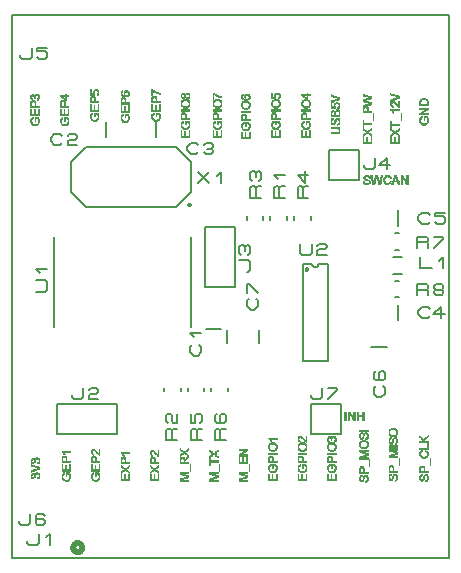
<source format=gbr>
G04 PROTEUS RS274X GERBER FILE*
%FSLAX45Y45*%
%MOMM*%
G01*
%ADD24C,0.508000*%
%ADD23C,0.203200*%
%ADD25C,0.200000*%
%ADD26C,0.127000*%
%ADD27C,0.063500*%
D24*
X+593872Y-4511272D02*
X+593741Y-4508114D01*
X+592675Y-4501796D01*
X+590444Y-4495478D01*
X+586799Y-4489160D01*
X+581224Y-4482921D01*
X+574906Y-4478325D01*
X+568588Y-4475392D01*
X+562270Y-4473730D01*
X+555952Y-4473172D01*
X+555772Y-4473172D01*
X+517672Y-4511272D02*
X+517803Y-4508114D01*
X+518869Y-4501796D01*
X+521100Y-4495478D01*
X+524745Y-4489160D01*
X+530320Y-4482921D01*
X+536638Y-4478325D01*
X+542956Y-4475392D01*
X+549274Y-4473730D01*
X+555592Y-4473172D01*
X+555772Y-4473172D01*
X+517672Y-4511272D02*
X+517803Y-4514430D01*
X+518869Y-4520748D01*
X+521100Y-4527066D01*
X+524745Y-4533384D01*
X+530320Y-4539623D01*
X+536638Y-4544219D01*
X+542956Y-4547152D01*
X+549274Y-4548814D01*
X+555592Y-4549372D01*
X+555772Y-4549372D01*
X+593872Y-4511272D02*
X+593741Y-4514430D01*
X+592675Y-4520748D01*
X+590444Y-4527066D01*
X+586799Y-4533384D01*
X+581224Y-4539623D01*
X+574906Y-4544219D01*
X+568588Y-4547152D01*
X+562270Y-4548814D01*
X+555952Y-4549372D01*
X+555772Y-4549372D01*
D23*
X+128772Y-4454072D02*
X+128772Y-4469312D01*
X+144647Y-4484552D01*
X+208147Y-4484552D01*
X+224022Y-4469312D01*
X+224022Y-4393112D01*
X+287522Y-4423592D02*
X+319272Y-4393112D01*
X+319272Y-4484552D01*
D25*
X+1510772Y-1607762D02*
X+1510737Y-1606931D01*
X+1510456Y-1605267D01*
X+1509866Y-1603603D01*
X+1508902Y-1601939D01*
X+1507427Y-1600298D01*
X+1505763Y-1599097D01*
X+1504099Y-1598332D01*
X+1502435Y-1597901D01*
X+1500772Y-1597762D01*
X+1490772Y-1607762D02*
X+1490807Y-1606931D01*
X+1491088Y-1605267D01*
X+1491678Y-1603603D01*
X+1492642Y-1601939D01*
X+1494117Y-1600298D01*
X+1495781Y-1599097D01*
X+1497445Y-1598332D01*
X+1499109Y-1597901D01*
X+1500772Y-1597762D01*
X+1490772Y-1607762D02*
X+1490807Y-1608593D01*
X+1491088Y-1610257D01*
X+1491678Y-1611921D01*
X+1492642Y-1613585D01*
X+1494117Y-1615226D01*
X+1495781Y-1616427D01*
X+1497445Y-1617192D01*
X+1499109Y-1617623D01*
X+1500772Y-1617762D01*
X+1510772Y-1607762D02*
X+1510737Y-1608593D01*
X+1510456Y-1610257D01*
X+1509866Y-1611921D01*
X+1508902Y-1613585D01*
X+1507427Y-1615226D01*
X+1505763Y-1616427D01*
X+1504099Y-1617192D01*
X+1502435Y-1617623D01*
X+1500772Y-1617762D01*
D26*
X+1514772Y-1879762D02*
X+1514772Y-2639762D01*
X+350772Y-1879762D02*
X+350772Y-2639762D01*
D23*
X+201602Y-2343012D02*
X+277802Y-2343012D01*
X+293042Y-2327137D01*
X+293042Y-2263637D01*
X+277802Y-2247762D01*
X+201602Y-2247762D01*
X+232082Y-2184262D02*
X+201602Y-2152512D01*
X+293042Y-2152512D01*
D25*
X+1425772Y-3185772D02*
X+1425772Y-3155772D01*
X+1285772Y-3185772D02*
X+1285772Y-3155772D01*
D23*
X+1395292Y-3597772D02*
X+1303852Y-3597772D01*
X+1303852Y-3518397D01*
X+1319092Y-3502522D01*
X+1334332Y-3502522D01*
X+1349572Y-3518397D01*
X+1349572Y-3597772D01*
X+1349572Y-3518397D02*
X+1364812Y-3502522D01*
X+1395292Y-3502522D01*
X+1319092Y-3454897D02*
X+1303852Y-3439022D01*
X+1303852Y-3391397D01*
X+1319092Y-3375522D01*
X+1334332Y-3375522D01*
X+1349572Y-3391397D01*
X+1349572Y-3439022D01*
X+1364812Y-3454897D01*
X+1395292Y-3454897D01*
X+1395292Y-3375522D01*
X+3299892Y-2194272D02*
X+3221152Y-2194272D01*
X+3299892Y-2046952D02*
X+3221152Y-2046952D01*
X+3456392Y-2051092D02*
X+3456392Y-2142532D01*
X+3551642Y-2142532D01*
X+3615142Y-2081572D02*
X+3646892Y-2051092D01*
X+3646892Y-2142532D01*
X+2458172Y-2106752D02*
X+2539134Y-2106752D01*
X+2541216Y-2117373D01*
X+2546936Y-2125939D01*
X+2555501Y-2131658D01*
X+2566122Y-2133740D01*
X+2593110Y-2106752D02*
X+2591028Y-2117373D01*
X+2585308Y-2125939D01*
X+2576743Y-2131658D01*
X+2566122Y-2133740D01*
X+2593110Y-2106752D02*
X+2674072Y-2106752D01*
X+2534372Y-2934792D02*
X+2597872Y-2934792D01*
X+2458172Y-2139772D02*
X+2458172Y-2901772D01*
X+2674072Y-2139772D02*
X+2674072Y-2901772D01*
X+2458172Y-2139772D02*
X+2458172Y-2106752D01*
X+2674072Y-2106752D02*
X+2674072Y-2139772D01*
X+2597872Y-2934792D02*
X+2674072Y-2934792D01*
X+2674072Y-2901772D01*
X+2458172Y-2901772D02*
X+2458172Y-2934792D01*
X+2534372Y-2934792D01*
X+2503892Y-2156028D02*
X+2503857Y-2155183D01*
X+2503570Y-2153492D01*
X+2502971Y-2151801D01*
X+2501991Y-2150110D01*
X+2500491Y-2148442D01*
X+2498800Y-2147222D01*
X+2497109Y-2146446D01*
X+2495418Y-2146009D01*
X+2493732Y-2145868D01*
X+2483572Y-2156028D02*
X+2483607Y-2155183D01*
X+2483894Y-2153492D01*
X+2484493Y-2151801D01*
X+2485473Y-2150110D01*
X+2486973Y-2148442D01*
X+2488664Y-2147222D01*
X+2490355Y-2146446D01*
X+2492046Y-2146009D01*
X+2493732Y-2145868D01*
X+2483572Y-2156028D02*
X+2483607Y-2156873D01*
X+2483894Y-2158564D01*
X+2484493Y-2160255D01*
X+2485473Y-2161946D01*
X+2486973Y-2163614D01*
X+2488664Y-2164834D01*
X+2490355Y-2165610D01*
X+2492046Y-2166047D01*
X+2493732Y-2166188D01*
X+2503892Y-2156028D02*
X+2503857Y-2156873D01*
X+2503570Y-2158564D01*
X+2502971Y-2160255D01*
X+2501991Y-2161946D01*
X+2500491Y-2163614D01*
X+2498800Y-2164834D01*
X+2497109Y-2165610D01*
X+2495418Y-2166047D01*
X+2493732Y-2166188D01*
X+2439122Y-1939252D02*
X+2439122Y-2015452D01*
X+2454997Y-2030692D01*
X+2518497Y-2030692D01*
X+2534372Y-2015452D01*
X+2534372Y-1939252D01*
X+2581997Y-1954492D02*
X+2597872Y-1939252D01*
X+2645497Y-1939252D01*
X+2661372Y-1954492D01*
X+2661372Y-1969732D01*
X+2645497Y-1984972D01*
X+2597872Y-1984972D01*
X+2581997Y-2000212D01*
X+2581997Y-2030692D01*
X+2661372Y-2030692D01*
X+620772Y-1116772D02*
X+1382772Y-1116772D01*
X+1509772Y-1243772D01*
X+1509772Y-1497772D01*
X+1382772Y-1624772D01*
X+620772Y-1624772D01*
X+493772Y-1497772D01*
X+493772Y-1243772D01*
X+620772Y-1116772D01*
X+1574772Y-1334692D02*
X+1670022Y-1426132D01*
X+1574772Y-1426132D02*
X+1670022Y-1334692D01*
X+1733522Y-1365172D02*
X+1765272Y-1334692D01*
X+1765272Y-1426132D01*
D25*
X+1640772Y-2660772D02*
X+1770772Y-2660772D01*
D23*
X+1585052Y-2792522D02*
X+1600292Y-2808397D01*
X+1600292Y-2856022D01*
X+1569812Y-2887772D01*
X+1539332Y-2887772D01*
X+1508852Y-2856022D01*
X+1508852Y-2808397D01*
X+1524092Y-2792522D01*
X+1539332Y-2729022D02*
X+1508852Y-2697272D01*
X+1600292Y-2697272D01*
D25*
X+795772Y-905772D02*
X+795772Y-1035772D01*
D23*
X+420701Y-1086731D02*
X+404826Y-1101971D01*
X+357201Y-1101971D01*
X+325451Y-1071491D01*
X+325451Y-1041011D01*
X+357201Y-1010531D01*
X+404826Y-1010531D01*
X+420701Y-1025771D01*
X+468326Y-1025771D02*
X+484201Y-1010531D01*
X+531826Y-1010531D01*
X+547701Y-1025771D01*
X+547701Y-1041011D01*
X+531826Y-1056251D01*
X+484201Y-1056251D01*
X+468326Y-1071491D01*
X+468326Y-1101971D01*
X+547701Y-1101971D01*
D25*
X+1215772Y-1035772D02*
X+1215772Y-905772D01*
D23*
X+1574022Y-1162452D02*
X+1558147Y-1177692D01*
X+1510522Y-1177692D01*
X+1478772Y-1147212D01*
X+1478772Y-1116732D01*
X+1510522Y-1086252D01*
X+1558147Y-1086252D01*
X+1574022Y-1101492D01*
X+1621647Y-1101492D02*
X+1637522Y-1086252D01*
X+1685147Y-1086252D01*
X+1701022Y-1101492D01*
X+1701022Y-1116732D01*
X+1685147Y-1131972D01*
X+1701022Y-1147212D01*
X+1701022Y-1162452D01*
X+1685147Y-1177692D01*
X+1637522Y-1177692D01*
X+1621647Y-1162452D01*
X+1653397Y-1131972D02*
X+1685147Y-1131972D01*
D25*
X+3265772Y-2455772D02*
X+3265772Y-2585772D01*
D23*
X+3534022Y-2550052D02*
X+3518147Y-2565292D01*
X+3470522Y-2565292D01*
X+3438772Y-2534812D01*
X+3438772Y-2504332D01*
X+3470522Y-2473852D01*
X+3518147Y-2473852D01*
X+3534022Y-2489092D01*
X+3661022Y-2534812D02*
X+3565772Y-2534812D01*
X+3629272Y-2473852D01*
X+3629272Y-2565292D01*
D25*
X+3265772Y-1785772D02*
X+3265772Y-1655772D01*
D23*
X+3534022Y-1752452D02*
X+3518147Y-1767692D01*
X+3470522Y-1767692D01*
X+3438772Y-1737212D01*
X+3438772Y-1706732D01*
X+3470522Y-1676252D01*
X+3518147Y-1676252D01*
X+3534022Y-1691492D01*
X+3661022Y-1676252D02*
X+3581647Y-1676252D01*
X+3581647Y-1706732D01*
X+3645147Y-1706732D01*
X+3661022Y-1721972D01*
X+3661022Y-1752452D01*
X+3645147Y-1767692D01*
X+3597522Y-1767692D01*
X+3581647Y-1752452D01*
D25*
X+3170772Y-2810772D02*
X+3040772Y-2810772D01*
D23*
X+3137452Y-3142522D02*
X+3152692Y-3158397D01*
X+3152692Y-3206022D01*
X+3122212Y-3237772D01*
X+3091732Y-3237772D01*
X+3061252Y-3206022D01*
X+3061252Y-3158397D01*
X+3076492Y-3142522D01*
X+3076492Y-3015522D02*
X+3061252Y-3031397D01*
X+3061252Y-3079022D01*
X+3076492Y-3094897D01*
X+3137452Y-3094897D01*
X+3152692Y-3079022D01*
X+3152692Y-3031397D01*
X+3137452Y-3015522D01*
X+3122212Y-3015522D01*
X+3106972Y-3031397D01*
X+3106972Y-3094897D01*
X+2678772Y-1397772D02*
X+2932772Y-1397772D01*
X+2932772Y-1143772D01*
X+2678772Y-1143772D01*
X+2678772Y-1397772D01*
X+2978772Y-1272652D02*
X+2978772Y-1287892D01*
X+2994647Y-1303132D01*
X+3058147Y-1303132D01*
X+3074022Y-1287892D01*
X+3074022Y-1211692D01*
X+3201022Y-1272652D02*
X+3105772Y-1272652D01*
X+3169272Y-1211692D01*
X+3169272Y-1303132D01*
X+2528772Y-3547772D02*
X+2782772Y-3547772D01*
X+2782772Y-3293772D01*
X+2528772Y-3293772D01*
X+2528772Y-3547772D01*
X+2528772Y-3222652D02*
X+2528772Y-3237892D01*
X+2544647Y-3253132D01*
X+2608147Y-3253132D01*
X+2624022Y-3237892D01*
X+2624022Y-3161692D01*
X+2671647Y-3161692D02*
X+2751022Y-3161692D01*
X+2751022Y-3176932D01*
X+2671647Y-3253132D01*
D25*
X+2185772Y-1705772D02*
X+2185772Y-1735772D01*
X+2325772Y-1705772D02*
X+2325772Y-1735772D01*
D23*
X+2307692Y-1547772D02*
X+2216252Y-1547772D01*
X+2216252Y-1468397D01*
X+2231492Y-1452522D01*
X+2246732Y-1452522D01*
X+2261972Y-1468397D01*
X+2261972Y-1547772D01*
X+2261972Y-1468397D02*
X+2277212Y-1452522D01*
X+2307692Y-1452522D01*
X+2246732Y-1389022D02*
X+2216252Y-1357272D01*
X+2307692Y-1357272D01*
D25*
X+1985772Y-1705772D02*
X+1985772Y-1735772D01*
X+2125772Y-1705772D02*
X+2125772Y-1735772D01*
D23*
X+2107692Y-1547772D02*
X+2016252Y-1547772D01*
X+2016252Y-1468397D01*
X+2031492Y-1452522D01*
X+2046732Y-1452522D01*
X+2061972Y-1468397D01*
X+2061972Y-1547772D01*
X+2061972Y-1468397D02*
X+2077212Y-1452522D01*
X+2107692Y-1452522D01*
X+2031492Y-1404897D02*
X+2016252Y-1389022D01*
X+2016252Y-1341397D01*
X+2031492Y-1325522D01*
X+2046732Y-1325522D01*
X+2061972Y-1341397D01*
X+2077212Y-1325522D01*
X+2092452Y-1325522D01*
X+2107692Y-1341397D01*
X+2107692Y-1389022D01*
X+2092452Y-1404897D01*
X+2061972Y-1373147D02*
X+2061972Y-1341397D01*
D25*
X+2385772Y-1705772D02*
X+2385772Y-1735772D01*
X+2525772Y-1705772D02*
X+2525772Y-1735772D01*
D23*
X+2507692Y-1547772D02*
X+2416252Y-1547772D01*
X+2416252Y-1468397D01*
X+2431492Y-1452522D01*
X+2446732Y-1452522D01*
X+2461972Y-1468397D01*
X+2461972Y-1547772D01*
X+2461972Y-1468397D02*
X+2477212Y-1452522D01*
X+2507692Y-1452522D01*
X+2477212Y-1325522D02*
X+2477212Y-1420772D01*
X+2416252Y-1357272D01*
X+2507692Y-1357272D01*
D25*
X+1485772Y-3155772D02*
X+1485772Y-3185772D01*
X+1625772Y-3155772D02*
X+1625772Y-3185772D01*
D23*
X+1607692Y-3597772D02*
X+1516252Y-3597772D01*
X+1516252Y-3518397D01*
X+1531492Y-3502522D01*
X+1546732Y-3502522D01*
X+1561972Y-3518397D01*
X+1561972Y-3597772D01*
X+1561972Y-3518397D02*
X+1577212Y-3502522D01*
X+1607692Y-3502522D01*
X+1516252Y-3375522D02*
X+1516252Y-3454897D01*
X+1546732Y-3454897D01*
X+1546732Y-3391397D01*
X+1561972Y-3375522D01*
X+1592452Y-3375522D01*
X+1607692Y-3391397D01*
X+1607692Y-3439022D01*
X+1592452Y-3454897D01*
D25*
X+1685772Y-3155772D02*
X+1685772Y-3185772D01*
X+1825772Y-3155772D02*
X+1825772Y-3185772D01*
D23*
X+1807692Y-3597772D02*
X+1716252Y-3597772D01*
X+1716252Y-3518397D01*
X+1731492Y-3502522D01*
X+1746732Y-3502522D01*
X+1761972Y-3518397D01*
X+1761972Y-3597772D01*
X+1761972Y-3518397D02*
X+1777212Y-3502522D01*
X+1807692Y-3502522D01*
X+1731492Y-3375522D02*
X+1716252Y-3391397D01*
X+1716252Y-3439022D01*
X+1731492Y-3454897D01*
X+1792452Y-3454897D01*
X+1807692Y-3439022D01*
X+1807692Y-3391397D01*
X+1792452Y-3375522D01*
X+1777212Y-3375522D01*
X+1761972Y-3391397D01*
X+1761972Y-3454897D01*
D25*
X+3270772Y-1850772D02*
X+3240772Y-1850772D01*
X+3270772Y-1990772D02*
X+3240772Y-1990772D01*
D23*
X+3428772Y-1972692D02*
X+3428772Y-1881252D01*
X+3508147Y-1881252D01*
X+3524022Y-1896492D01*
X+3524022Y-1911732D01*
X+3508147Y-1926972D01*
X+3428772Y-1926972D01*
X+3508147Y-1926972D02*
X+3524022Y-1942212D01*
X+3524022Y-1972692D01*
X+3571647Y-1881252D02*
X+3651022Y-1881252D01*
X+3651022Y-1896492D01*
X+3571647Y-1972692D01*
D25*
X+3270772Y-2250772D02*
X+3240772Y-2250772D01*
X+3270772Y-2390772D02*
X+3240772Y-2390772D01*
D23*
X+3428772Y-2372692D02*
X+3428772Y-2281252D01*
X+3508147Y-2281252D01*
X+3524022Y-2296492D01*
X+3524022Y-2311732D01*
X+3508147Y-2326972D01*
X+3428772Y-2326972D01*
X+3508147Y-2326972D02*
X+3524022Y-2342212D01*
X+3524022Y-2372692D01*
X+3587522Y-2326972D02*
X+3571647Y-2311732D01*
X+3571647Y-2296492D01*
X+3587522Y-2281252D01*
X+3635147Y-2281252D01*
X+3651022Y-2296492D01*
X+3651022Y-2311732D01*
X+3635147Y-2326972D01*
X+3587522Y-2326972D01*
X+3571647Y-2342212D01*
X+3571647Y-2357452D01*
X+3587522Y-2372692D01*
X+3635147Y-2372692D01*
X+3651022Y-2357452D01*
X+3651022Y-2342212D01*
X+3635147Y-2326972D01*
X+69772Y-339812D02*
X+69772Y-355052D01*
X+85647Y-370292D01*
X+149147Y-370292D01*
X+165022Y-355052D01*
X+165022Y-278852D01*
X+292022Y-278852D02*
X+212647Y-278852D01*
X+212647Y-309332D01*
X+276147Y-309332D01*
X+292022Y-324572D01*
X+292022Y-355052D01*
X+276147Y-370292D01*
X+228522Y-370292D01*
X+212647Y-355052D01*
X+54772Y-4284812D02*
X+54772Y-4300052D01*
X+70647Y-4315292D01*
X+134147Y-4315292D01*
X+150022Y-4300052D01*
X+150022Y-4223852D01*
X+277022Y-4239092D02*
X+261147Y-4223852D01*
X+213522Y-4223852D01*
X+197647Y-4239092D01*
X+197647Y-4300052D01*
X+213522Y-4315292D01*
X+261147Y-4315292D01*
X+277022Y-4300052D01*
X+277022Y-4284812D01*
X+261147Y-4269572D01*
X+197647Y-4269572D01*
D25*
X+2090772Y-2775772D02*
X+2090772Y-2665772D01*
X+1820772Y-2775772D02*
X+1820772Y-2665772D01*
D23*
X+2065052Y-2402522D02*
X+2080292Y-2418397D01*
X+2080292Y-2466022D01*
X+2049812Y-2497772D01*
X+2019332Y-2497772D01*
X+1988852Y-2466022D01*
X+1988852Y-2418397D01*
X+2004092Y-2402522D01*
X+1988852Y-2354897D02*
X+1988852Y-2275522D01*
X+2004092Y-2275522D01*
X+2080292Y-2354897D01*
X+378772Y-3547772D02*
X+886772Y-3547772D01*
X+886772Y-3293772D01*
X+378772Y-3293772D01*
X+378772Y-3547772D01*
X+505772Y-3222652D02*
X+505772Y-3237892D01*
X+521647Y-3253132D01*
X+585147Y-3253132D01*
X+601022Y-3237892D01*
X+601022Y-3161692D01*
X+648647Y-3176932D02*
X+664522Y-3161692D01*
X+712147Y-3161692D01*
X+728022Y-3176932D01*
X+728022Y-3192172D01*
X+712147Y-3207412D01*
X+664522Y-3207412D01*
X+648647Y-3222652D01*
X+648647Y-3253132D01*
X+728022Y-3253132D01*
X+1628772Y-2301772D02*
X+1882772Y-2301772D01*
X+1882772Y-1793772D01*
X+1628772Y-1793772D01*
X+1628772Y-2301772D01*
X+1984372Y-2174772D02*
X+1999612Y-2174772D01*
X+2014852Y-2158897D01*
X+2014852Y-2095397D01*
X+1999612Y-2079522D01*
X+1923412Y-2079522D01*
X+1938652Y-2031897D02*
X+1923412Y-2016022D01*
X+1923412Y-1968397D01*
X+1938652Y-1952522D01*
X+1953892Y-1952522D01*
X+1969132Y-1968397D01*
X+1984372Y-1952522D01*
X+1999612Y-1952522D01*
X+2014852Y-1968397D01*
X+2014852Y-2016022D01*
X+1999612Y-2031897D01*
X+1969132Y-2000147D02*
X+1969132Y-1968397D01*
D27*
X+157592Y-3914621D02*
X+157592Y-3889221D01*
X+157592Y-3868901D02*
X+157592Y-3858741D01*
X+157592Y-3813021D02*
X+157592Y-3802861D01*
X+157592Y-3787621D02*
X+157592Y-3762221D01*
X+162672Y-3919701D02*
X+162672Y-3884141D01*
X+162672Y-3863821D02*
X+162672Y-3853661D01*
X+162672Y-3818101D02*
X+162672Y-3807941D01*
X+162672Y-3792701D02*
X+162672Y-3757141D01*
X+167752Y-3924781D02*
X+167752Y-3909541D01*
X+167752Y-3894301D02*
X+167752Y-3879061D01*
X+167752Y-3863821D02*
X+167752Y-3853661D01*
X+167752Y-3818101D02*
X+167752Y-3807941D01*
X+167752Y-3797781D02*
X+167752Y-3782541D01*
X+167752Y-3767301D02*
X+167752Y-3752061D01*
X+172832Y-3924781D02*
X+172832Y-3914621D01*
X+172832Y-3889221D02*
X+172832Y-3879061D01*
X+172832Y-3863821D02*
X+172832Y-3853661D01*
X+172832Y-3818101D02*
X+172832Y-3807941D01*
X+172832Y-3797781D02*
X+172832Y-3787621D01*
X+172832Y-3762221D02*
X+172832Y-3752061D01*
X+177912Y-3889221D02*
X+177912Y-3879061D01*
X+177912Y-3858741D02*
X+177912Y-3848581D01*
X+177912Y-3823181D02*
X+177912Y-3813021D01*
X+177912Y-3762221D02*
X+177912Y-3752061D01*
X+182992Y-3894301D02*
X+182992Y-3879061D01*
X+182992Y-3858741D02*
X+182992Y-3848581D01*
X+182992Y-3823181D02*
X+182992Y-3813021D01*
X+182992Y-3767301D02*
X+182992Y-3752061D01*
X+188072Y-3909541D02*
X+188072Y-3884141D01*
X+188072Y-3858741D02*
X+188072Y-3848581D01*
X+188072Y-3823181D02*
X+188072Y-3813021D01*
X+188072Y-3782541D02*
X+188072Y-3757141D01*
X+193152Y-3909541D02*
X+193152Y-3879061D01*
X+193152Y-3853661D02*
X+193152Y-3843501D01*
X+193152Y-3828261D02*
X+193152Y-3818101D01*
X+193152Y-3782541D02*
X+193152Y-3752061D01*
X+198232Y-3889221D02*
X+198232Y-3879061D01*
X+198232Y-3853661D02*
X+198232Y-3843501D01*
X+198232Y-3828261D02*
X+198232Y-3818101D01*
X+198232Y-3762221D02*
X+198232Y-3752061D01*
X+203312Y-3884141D02*
X+203312Y-3873981D01*
X+203312Y-3853661D02*
X+203312Y-3843501D01*
X+203312Y-3828261D02*
X+203312Y-3818101D01*
X+203312Y-3757141D02*
X+203312Y-3746981D01*
X+208392Y-3884141D02*
X+208392Y-3873981D01*
X+208392Y-3848581D02*
X+208392Y-3838421D01*
X+208392Y-3833341D02*
X+208392Y-3823181D01*
X+208392Y-3757141D02*
X+208392Y-3746981D01*
X+213472Y-3924781D02*
X+213472Y-3914621D01*
X+213472Y-3884141D02*
X+213472Y-3873981D01*
X+213472Y-3848581D02*
X+213472Y-3838421D01*
X+213472Y-3833341D02*
X+213472Y-3823181D01*
X+213472Y-3797781D02*
X+213472Y-3787621D01*
X+213472Y-3757141D02*
X+213472Y-3746981D01*
X+218552Y-3924781D02*
X+218552Y-3909541D01*
X+218552Y-3889221D02*
X+218552Y-3879061D01*
X+218552Y-3848581D02*
X+218552Y-3838421D01*
X+218552Y-3833341D02*
X+218552Y-3823181D01*
X+218552Y-3797781D02*
X+218552Y-3782541D01*
X+218552Y-3762221D02*
X+218552Y-3752061D01*
X+223632Y-3919701D02*
X+223632Y-3879061D01*
X+223632Y-3843501D02*
X+223632Y-3828261D01*
X+223632Y-3792701D02*
X+223632Y-3752061D01*
X+228712Y-3914621D02*
X+228712Y-3889221D01*
X+228712Y-3843501D02*
X+228712Y-3828261D01*
X+228712Y-3787621D02*
X+228712Y-3762221D01*
X+417592Y-3919381D02*
X+417592Y-3888901D01*
X+417592Y-3858421D02*
X+417592Y-3802541D01*
X+417592Y-3787301D02*
X+417592Y-3741581D01*
X+417592Y-3695861D02*
X+417592Y-3690781D01*
X+422672Y-3929541D02*
X+422672Y-3883821D01*
X+422672Y-3858421D02*
X+422672Y-3802541D01*
X+422672Y-3787301D02*
X+422672Y-3736501D01*
X+422672Y-3700941D02*
X+422672Y-3690781D01*
X+427752Y-3934621D02*
X+427752Y-3919381D01*
X+427752Y-3893981D02*
X+427752Y-3878741D01*
X+427752Y-3858421D02*
X+427752Y-3848261D01*
X+427752Y-3787301D02*
X+427752Y-3777141D01*
X+427752Y-3746661D02*
X+427752Y-3731421D01*
X+427752Y-3706021D02*
X+427752Y-3690781D01*
X+432832Y-3939701D02*
X+432832Y-3929541D01*
X+432832Y-3888901D02*
X+432832Y-3873661D01*
X+432832Y-3858421D02*
X+432832Y-3848261D01*
X+432832Y-3787301D02*
X+432832Y-3777141D01*
X+432832Y-3741581D02*
X+432832Y-3731421D01*
X+432832Y-3716181D02*
X+432832Y-3690781D01*
X+437912Y-3939701D02*
X+437912Y-3929541D01*
X+437912Y-3883821D02*
X+437912Y-3873661D01*
X+437912Y-3858421D02*
X+437912Y-3848261D01*
X+437912Y-3787301D02*
X+437912Y-3777141D01*
X+437912Y-3741581D02*
X+437912Y-3731421D01*
X+437912Y-3721261D02*
X+437912Y-3706021D01*
X+437912Y-3700941D02*
X+437912Y-3690781D01*
X+442992Y-3944781D02*
X+442992Y-3934621D01*
X+442992Y-3858421D02*
X+442992Y-3848261D01*
X+442992Y-3787301D02*
X+442992Y-3777141D01*
X+442992Y-3741581D02*
X+442992Y-3731421D01*
X+442992Y-3721261D02*
X+442992Y-3716181D01*
X+442992Y-3700941D02*
X+442992Y-3690781D01*
X+448072Y-3944781D02*
X+448072Y-3934621D01*
X+448072Y-3858421D02*
X+448072Y-3807621D01*
X+448072Y-3787301D02*
X+448072Y-3777141D01*
X+448072Y-3746661D02*
X+448072Y-3731421D01*
X+448072Y-3700941D02*
X+448072Y-3690781D01*
X+453152Y-3944781D02*
X+453152Y-3934621D01*
X+453152Y-3904141D02*
X+453152Y-3873661D01*
X+453152Y-3858421D02*
X+453152Y-3807621D01*
X+453152Y-3787301D02*
X+453152Y-3736501D01*
X+453152Y-3700941D02*
X+453152Y-3690781D01*
X+458232Y-3944781D02*
X+458232Y-3934621D01*
X+458232Y-3904141D02*
X+458232Y-3873661D01*
X+458232Y-3858421D02*
X+458232Y-3848261D01*
X+458232Y-3787301D02*
X+458232Y-3741581D01*
X+458232Y-3700941D02*
X+458232Y-3690781D01*
X+463312Y-3944781D02*
X+463312Y-3934621D01*
X+463312Y-3883821D02*
X+463312Y-3873661D01*
X+463312Y-3858421D02*
X+463312Y-3848261D01*
X+463312Y-3787301D02*
X+463312Y-3777141D01*
X+463312Y-3700941D02*
X+463312Y-3690781D01*
X+468392Y-3944781D02*
X+468392Y-3929541D01*
X+468392Y-3883821D02*
X+468392Y-3873661D01*
X+468392Y-3858421D02*
X+468392Y-3848261D01*
X+468392Y-3787301D02*
X+468392Y-3777141D01*
X+468392Y-3700941D02*
X+468392Y-3690781D01*
X+473472Y-3939701D02*
X+473472Y-3929541D01*
X+473472Y-3883821D02*
X+473472Y-3873661D01*
X+473472Y-3858421D02*
X+473472Y-3848261D01*
X+473472Y-3787301D02*
X+473472Y-3777141D01*
X+473472Y-3700941D02*
X+473472Y-3690781D01*
X+478552Y-3934621D02*
X+478552Y-3919381D01*
X+478552Y-3893981D02*
X+478552Y-3873661D01*
X+478552Y-3858421D02*
X+478552Y-3848261D01*
X+478552Y-3787301D02*
X+478552Y-3777141D01*
X+478552Y-3700941D02*
X+478552Y-3690781D01*
X+483632Y-3929541D02*
X+483632Y-3878741D01*
X+483632Y-3858421D02*
X+483632Y-3802541D01*
X+483632Y-3787301D02*
X+483632Y-3777141D01*
X+483632Y-3700941D02*
X+483632Y-3690781D01*
X+488712Y-3919381D02*
X+488712Y-3888901D01*
X+488712Y-3858421D02*
X+488712Y-3802541D01*
X+488712Y-3787301D02*
X+488712Y-3777141D01*
X+488712Y-3700941D02*
X+488712Y-3690781D01*
X+667592Y-3919381D02*
X+667592Y-3888901D01*
X+667592Y-3858421D02*
X+667592Y-3802541D01*
X+667592Y-3787301D02*
X+667592Y-3741581D01*
X+667592Y-3711101D02*
X+667592Y-3685701D01*
X+672672Y-3929541D02*
X+672672Y-3883821D01*
X+672672Y-3858421D02*
X+672672Y-3802541D01*
X+672672Y-3787301D02*
X+672672Y-3736501D01*
X+672672Y-3721261D02*
X+672672Y-3680621D01*
X+677752Y-3934621D02*
X+677752Y-3919381D01*
X+677752Y-3893981D02*
X+677752Y-3878741D01*
X+677752Y-3858421D02*
X+677752Y-3848261D01*
X+677752Y-3787301D02*
X+677752Y-3777141D01*
X+677752Y-3746661D02*
X+677752Y-3731421D01*
X+677752Y-3721261D02*
X+677752Y-3711101D01*
X+677752Y-3690781D02*
X+677752Y-3675541D01*
X+682832Y-3939701D02*
X+682832Y-3929541D01*
X+682832Y-3888901D02*
X+682832Y-3873661D01*
X+682832Y-3858421D02*
X+682832Y-3848261D01*
X+682832Y-3787301D02*
X+682832Y-3777141D01*
X+682832Y-3741581D02*
X+682832Y-3731421D01*
X+682832Y-3726341D02*
X+682832Y-3716181D01*
X+682832Y-3685701D02*
X+682832Y-3675541D01*
X+687912Y-3939701D02*
X+687912Y-3929541D01*
X+687912Y-3883821D02*
X+687912Y-3873661D01*
X+687912Y-3858421D02*
X+687912Y-3848261D01*
X+687912Y-3787301D02*
X+687912Y-3777141D01*
X+687912Y-3741581D02*
X+687912Y-3731421D01*
X+687912Y-3726341D02*
X+687912Y-3716181D01*
X+687912Y-3685701D02*
X+687912Y-3675541D01*
X+692992Y-3944781D02*
X+692992Y-3934621D01*
X+692992Y-3858421D02*
X+692992Y-3848261D01*
X+692992Y-3787301D02*
X+692992Y-3777141D01*
X+692992Y-3741581D02*
X+692992Y-3731421D01*
X+692992Y-3685701D02*
X+692992Y-3675541D01*
X+698072Y-3944781D02*
X+698072Y-3934621D01*
X+698072Y-3858421D02*
X+698072Y-3807621D01*
X+698072Y-3787301D02*
X+698072Y-3777141D01*
X+698072Y-3746661D02*
X+698072Y-3731421D01*
X+698072Y-3690781D02*
X+698072Y-3680621D01*
X+703152Y-3944781D02*
X+703152Y-3934621D01*
X+703152Y-3904141D02*
X+703152Y-3873661D01*
X+703152Y-3858421D02*
X+703152Y-3807621D01*
X+703152Y-3787301D02*
X+703152Y-3736501D01*
X+703152Y-3695861D02*
X+703152Y-3685701D01*
X+708232Y-3944781D02*
X+708232Y-3934621D01*
X+708232Y-3904141D02*
X+708232Y-3873661D01*
X+708232Y-3858421D02*
X+708232Y-3848261D01*
X+708232Y-3787301D02*
X+708232Y-3741581D01*
X+708232Y-3700941D02*
X+708232Y-3690781D01*
X+713312Y-3944781D02*
X+713312Y-3934621D01*
X+713312Y-3883821D02*
X+713312Y-3873661D01*
X+713312Y-3858421D02*
X+713312Y-3848261D01*
X+713312Y-3787301D02*
X+713312Y-3777141D01*
X+713312Y-3706021D02*
X+713312Y-3695861D01*
X+718392Y-3944781D02*
X+718392Y-3929541D01*
X+718392Y-3883821D02*
X+718392Y-3873661D01*
X+718392Y-3858421D02*
X+718392Y-3848261D01*
X+718392Y-3787301D02*
X+718392Y-3777141D01*
X+718392Y-3711101D02*
X+718392Y-3700941D01*
X+723472Y-3939701D02*
X+723472Y-3929541D01*
X+723472Y-3883821D02*
X+723472Y-3873661D01*
X+723472Y-3858421D02*
X+723472Y-3848261D01*
X+723472Y-3787301D02*
X+723472Y-3777141D01*
X+723472Y-3716181D02*
X+723472Y-3706021D01*
X+728552Y-3934621D02*
X+728552Y-3919381D01*
X+728552Y-3893981D02*
X+728552Y-3873661D01*
X+728552Y-3858421D02*
X+728552Y-3848261D01*
X+728552Y-3787301D02*
X+728552Y-3777141D01*
X+728552Y-3721261D02*
X+728552Y-3711101D01*
X+733632Y-3929541D02*
X+733632Y-3878741D01*
X+733632Y-3858421D02*
X+733632Y-3802541D01*
X+733632Y-3787301D02*
X+733632Y-3777141D01*
X+733632Y-3726341D02*
X+733632Y-3675541D01*
X+738712Y-3919381D02*
X+738712Y-3888901D01*
X+738712Y-3858421D02*
X+738712Y-3802541D01*
X+738712Y-3787301D02*
X+738712Y-3777141D01*
X+738712Y-3726341D02*
X+738712Y-3675541D01*
X+917592Y-3939701D02*
X+917592Y-3883821D01*
X+917592Y-3878741D02*
X+917592Y-3868581D01*
X+917592Y-3822861D02*
X+917592Y-3812701D01*
X+917592Y-3797461D02*
X+917592Y-3751741D01*
X+917592Y-3706021D02*
X+917592Y-3700941D01*
X+922672Y-3939701D02*
X+922672Y-3883821D01*
X+922672Y-3873661D02*
X+922672Y-3863501D01*
X+922672Y-3827941D02*
X+922672Y-3817781D01*
X+922672Y-3797461D02*
X+922672Y-3746661D01*
X+922672Y-3711101D02*
X+922672Y-3700941D01*
X+927752Y-3939701D02*
X+927752Y-3929541D01*
X+927752Y-3868581D02*
X+927752Y-3858421D01*
X+927752Y-3833021D02*
X+927752Y-3822861D01*
X+927752Y-3797461D02*
X+927752Y-3787301D01*
X+927752Y-3756821D02*
X+927752Y-3741581D01*
X+927752Y-3716181D02*
X+927752Y-3700941D01*
X+932832Y-3939701D02*
X+932832Y-3929541D01*
X+932832Y-3863501D02*
X+932832Y-3853341D01*
X+932832Y-3838101D02*
X+932832Y-3827941D01*
X+932832Y-3797461D02*
X+932832Y-3787301D01*
X+932832Y-3751741D02*
X+932832Y-3741581D01*
X+932832Y-3726341D02*
X+932832Y-3700941D01*
X+937912Y-3939701D02*
X+937912Y-3929541D01*
X+937912Y-3863501D02*
X+937912Y-3853341D01*
X+937912Y-3838101D02*
X+937912Y-3827941D01*
X+937912Y-3797461D02*
X+937912Y-3787301D01*
X+937912Y-3751741D02*
X+937912Y-3741581D01*
X+937912Y-3731421D02*
X+937912Y-3716181D01*
X+937912Y-3711101D02*
X+937912Y-3700941D01*
X+942992Y-3939701D02*
X+942992Y-3929541D01*
X+942992Y-3858421D02*
X+942992Y-3848261D01*
X+942992Y-3843181D02*
X+942992Y-3833021D01*
X+942992Y-3797461D02*
X+942992Y-3787301D01*
X+942992Y-3751741D02*
X+942992Y-3741581D01*
X+942992Y-3731421D02*
X+942992Y-3726341D01*
X+942992Y-3711101D02*
X+942992Y-3700941D01*
X+948072Y-3939701D02*
X+948072Y-3888901D01*
X+948072Y-3853341D02*
X+948072Y-3838101D01*
X+948072Y-3797461D02*
X+948072Y-3787301D01*
X+948072Y-3756821D02*
X+948072Y-3741581D01*
X+948072Y-3711101D02*
X+948072Y-3700941D01*
X+953152Y-3939701D02*
X+953152Y-3888901D01*
X+953152Y-3853341D02*
X+953152Y-3838101D01*
X+953152Y-3797461D02*
X+953152Y-3746661D01*
X+953152Y-3711101D02*
X+953152Y-3700941D01*
X+958232Y-3939701D02*
X+958232Y-3929541D01*
X+958232Y-3853341D02*
X+958232Y-3838101D01*
X+958232Y-3797461D02*
X+958232Y-3751741D01*
X+958232Y-3711101D02*
X+958232Y-3700941D01*
X+963312Y-3939701D02*
X+963312Y-3929541D01*
X+963312Y-3858421D02*
X+963312Y-3848261D01*
X+963312Y-3843181D02*
X+963312Y-3833021D01*
X+963312Y-3797461D02*
X+963312Y-3787301D01*
X+963312Y-3711101D02*
X+963312Y-3700941D01*
X+968392Y-3939701D02*
X+968392Y-3929541D01*
X+968392Y-3863501D02*
X+968392Y-3853341D01*
X+968392Y-3838101D02*
X+968392Y-3827941D01*
X+968392Y-3797461D02*
X+968392Y-3787301D01*
X+968392Y-3711101D02*
X+968392Y-3700941D01*
X+973472Y-3939701D02*
X+973472Y-3929541D01*
X+973472Y-3863501D02*
X+973472Y-3853341D01*
X+973472Y-3838101D02*
X+973472Y-3827941D01*
X+973472Y-3797461D02*
X+973472Y-3787301D01*
X+973472Y-3711101D02*
X+973472Y-3700941D01*
X+978552Y-3939701D02*
X+978552Y-3929541D01*
X+978552Y-3868581D02*
X+978552Y-3858421D01*
X+978552Y-3833021D02*
X+978552Y-3822861D01*
X+978552Y-3797461D02*
X+978552Y-3787301D01*
X+978552Y-3711101D02*
X+978552Y-3700941D01*
X+983632Y-3939701D02*
X+983632Y-3883821D01*
X+983632Y-3873661D02*
X+983632Y-3863501D01*
X+983632Y-3827941D02*
X+983632Y-3817781D01*
X+983632Y-3797461D02*
X+983632Y-3787301D01*
X+983632Y-3711101D02*
X+983632Y-3700941D01*
X+988712Y-3939701D02*
X+988712Y-3883821D01*
X+988712Y-3878741D02*
X+988712Y-3868581D01*
X+988712Y-3822861D02*
X+988712Y-3812701D01*
X+988712Y-3797461D02*
X+988712Y-3787301D01*
X+988712Y-3711101D02*
X+988712Y-3700941D01*
X+1167592Y-3939701D02*
X+1167592Y-3883821D01*
X+1167592Y-3878741D02*
X+1167592Y-3868581D01*
X+1167592Y-3822861D02*
X+1167592Y-3812701D01*
X+1167592Y-3797461D02*
X+1167592Y-3751741D01*
X+1167592Y-3721261D02*
X+1167592Y-3695861D01*
X+1172672Y-3939701D02*
X+1172672Y-3883821D01*
X+1172672Y-3873661D02*
X+1172672Y-3863501D01*
X+1172672Y-3827941D02*
X+1172672Y-3817781D01*
X+1172672Y-3797461D02*
X+1172672Y-3746661D01*
X+1172672Y-3731421D02*
X+1172672Y-3690781D01*
X+1177752Y-3939701D02*
X+1177752Y-3929541D01*
X+1177752Y-3868581D02*
X+1177752Y-3858421D01*
X+1177752Y-3833021D02*
X+1177752Y-3822861D01*
X+1177752Y-3797461D02*
X+1177752Y-3787301D01*
X+1177752Y-3756821D02*
X+1177752Y-3741581D01*
X+1177752Y-3731421D02*
X+1177752Y-3721261D01*
X+1177752Y-3700941D02*
X+1177752Y-3685701D01*
X+1182832Y-3939701D02*
X+1182832Y-3929541D01*
X+1182832Y-3863501D02*
X+1182832Y-3853341D01*
X+1182832Y-3838101D02*
X+1182832Y-3827941D01*
X+1182832Y-3797461D02*
X+1182832Y-3787301D01*
X+1182832Y-3751741D02*
X+1182832Y-3741581D01*
X+1182832Y-3736501D02*
X+1182832Y-3726341D01*
X+1182832Y-3695861D02*
X+1182832Y-3685701D01*
X+1187912Y-3939701D02*
X+1187912Y-3929541D01*
X+1187912Y-3863501D02*
X+1187912Y-3853341D01*
X+1187912Y-3838101D02*
X+1187912Y-3827941D01*
X+1187912Y-3797461D02*
X+1187912Y-3787301D01*
X+1187912Y-3751741D02*
X+1187912Y-3741581D01*
X+1187912Y-3736501D02*
X+1187912Y-3726341D01*
X+1187912Y-3695861D02*
X+1187912Y-3685701D01*
X+1192992Y-3939701D02*
X+1192992Y-3929541D01*
X+1192992Y-3858421D02*
X+1192992Y-3848261D01*
X+1192992Y-3843181D02*
X+1192992Y-3833021D01*
X+1192992Y-3797461D02*
X+1192992Y-3787301D01*
X+1192992Y-3751741D02*
X+1192992Y-3741581D01*
X+1192992Y-3695861D02*
X+1192992Y-3685701D01*
X+1198072Y-3939701D02*
X+1198072Y-3888901D01*
X+1198072Y-3853341D02*
X+1198072Y-3838101D01*
X+1198072Y-3797461D02*
X+1198072Y-3787301D01*
X+1198072Y-3756821D02*
X+1198072Y-3741581D01*
X+1198072Y-3700941D02*
X+1198072Y-3690781D01*
X+1203152Y-3939701D02*
X+1203152Y-3888901D01*
X+1203152Y-3853341D02*
X+1203152Y-3838101D01*
X+1203152Y-3797461D02*
X+1203152Y-3746661D01*
X+1203152Y-3706021D02*
X+1203152Y-3695861D01*
X+1208232Y-3939701D02*
X+1208232Y-3929541D01*
X+1208232Y-3853341D02*
X+1208232Y-3838101D01*
X+1208232Y-3797461D02*
X+1208232Y-3751741D01*
X+1208232Y-3711101D02*
X+1208232Y-3700941D01*
X+1213312Y-3939701D02*
X+1213312Y-3929541D01*
X+1213312Y-3858421D02*
X+1213312Y-3848261D01*
X+1213312Y-3843181D02*
X+1213312Y-3833021D01*
X+1213312Y-3797461D02*
X+1213312Y-3787301D01*
X+1213312Y-3716181D02*
X+1213312Y-3706021D01*
X+1218392Y-3939701D02*
X+1218392Y-3929541D01*
X+1218392Y-3863501D02*
X+1218392Y-3853341D01*
X+1218392Y-3838101D02*
X+1218392Y-3827941D01*
X+1218392Y-3797461D02*
X+1218392Y-3787301D01*
X+1218392Y-3721261D02*
X+1218392Y-3711101D01*
X+1223472Y-3939701D02*
X+1223472Y-3929541D01*
X+1223472Y-3863501D02*
X+1223472Y-3853341D01*
X+1223472Y-3838101D02*
X+1223472Y-3827941D01*
X+1223472Y-3797461D02*
X+1223472Y-3787301D01*
X+1223472Y-3726341D02*
X+1223472Y-3716181D01*
X+1228552Y-3939701D02*
X+1228552Y-3929541D01*
X+1228552Y-3868581D02*
X+1228552Y-3858421D01*
X+1228552Y-3833021D02*
X+1228552Y-3822861D01*
X+1228552Y-3797461D02*
X+1228552Y-3787301D01*
X+1228552Y-3731421D02*
X+1228552Y-3721261D01*
X+1233632Y-3939701D02*
X+1233632Y-3883821D01*
X+1233632Y-3873661D02*
X+1233632Y-3863501D01*
X+1233632Y-3827941D02*
X+1233632Y-3817781D01*
X+1233632Y-3797461D02*
X+1233632Y-3787301D01*
X+1233632Y-3736501D02*
X+1233632Y-3685701D01*
X+1238712Y-3939701D02*
X+1238712Y-3883821D01*
X+1238712Y-3878741D02*
X+1238712Y-3868581D01*
X+1238712Y-3822861D02*
X+1238712Y-3812701D01*
X+1238712Y-3797461D02*
X+1238712Y-3787301D01*
X+1238712Y-3736501D02*
X+1238712Y-3685701D01*
X+1417592Y-3944781D02*
X+1417592Y-3929541D01*
X+1417592Y-3883821D02*
X+1417592Y-3868581D01*
X+1417592Y-3797461D02*
X+1417592Y-3751741D01*
X+1417592Y-3736501D02*
X+1417592Y-3726341D01*
X+1417592Y-3680621D02*
X+1417592Y-3670461D01*
X+1422672Y-3944781D02*
X+1422672Y-3924461D01*
X+1422672Y-3888901D02*
X+1422672Y-3868581D01*
X+1422672Y-3797461D02*
X+1422672Y-3746661D01*
X+1422672Y-3731421D02*
X+1422672Y-3721261D01*
X+1422672Y-3685701D02*
X+1422672Y-3675541D01*
X+1427752Y-3944781D02*
X+1427752Y-3924461D01*
X+1427752Y-3888901D02*
X+1427752Y-3868581D01*
X+1427752Y-3797461D02*
X+1427752Y-3787301D01*
X+1427752Y-3756821D02*
X+1427752Y-3741581D01*
X+1427752Y-3726341D02*
X+1427752Y-3716181D01*
X+1427752Y-3690781D02*
X+1427752Y-3680621D01*
X+1432832Y-3944781D02*
X+1432832Y-3924461D01*
X+1432832Y-3888901D02*
X+1432832Y-3868581D01*
X+1432832Y-3797461D02*
X+1432832Y-3787301D01*
X+1432832Y-3751741D02*
X+1432832Y-3741581D01*
X+1432832Y-3721261D02*
X+1432832Y-3711101D01*
X+1432832Y-3695861D02*
X+1432832Y-3685701D01*
X+1437912Y-3944781D02*
X+1437912Y-3934621D01*
X+1437912Y-3929541D02*
X+1437912Y-3919381D01*
X+1437912Y-3893981D02*
X+1437912Y-3883821D01*
X+1437912Y-3878741D02*
X+1437912Y-3868581D01*
X+1437912Y-3797461D02*
X+1437912Y-3787301D01*
X+1437912Y-3751741D02*
X+1437912Y-3741581D01*
X+1437912Y-3721261D02*
X+1437912Y-3711101D01*
X+1437912Y-3695861D02*
X+1437912Y-3685701D01*
X+1442992Y-3944781D02*
X+1442992Y-3934621D01*
X+1442992Y-3929541D02*
X+1442992Y-3919381D01*
X+1442992Y-3893981D02*
X+1442992Y-3883821D01*
X+1442992Y-3878741D02*
X+1442992Y-3868581D01*
X+1442992Y-3797461D02*
X+1442992Y-3787301D01*
X+1442992Y-3751741D02*
X+1442992Y-3741581D01*
X+1442992Y-3716181D02*
X+1442992Y-3706021D01*
X+1442992Y-3700941D02*
X+1442992Y-3690781D01*
X+1448072Y-3944781D02*
X+1448072Y-3934621D01*
X+1448072Y-3929541D02*
X+1448072Y-3919381D01*
X+1448072Y-3893981D02*
X+1448072Y-3883821D01*
X+1448072Y-3878741D02*
X+1448072Y-3868581D01*
X+1448072Y-3797461D02*
X+1448072Y-3787301D01*
X+1448072Y-3756821D02*
X+1448072Y-3741581D01*
X+1448072Y-3711101D02*
X+1448072Y-3695861D01*
X+1453152Y-3944781D02*
X+1453152Y-3934621D01*
X+1453152Y-3924461D02*
X+1453152Y-3914301D01*
X+1453152Y-3899061D02*
X+1453152Y-3888901D01*
X+1453152Y-3878741D02*
X+1453152Y-3868581D01*
X+1453152Y-3797461D02*
X+1453152Y-3746661D01*
X+1453152Y-3711101D02*
X+1453152Y-3695861D01*
X+1458232Y-3944781D02*
X+1458232Y-3934621D01*
X+1458232Y-3924461D02*
X+1458232Y-3914301D01*
X+1458232Y-3899061D02*
X+1458232Y-3888901D01*
X+1458232Y-3878741D02*
X+1458232Y-3868581D01*
X+1458232Y-3797461D02*
X+1458232Y-3751741D01*
X+1458232Y-3711101D02*
X+1458232Y-3695861D01*
X+1463312Y-3944781D02*
X+1463312Y-3934621D01*
X+1463312Y-3924461D02*
X+1463312Y-3914301D01*
X+1463312Y-3899061D02*
X+1463312Y-3888901D01*
X+1463312Y-3878741D02*
X+1463312Y-3868581D01*
X+1463312Y-3797461D02*
X+1463312Y-3787301D01*
X+1463312Y-3766981D02*
X+1463312Y-3756821D01*
X+1463312Y-3716181D02*
X+1463312Y-3706021D01*
X+1463312Y-3700941D02*
X+1463312Y-3690781D01*
X+1468392Y-3944781D02*
X+1468392Y-3934621D01*
X+1468392Y-3919381D02*
X+1468392Y-3909221D01*
X+1468392Y-3904141D02*
X+1468392Y-3893981D01*
X+1468392Y-3878741D02*
X+1468392Y-3868581D01*
X+1468392Y-3797461D02*
X+1468392Y-3787301D01*
X+1468392Y-3761901D02*
X+1468392Y-3751741D01*
X+1468392Y-3721261D02*
X+1468392Y-3711101D01*
X+1468392Y-3695861D02*
X+1468392Y-3685701D01*
X+1473472Y-3944781D02*
X+1473472Y-3934621D01*
X+1473472Y-3919381D02*
X+1473472Y-3909221D01*
X+1473472Y-3904141D02*
X+1473472Y-3893981D01*
X+1473472Y-3878741D02*
X+1473472Y-3868581D01*
X+1473472Y-3797461D02*
X+1473472Y-3787301D01*
X+1473472Y-3756821D02*
X+1473472Y-3746661D01*
X+1473472Y-3721261D02*
X+1473472Y-3711101D01*
X+1473472Y-3695861D02*
X+1473472Y-3685701D01*
X+1478552Y-3944781D02*
X+1478552Y-3934621D01*
X+1478552Y-3919381D02*
X+1478552Y-3909221D01*
X+1478552Y-3904141D02*
X+1478552Y-3893981D01*
X+1478552Y-3878741D02*
X+1478552Y-3868581D01*
X+1478552Y-3797461D02*
X+1478552Y-3787301D01*
X+1478552Y-3751741D02*
X+1478552Y-3741581D01*
X+1478552Y-3726341D02*
X+1478552Y-3716181D01*
X+1478552Y-3690781D02*
X+1478552Y-3680621D01*
X+1483632Y-3944781D02*
X+1483632Y-3934621D01*
X+1483632Y-3914301D02*
X+1483632Y-3899061D01*
X+1483632Y-3878741D02*
X+1483632Y-3868581D01*
X+1483632Y-3797461D02*
X+1483632Y-3787301D01*
X+1483632Y-3751741D02*
X+1483632Y-3741581D01*
X+1483632Y-3731421D02*
X+1483632Y-3721261D01*
X+1483632Y-3685701D02*
X+1483632Y-3675541D01*
X+1488712Y-3944781D02*
X+1488712Y-3934621D01*
X+1488712Y-3914301D02*
X+1488712Y-3899061D01*
X+1488712Y-3878741D02*
X+1488712Y-3868581D01*
X+1488712Y-3797461D02*
X+1488712Y-3787301D01*
X+1488712Y-3746661D02*
X+1488712Y-3726341D01*
X+1488712Y-3680621D02*
X+1488712Y-3670461D01*
X+1503952Y-3858421D02*
X+1503952Y-3802541D01*
X+1667592Y-3944781D02*
X+1667592Y-3929541D01*
X+1667592Y-3883821D02*
X+1667592Y-3868581D01*
X+1667592Y-3807621D02*
X+1667592Y-3736501D01*
X+1667592Y-3690781D02*
X+1667592Y-3680621D01*
X+1672672Y-3944781D02*
X+1672672Y-3924461D01*
X+1672672Y-3888901D02*
X+1672672Y-3868581D01*
X+1672672Y-3807621D02*
X+1672672Y-3746661D01*
X+1672672Y-3741581D02*
X+1672672Y-3731421D01*
X+1672672Y-3695861D02*
X+1672672Y-3685701D01*
X+1677752Y-3944781D02*
X+1677752Y-3924461D01*
X+1677752Y-3888901D02*
X+1677752Y-3868581D01*
X+1677752Y-3782221D02*
X+1677752Y-3772061D01*
X+1677752Y-3736501D02*
X+1677752Y-3726341D01*
X+1677752Y-3700941D02*
X+1677752Y-3690781D01*
X+1682832Y-3944781D02*
X+1682832Y-3924461D01*
X+1682832Y-3888901D02*
X+1682832Y-3868581D01*
X+1682832Y-3782221D02*
X+1682832Y-3772061D01*
X+1682832Y-3731421D02*
X+1682832Y-3721261D01*
X+1682832Y-3706021D02*
X+1682832Y-3695861D01*
X+1687912Y-3944781D02*
X+1687912Y-3934621D01*
X+1687912Y-3929541D02*
X+1687912Y-3919381D01*
X+1687912Y-3893981D02*
X+1687912Y-3883821D01*
X+1687912Y-3878741D02*
X+1687912Y-3868581D01*
X+1687912Y-3782221D02*
X+1687912Y-3772061D01*
X+1687912Y-3731421D02*
X+1687912Y-3721261D01*
X+1687912Y-3706021D02*
X+1687912Y-3695861D01*
X+1692992Y-3944781D02*
X+1692992Y-3934621D01*
X+1692992Y-3929541D02*
X+1692992Y-3919381D01*
X+1692992Y-3893981D02*
X+1692992Y-3883821D01*
X+1692992Y-3878741D02*
X+1692992Y-3868581D01*
X+1692992Y-3782221D02*
X+1692992Y-3772061D01*
X+1692992Y-3726341D02*
X+1692992Y-3716181D01*
X+1692992Y-3711101D02*
X+1692992Y-3700941D01*
X+1698072Y-3944781D02*
X+1698072Y-3934621D01*
X+1698072Y-3929541D02*
X+1698072Y-3919381D01*
X+1698072Y-3893981D02*
X+1698072Y-3883821D01*
X+1698072Y-3878741D02*
X+1698072Y-3868581D01*
X+1698072Y-3782221D02*
X+1698072Y-3772061D01*
X+1698072Y-3721261D02*
X+1698072Y-3706021D01*
X+1703152Y-3944781D02*
X+1703152Y-3934621D01*
X+1703152Y-3924461D02*
X+1703152Y-3914301D01*
X+1703152Y-3899061D02*
X+1703152Y-3888901D01*
X+1703152Y-3878741D02*
X+1703152Y-3868581D01*
X+1703152Y-3782221D02*
X+1703152Y-3772061D01*
X+1703152Y-3721261D02*
X+1703152Y-3706021D01*
X+1708232Y-3944781D02*
X+1708232Y-3934621D01*
X+1708232Y-3924461D02*
X+1708232Y-3914301D01*
X+1708232Y-3899061D02*
X+1708232Y-3888901D01*
X+1708232Y-3878741D02*
X+1708232Y-3868581D01*
X+1708232Y-3782221D02*
X+1708232Y-3772061D01*
X+1708232Y-3721261D02*
X+1708232Y-3706021D01*
X+1713312Y-3944781D02*
X+1713312Y-3934621D01*
X+1713312Y-3924461D02*
X+1713312Y-3914301D01*
X+1713312Y-3899061D02*
X+1713312Y-3888901D01*
X+1713312Y-3878741D02*
X+1713312Y-3868581D01*
X+1713312Y-3782221D02*
X+1713312Y-3772061D01*
X+1713312Y-3726341D02*
X+1713312Y-3716181D01*
X+1713312Y-3711101D02*
X+1713312Y-3700941D01*
X+1718392Y-3944781D02*
X+1718392Y-3934621D01*
X+1718392Y-3919381D02*
X+1718392Y-3909221D01*
X+1718392Y-3904141D02*
X+1718392Y-3893981D01*
X+1718392Y-3878741D02*
X+1718392Y-3868581D01*
X+1718392Y-3782221D02*
X+1718392Y-3772061D01*
X+1718392Y-3731421D02*
X+1718392Y-3721261D01*
X+1718392Y-3706021D02*
X+1718392Y-3695861D01*
X+1723472Y-3944781D02*
X+1723472Y-3934621D01*
X+1723472Y-3919381D02*
X+1723472Y-3909221D01*
X+1723472Y-3904141D02*
X+1723472Y-3893981D01*
X+1723472Y-3878741D02*
X+1723472Y-3868581D01*
X+1723472Y-3782221D02*
X+1723472Y-3772061D01*
X+1723472Y-3731421D02*
X+1723472Y-3721261D01*
X+1723472Y-3706021D02*
X+1723472Y-3695861D01*
X+1728552Y-3944781D02*
X+1728552Y-3934621D01*
X+1728552Y-3919381D02*
X+1728552Y-3909221D01*
X+1728552Y-3904141D02*
X+1728552Y-3893981D01*
X+1728552Y-3878741D02*
X+1728552Y-3868581D01*
X+1728552Y-3782221D02*
X+1728552Y-3772061D01*
X+1728552Y-3736501D02*
X+1728552Y-3726341D01*
X+1728552Y-3700941D02*
X+1728552Y-3690781D01*
X+1733632Y-3944781D02*
X+1733632Y-3934621D01*
X+1733632Y-3914301D02*
X+1733632Y-3899061D01*
X+1733632Y-3878741D02*
X+1733632Y-3868581D01*
X+1733632Y-3782221D02*
X+1733632Y-3772061D01*
X+1733632Y-3741581D02*
X+1733632Y-3731421D01*
X+1733632Y-3695861D02*
X+1733632Y-3685701D01*
X+1738712Y-3944781D02*
X+1738712Y-3934621D01*
X+1738712Y-3914301D02*
X+1738712Y-3899061D01*
X+1738712Y-3878741D02*
X+1738712Y-3868581D01*
X+1738712Y-3782221D02*
X+1738712Y-3772061D01*
X+1738712Y-3746661D02*
X+1738712Y-3736501D01*
X+1738712Y-3690781D02*
X+1738712Y-3680621D01*
X+1753952Y-3858421D02*
X+1753952Y-3802541D01*
X+1917592Y-3944781D02*
X+1917592Y-3929541D01*
X+1917592Y-3883821D02*
X+1917592Y-3868581D01*
X+1917592Y-3797461D02*
X+1917592Y-3741581D01*
X+1917592Y-3731421D02*
X+1917592Y-3721261D01*
X+1917592Y-3685701D02*
X+1917592Y-3675541D01*
X+1922672Y-3944781D02*
X+1922672Y-3924461D01*
X+1922672Y-3888901D02*
X+1922672Y-3868581D01*
X+1922672Y-3797461D02*
X+1922672Y-3741581D01*
X+1922672Y-3731421D02*
X+1922672Y-3716181D01*
X+1922672Y-3685701D02*
X+1922672Y-3675541D01*
X+1927752Y-3944781D02*
X+1927752Y-3924461D01*
X+1927752Y-3888901D02*
X+1927752Y-3868581D01*
X+1927752Y-3797461D02*
X+1927752Y-3787301D01*
X+1927752Y-3731421D02*
X+1927752Y-3711101D01*
X+1927752Y-3685701D02*
X+1927752Y-3675541D01*
X+1932832Y-3944781D02*
X+1932832Y-3924461D01*
X+1932832Y-3888901D02*
X+1932832Y-3868581D01*
X+1932832Y-3797461D02*
X+1932832Y-3787301D01*
X+1932832Y-3731421D02*
X+1932832Y-3711101D01*
X+1932832Y-3685701D02*
X+1932832Y-3675541D01*
X+1937912Y-3944781D02*
X+1937912Y-3934621D01*
X+1937912Y-3929541D02*
X+1937912Y-3919381D01*
X+1937912Y-3893981D02*
X+1937912Y-3883821D01*
X+1937912Y-3878741D02*
X+1937912Y-3868581D01*
X+1937912Y-3797461D02*
X+1937912Y-3787301D01*
X+1937912Y-3731421D02*
X+1937912Y-3721261D01*
X+1937912Y-3716181D02*
X+1937912Y-3706021D01*
X+1937912Y-3685701D02*
X+1937912Y-3675541D01*
X+1942992Y-3944781D02*
X+1942992Y-3934621D01*
X+1942992Y-3929541D02*
X+1942992Y-3919381D01*
X+1942992Y-3893981D02*
X+1942992Y-3883821D01*
X+1942992Y-3878741D02*
X+1942992Y-3868581D01*
X+1942992Y-3797461D02*
X+1942992Y-3787301D01*
X+1942992Y-3731421D02*
X+1942992Y-3721261D01*
X+1942992Y-3716181D02*
X+1942992Y-3706021D01*
X+1942992Y-3685701D02*
X+1942992Y-3675541D01*
X+1948072Y-3944781D02*
X+1948072Y-3934621D01*
X+1948072Y-3929541D02*
X+1948072Y-3919381D01*
X+1948072Y-3893981D02*
X+1948072Y-3883821D01*
X+1948072Y-3878741D02*
X+1948072Y-3868581D01*
X+1948072Y-3797461D02*
X+1948072Y-3746661D01*
X+1948072Y-3731421D02*
X+1948072Y-3721261D01*
X+1948072Y-3711101D02*
X+1948072Y-3700941D01*
X+1948072Y-3685701D02*
X+1948072Y-3675541D01*
X+1953152Y-3944781D02*
X+1953152Y-3934621D01*
X+1953152Y-3924461D02*
X+1953152Y-3914301D01*
X+1953152Y-3899061D02*
X+1953152Y-3888901D01*
X+1953152Y-3878741D02*
X+1953152Y-3868581D01*
X+1953152Y-3797461D02*
X+1953152Y-3746661D01*
X+1953152Y-3731421D02*
X+1953152Y-3721261D01*
X+1953152Y-3706021D02*
X+1953152Y-3700941D01*
X+1953152Y-3685701D02*
X+1953152Y-3675541D01*
X+1958232Y-3944781D02*
X+1958232Y-3934621D01*
X+1958232Y-3924461D02*
X+1958232Y-3914301D01*
X+1958232Y-3899061D02*
X+1958232Y-3888901D01*
X+1958232Y-3878741D02*
X+1958232Y-3868581D01*
X+1958232Y-3797461D02*
X+1958232Y-3787301D01*
X+1958232Y-3731421D02*
X+1958232Y-3721261D01*
X+1958232Y-3706021D02*
X+1958232Y-3695861D01*
X+1958232Y-3685701D02*
X+1958232Y-3675541D01*
X+1963312Y-3944781D02*
X+1963312Y-3934621D01*
X+1963312Y-3924461D02*
X+1963312Y-3914301D01*
X+1963312Y-3899061D02*
X+1963312Y-3888901D01*
X+1963312Y-3878741D02*
X+1963312Y-3868581D01*
X+1963312Y-3797461D02*
X+1963312Y-3787301D01*
X+1963312Y-3731421D02*
X+1963312Y-3721261D01*
X+1963312Y-3700941D02*
X+1963312Y-3690781D01*
X+1963312Y-3685701D02*
X+1963312Y-3675541D01*
X+1968392Y-3944781D02*
X+1968392Y-3934621D01*
X+1968392Y-3919381D02*
X+1968392Y-3909221D01*
X+1968392Y-3904141D02*
X+1968392Y-3893981D01*
X+1968392Y-3878741D02*
X+1968392Y-3868581D01*
X+1968392Y-3797461D02*
X+1968392Y-3787301D01*
X+1968392Y-3731421D02*
X+1968392Y-3721261D01*
X+1968392Y-3700941D02*
X+1968392Y-3690781D01*
X+1968392Y-3685701D02*
X+1968392Y-3675541D01*
X+1973472Y-3944781D02*
X+1973472Y-3934621D01*
X+1973472Y-3919381D02*
X+1973472Y-3909221D01*
X+1973472Y-3904141D02*
X+1973472Y-3893981D01*
X+1973472Y-3878741D02*
X+1973472Y-3868581D01*
X+1973472Y-3797461D02*
X+1973472Y-3787301D01*
X+1973472Y-3731421D02*
X+1973472Y-3721261D01*
X+1973472Y-3695861D02*
X+1973472Y-3675541D01*
X+1978552Y-3944781D02*
X+1978552Y-3934621D01*
X+1978552Y-3919381D02*
X+1978552Y-3909221D01*
X+1978552Y-3904141D02*
X+1978552Y-3893981D01*
X+1978552Y-3878741D02*
X+1978552Y-3868581D01*
X+1978552Y-3797461D02*
X+1978552Y-3787301D01*
X+1978552Y-3731421D02*
X+1978552Y-3721261D01*
X+1978552Y-3695861D02*
X+1978552Y-3675541D01*
X+1983632Y-3944781D02*
X+1983632Y-3934621D01*
X+1983632Y-3914301D02*
X+1983632Y-3899061D01*
X+1983632Y-3878741D02*
X+1983632Y-3868581D01*
X+1983632Y-3797461D02*
X+1983632Y-3741581D01*
X+1983632Y-3731421D02*
X+1983632Y-3721261D01*
X+1983632Y-3690781D02*
X+1983632Y-3675541D01*
X+1988712Y-3944781D02*
X+1988712Y-3934621D01*
X+1988712Y-3914301D02*
X+1988712Y-3899061D01*
X+1988712Y-3878741D02*
X+1988712Y-3868581D01*
X+1988712Y-3797461D02*
X+1988712Y-3741581D01*
X+1988712Y-3731421D02*
X+1988712Y-3721261D01*
X+1988712Y-3685701D02*
X+1988712Y-3675541D01*
X+2003952Y-3858421D02*
X+2003952Y-3802541D01*
X+2167592Y-3939701D02*
X+2167592Y-3883821D01*
X+2167592Y-3848261D02*
X+2167592Y-3817781D01*
X+2167592Y-3787301D02*
X+2167592Y-3741581D01*
X+2167592Y-3716181D02*
X+2167592Y-3706021D01*
X+2167592Y-3670461D02*
X+2167592Y-3639981D01*
X+2167592Y-3584101D02*
X+2167592Y-3579021D01*
X+2172672Y-3939701D02*
X+2172672Y-3883821D01*
X+2172672Y-3858421D02*
X+2172672Y-3812701D01*
X+2172672Y-3787301D02*
X+2172672Y-3736501D01*
X+2172672Y-3716181D02*
X+2172672Y-3706021D01*
X+2172672Y-3680621D02*
X+2172672Y-3629821D01*
X+2172672Y-3589181D02*
X+2172672Y-3579021D01*
X+2177752Y-3939701D02*
X+2177752Y-3929541D01*
X+2177752Y-3863501D02*
X+2177752Y-3848261D01*
X+2177752Y-3822861D02*
X+2177752Y-3807621D01*
X+2177752Y-3787301D02*
X+2177752Y-3777141D01*
X+2177752Y-3746661D02*
X+2177752Y-3731421D01*
X+2177752Y-3716181D02*
X+2177752Y-3706021D01*
X+2177752Y-3680621D02*
X+2177752Y-3670461D01*
X+2177752Y-3639981D02*
X+2177752Y-3624741D01*
X+2177752Y-3594261D02*
X+2177752Y-3579021D01*
X+2182832Y-3939701D02*
X+2182832Y-3929541D01*
X+2182832Y-3868581D02*
X+2182832Y-3858421D01*
X+2182832Y-3817781D02*
X+2182832Y-3802541D01*
X+2182832Y-3787301D02*
X+2182832Y-3777141D01*
X+2182832Y-3741581D02*
X+2182832Y-3731421D01*
X+2182832Y-3716181D02*
X+2182832Y-3706021D01*
X+2182832Y-3685701D02*
X+2182832Y-3675541D01*
X+2182832Y-3634901D02*
X+2182832Y-3624741D01*
X+2182832Y-3604421D02*
X+2182832Y-3579021D01*
X+2187912Y-3939701D02*
X+2187912Y-3929541D01*
X+2187912Y-3868581D02*
X+2187912Y-3858421D01*
X+2187912Y-3812701D02*
X+2187912Y-3802541D01*
X+2187912Y-3787301D02*
X+2187912Y-3777141D01*
X+2187912Y-3741581D02*
X+2187912Y-3731421D01*
X+2187912Y-3716181D02*
X+2187912Y-3706021D01*
X+2187912Y-3690781D02*
X+2187912Y-3680621D01*
X+2187912Y-3629821D02*
X+2187912Y-3619661D01*
X+2187912Y-3609501D02*
X+2187912Y-3594261D01*
X+2187912Y-3589181D02*
X+2187912Y-3579021D01*
X+2192992Y-3939701D02*
X+2192992Y-3929541D01*
X+2192992Y-3873661D02*
X+2192992Y-3863501D01*
X+2192992Y-3787301D02*
X+2192992Y-3777141D01*
X+2192992Y-3741581D02*
X+2192992Y-3731421D01*
X+2192992Y-3716181D02*
X+2192992Y-3706021D01*
X+2192992Y-3690781D02*
X+2192992Y-3680621D01*
X+2192992Y-3629821D02*
X+2192992Y-3619661D01*
X+2192992Y-3609501D02*
X+2192992Y-3604421D01*
X+2192992Y-3589181D02*
X+2192992Y-3579021D01*
X+2198072Y-3939701D02*
X+2198072Y-3888901D01*
X+2198072Y-3873661D02*
X+2198072Y-3863501D01*
X+2198072Y-3787301D02*
X+2198072Y-3777141D01*
X+2198072Y-3746661D02*
X+2198072Y-3731421D01*
X+2198072Y-3716181D02*
X+2198072Y-3706021D01*
X+2198072Y-3690781D02*
X+2198072Y-3680621D01*
X+2198072Y-3629821D02*
X+2198072Y-3619661D01*
X+2198072Y-3589181D02*
X+2198072Y-3579021D01*
X+2203152Y-3939701D02*
X+2203152Y-3888901D01*
X+2203152Y-3873661D02*
X+2203152Y-3863501D01*
X+2203152Y-3833021D02*
X+2203152Y-3802541D01*
X+2203152Y-3787301D02*
X+2203152Y-3736501D01*
X+2203152Y-3716181D02*
X+2203152Y-3706021D01*
X+2203152Y-3690781D02*
X+2203152Y-3680621D01*
X+2203152Y-3629821D02*
X+2203152Y-3619661D01*
X+2203152Y-3589181D02*
X+2203152Y-3579021D01*
X+2208232Y-3939701D02*
X+2208232Y-3929541D01*
X+2208232Y-3873661D02*
X+2208232Y-3863501D01*
X+2208232Y-3833021D02*
X+2208232Y-3802541D01*
X+2208232Y-3787301D02*
X+2208232Y-3741581D01*
X+2208232Y-3716181D02*
X+2208232Y-3706021D01*
X+2208232Y-3690781D02*
X+2208232Y-3680621D01*
X+2208232Y-3629821D02*
X+2208232Y-3619661D01*
X+2208232Y-3589181D02*
X+2208232Y-3579021D01*
X+2213312Y-3939701D02*
X+2213312Y-3929541D01*
X+2213312Y-3873661D02*
X+2213312Y-3863501D01*
X+2213312Y-3812701D02*
X+2213312Y-3802541D01*
X+2213312Y-3787301D02*
X+2213312Y-3777141D01*
X+2213312Y-3716181D02*
X+2213312Y-3706021D01*
X+2213312Y-3690781D02*
X+2213312Y-3680621D01*
X+2213312Y-3629821D02*
X+2213312Y-3619661D01*
X+2213312Y-3589181D02*
X+2213312Y-3579021D01*
X+2218392Y-3939701D02*
X+2218392Y-3929541D01*
X+2218392Y-3873661D02*
X+2218392Y-3858421D01*
X+2218392Y-3812701D02*
X+2218392Y-3802541D01*
X+2218392Y-3787301D02*
X+2218392Y-3777141D01*
X+2218392Y-3716181D02*
X+2218392Y-3706021D01*
X+2218392Y-3690781D02*
X+2218392Y-3680621D01*
X+2218392Y-3629821D02*
X+2218392Y-3619661D01*
X+2218392Y-3589181D02*
X+2218392Y-3579021D01*
X+2223472Y-3939701D02*
X+2223472Y-3929541D01*
X+2223472Y-3868581D02*
X+2223472Y-3858421D01*
X+2223472Y-3812701D02*
X+2223472Y-3802541D01*
X+2223472Y-3787301D02*
X+2223472Y-3777141D01*
X+2223472Y-3716181D02*
X+2223472Y-3706021D01*
X+2223472Y-3685701D02*
X+2223472Y-3675541D01*
X+2223472Y-3634901D02*
X+2223472Y-3624741D01*
X+2223472Y-3589181D02*
X+2223472Y-3579021D01*
X+2228552Y-3939701D02*
X+2228552Y-3929541D01*
X+2228552Y-3863501D02*
X+2228552Y-3848261D01*
X+2228552Y-3822861D02*
X+2228552Y-3802541D01*
X+2228552Y-3787301D02*
X+2228552Y-3777141D01*
X+2228552Y-3716181D02*
X+2228552Y-3706021D01*
X+2228552Y-3685701D02*
X+2228552Y-3670461D01*
X+2228552Y-3639981D02*
X+2228552Y-3624741D01*
X+2228552Y-3589181D02*
X+2228552Y-3579021D01*
X+2233632Y-3939701D02*
X+2233632Y-3883821D01*
X+2233632Y-3858421D02*
X+2233632Y-3807621D01*
X+2233632Y-3787301D02*
X+2233632Y-3777141D01*
X+2233632Y-3716181D02*
X+2233632Y-3706021D01*
X+2233632Y-3680621D02*
X+2233632Y-3629821D01*
X+2233632Y-3589181D02*
X+2233632Y-3579021D01*
X+2238712Y-3939701D02*
X+2238712Y-3883821D01*
X+2238712Y-3848261D02*
X+2238712Y-3817781D01*
X+2238712Y-3787301D02*
X+2238712Y-3777141D01*
X+2238712Y-3716181D02*
X+2238712Y-3706021D01*
X+2238712Y-3670461D02*
X+2238712Y-3639981D01*
X+2238712Y-3589181D02*
X+2238712Y-3579021D01*
X+2417592Y-3939701D02*
X+2417592Y-3883821D01*
X+2417592Y-3848261D02*
X+2417592Y-3817781D01*
X+2417592Y-3787301D02*
X+2417592Y-3741581D01*
X+2417592Y-3716181D02*
X+2417592Y-3706021D01*
X+2417592Y-3670461D02*
X+2417592Y-3639981D01*
X+2417592Y-3599341D02*
X+2417592Y-3573941D01*
X+2422672Y-3939701D02*
X+2422672Y-3883821D01*
X+2422672Y-3858421D02*
X+2422672Y-3812701D01*
X+2422672Y-3787301D02*
X+2422672Y-3736501D01*
X+2422672Y-3716181D02*
X+2422672Y-3706021D01*
X+2422672Y-3680621D02*
X+2422672Y-3629821D01*
X+2422672Y-3609501D02*
X+2422672Y-3568861D01*
X+2427752Y-3939701D02*
X+2427752Y-3929541D01*
X+2427752Y-3863501D02*
X+2427752Y-3848261D01*
X+2427752Y-3822861D02*
X+2427752Y-3807621D01*
X+2427752Y-3787301D02*
X+2427752Y-3777141D01*
X+2427752Y-3746661D02*
X+2427752Y-3731421D01*
X+2427752Y-3716181D02*
X+2427752Y-3706021D01*
X+2427752Y-3680621D02*
X+2427752Y-3670461D01*
X+2427752Y-3639981D02*
X+2427752Y-3624741D01*
X+2427752Y-3609501D02*
X+2427752Y-3599341D01*
X+2427752Y-3579021D02*
X+2427752Y-3563781D01*
X+2432832Y-3939701D02*
X+2432832Y-3929541D01*
X+2432832Y-3868581D02*
X+2432832Y-3858421D01*
X+2432832Y-3817781D02*
X+2432832Y-3802541D01*
X+2432832Y-3787301D02*
X+2432832Y-3777141D01*
X+2432832Y-3741581D02*
X+2432832Y-3731421D01*
X+2432832Y-3716181D02*
X+2432832Y-3706021D01*
X+2432832Y-3685701D02*
X+2432832Y-3675541D01*
X+2432832Y-3634901D02*
X+2432832Y-3624741D01*
X+2432832Y-3614581D02*
X+2432832Y-3604421D01*
X+2432832Y-3573941D02*
X+2432832Y-3563781D01*
X+2437912Y-3939701D02*
X+2437912Y-3929541D01*
X+2437912Y-3868581D02*
X+2437912Y-3858421D01*
X+2437912Y-3812701D02*
X+2437912Y-3802541D01*
X+2437912Y-3787301D02*
X+2437912Y-3777141D01*
X+2437912Y-3741581D02*
X+2437912Y-3731421D01*
X+2437912Y-3716181D02*
X+2437912Y-3706021D01*
X+2437912Y-3690781D02*
X+2437912Y-3680621D01*
X+2437912Y-3629821D02*
X+2437912Y-3619661D01*
X+2437912Y-3614581D02*
X+2437912Y-3604421D01*
X+2437912Y-3573941D02*
X+2437912Y-3563781D01*
X+2442992Y-3939701D02*
X+2442992Y-3929541D01*
X+2442992Y-3873661D02*
X+2442992Y-3863501D01*
X+2442992Y-3787301D02*
X+2442992Y-3777141D01*
X+2442992Y-3741581D02*
X+2442992Y-3731421D01*
X+2442992Y-3716181D02*
X+2442992Y-3706021D01*
X+2442992Y-3690781D02*
X+2442992Y-3680621D01*
X+2442992Y-3629821D02*
X+2442992Y-3619661D01*
X+2442992Y-3573941D02*
X+2442992Y-3563781D01*
X+2448072Y-3939701D02*
X+2448072Y-3888901D01*
X+2448072Y-3873661D02*
X+2448072Y-3863501D01*
X+2448072Y-3787301D02*
X+2448072Y-3777141D01*
X+2448072Y-3746661D02*
X+2448072Y-3731421D01*
X+2448072Y-3716181D02*
X+2448072Y-3706021D01*
X+2448072Y-3690781D02*
X+2448072Y-3680621D01*
X+2448072Y-3629821D02*
X+2448072Y-3619661D01*
X+2448072Y-3579021D02*
X+2448072Y-3568861D01*
X+2453152Y-3939701D02*
X+2453152Y-3888901D01*
X+2453152Y-3873661D02*
X+2453152Y-3863501D01*
X+2453152Y-3833021D02*
X+2453152Y-3802541D01*
X+2453152Y-3787301D02*
X+2453152Y-3736501D01*
X+2453152Y-3716181D02*
X+2453152Y-3706021D01*
X+2453152Y-3690781D02*
X+2453152Y-3680621D01*
X+2453152Y-3629821D02*
X+2453152Y-3619661D01*
X+2453152Y-3584101D02*
X+2453152Y-3573941D01*
X+2458232Y-3939701D02*
X+2458232Y-3929541D01*
X+2458232Y-3873661D02*
X+2458232Y-3863501D01*
X+2458232Y-3833021D02*
X+2458232Y-3802541D01*
X+2458232Y-3787301D02*
X+2458232Y-3741581D01*
X+2458232Y-3716181D02*
X+2458232Y-3706021D01*
X+2458232Y-3690781D02*
X+2458232Y-3680621D01*
X+2458232Y-3629821D02*
X+2458232Y-3619661D01*
X+2458232Y-3589181D02*
X+2458232Y-3579021D01*
X+2463312Y-3939701D02*
X+2463312Y-3929541D01*
X+2463312Y-3873661D02*
X+2463312Y-3863501D01*
X+2463312Y-3812701D02*
X+2463312Y-3802541D01*
X+2463312Y-3787301D02*
X+2463312Y-3777141D01*
X+2463312Y-3716181D02*
X+2463312Y-3706021D01*
X+2463312Y-3690781D02*
X+2463312Y-3680621D01*
X+2463312Y-3629821D02*
X+2463312Y-3619661D01*
X+2463312Y-3594261D02*
X+2463312Y-3584101D01*
X+2468392Y-3939701D02*
X+2468392Y-3929541D01*
X+2468392Y-3873661D02*
X+2468392Y-3858421D01*
X+2468392Y-3812701D02*
X+2468392Y-3802541D01*
X+2468392Y-3787301D02*
X+2468392Y-3777141D01*
X+2468392Y-3716181D02*
X+2468392Y-3706021D01*
X+2468392Y-3690781D02*
X+2468392Y-3680621D01*
X+2468392Y-3629821D02*
X+2468392Y-3619661D01*
X+2468392Y-3599341D02*
X+2468392Y-3589181D01*
X+2473472Y-3939701D02*
X+2473472Y-3929541D01*
X+2473472Y-3868581D02*
X+2473472Y-3858421D01*
X+2473472Y-3812701D02*
X+2473472Y-3802541D01*
X+2473472Y-3787301D02*
X+2473472Y-3777141D01*
X+2473472Y-3716181D02*
X+2473472Y-3706021D01*
X+2473472Y-3685701D02*
X+2473472Y-3675541D01*
X+2473472Y-3634901D02*
X+2473472Y-3624741D01*
X+2473472Y-3604421D02*
X+2473472Y-3594261D01*
X+2478552Y-3939701D02*
X+2478552Y-3929541D01*
X+2478552Y-3863501D02*
X+2478552Y-3848261D01*
X+2478552Y-3822861D02*
X+2478552Y-3802541D01*
X+2478552Y-3787301D02*
X+2478552Y-3777141D01*
X+2478552Y-3716181D02*
X+2478552Y-3706021D01*
X+2478552Y-3685701D02*
X+2478552Y-3670461D01*
X+2478552Y-3639981D02*
X+2478552Y-3624741D01*
X+2478552Y-3609501D02*
X+2478552Y-3599341D01*
X+2483632Y-3939701D02*
X+2483632Y-3883821D01*
X+2483632Y-3858421D02*
X+2483632Y-3807621D01*
X+2483632Y-3787301D02*
X+2483632Y-3777141D01*
X+2483632Y-3716181D02*
X+2483632Y-3706021D01*
X+2483632Y-3680621D02*
X+2483632Y-3629821D01*
X+2483632Y-3614581D02*
X+2483632Y-3563781D01*
X+2488712Y-3939701D02*
X+2488712Y-3883821D01*
X+2488712Y-3848261D02*
X+2488712Y-3817781D01*
X+2488712Y-3787301D02*
X+2488712Y-3777141D01*
X+2488712Y-3716181D02*
X+2488712Y-3706021D01*
X+2488712Y-3670461D02*
X+2488712Y-3639981D01*
X+2488712Y-3614581D02*
X+2488712Y-3563781D01*
X+2667592Y-3939701D02*
X+2667592Y-3883821D01*
X+2667592Y-3848261D02*
X+2667592Y-3817781D01*
X+2667592Y-3787301D02*
X+2667592Y-3741581D01*
X+2667592Y-3716181D02*
X+2667592Y-3706021D01*
X+2667592Y-3670461D02*
X+2667592Y-3639981D01*
X+2667592Y-3604421D02*
X+2667592Y-3579021D01*
X+2672672Y-3939701D02*
X+2672672Y-3883821D01*
X+2672672Y-3858421D02*
X+2672672Y-3812701D01*
X+2672672Y-3787301D02*
X+2672672Y-3736501D01*
X+2672672Y-3716181D02*
X+2672672Y-3706021D01*
X+2672672Y-3680621D02*
X+2672672Y-3629821D01*
X+2672672Y-3609501D02*
X+2672672Y-3573941D01*
X+2677752Y-3939701D02*
X+2677752Y-3929541D01*
X+2677752Y-3863501D02*
X+2677752Y-3848261D01*
X+2677752Y-3822861D02*
X+2677752Y-3807621D01*
X+2677752Y-3787301D02*
X+2677752Y-3777141D01*
X+2677752Y-3746661D02*
X+2677752Y-3731421D01*
X+2677752Y-3716181D02*
X+2677752Y-3706021D01*
X+2677752Y-3680621D02*
X+2677752Y-3670461D01*
X+2677752Y-3639981D02*
X+2677752Y-3624741D01*
X+2677752Y-3614581D02*
X+2677752Y-3599341D01*
X+2677752Y-3584101D02*
X+2677752Y-3568861D01*
X+2682832Y-3939701D02*
X+2682832Y-3929541D01*
X+2682832Y-3868581D02*
X+2682832Y-3858421D01*
X+2682832Y-3817781D02*
X+2682832Y-3802541D01*
X+2682832Y-3787301D02*
X+2682832Y-3777141D01*
X+2682832Y-3741581D02*
X+2682832Y-3731421D01*
X+2682832Y-3716181D02*
X+2682832Y-3706021D01*
X+2682832Y-3685701D02*
X+2682832Y-3675541D01*
X+2682832Y-3634901D02*
X+2682832Y-3624741D01*
X+2682832Y-3614581D02*
X+2682832Y-3604421D01*
X+2682832Y-3579021D02*
X+2682832Y-3568861D01*
X+2687912Y-3939701D02*
X+2687912Y-3929541D01*
X+2687912Y-3868581D02*
X+2687912Y-3858421D01*
X+2687912Y-3812701D02*
X+2687912Y-3802541D01*
X+2687912Y-3787301D02*
X+2687912Y-3777141D01*
X+2687912Y-3741581D02*
X+2687912Y-3731421D01*
X+2687912Y-3716181D02*
X+2687912Y-3706021D01*
X+2687912Y-3690781D02*
X+2687912Y-3680621D01*
X+2687912Y-3629821D02*
X+2687912Y-3619661D01*
X+2687912Y-3579021D02*
X+2687912Y-3568861D01*
X+2692992Y-3939701D02*
X+2692992Y-3929541D01*
X+2692992Y-3873661D02*
X+2692992Y-3863501D01*
X+2692992Y-3787301D02*
X+2692992Y-3777141D01*
X+2692992Y-3741581D02*
X+2692992Y-3731421D01*
X+2692992Y-3716181D02*
X+2692992Y-3706021D01*
X+2692992Y-3690781D02*
X+2692992Y-3680621D01*
X+2692992Y-3629821D02*
X+2692992Y-3619661D01*
X+2692992Y-3584101D02*
X+2692992Y-3568861D01*
X+2698072Y-3939701D02*
X+2698072Y-3888901D01*
X+2698072Y-3873661D02*
X+2698072Y-3863501D01*
X+2698072Y-3787301D02*
X+2698072Y-3777141D01*
X+2698072Y-3746661D02*
X+2698072Y-3731421D01*
X+2698072Y-3716181D02*
X+2698072Y-3706021D01*
X+2698072Y-3690781D02*
X+2698072Y-3680621D01*
X+2698072Y-3629821D02*
X+2698072Y-3619661D01*
X+2698072Y-3599341D02*
X+2698072Y-3573941D01*
X+2703152Y-3939701D02*
X+2703152Y-3888901D01*
X+2703152Y-3873661D02*
X+2703152Y-3863501D01*
X+2703152Y-3833021D02*
X+2703152Y-3802541D01*
X+2703152Y-3787301D02*
X+2703152Y-3736501D01*
X+2703152Y-3716181D02*
X+2703152Y-3706021D01*
X+2703152Y-3690781D02*
X+2703152Y-3680621D01*
X+2703152Y-3629821D02*
X+2703152Y-3619661D01*
X+2703152Y-3599341D02*
X+2703152Y-3568861D01*
X+2708232Y-3939701D02*
X+2708232Y-3929541D01*
X+2708232Y-3873661D02*
X+2708232Y-3863501D01*
X+2708232Y-3833021D02*
X+2708232Y-3802541D01*
X+2708232Y-3787301D02*
X+2708232Y-3741581D01*
X+2708232Y-3716181D02*
X+2708232Y-3706021D01*
X+2708232Y-3690781D02*
X+2708232Y-3680621D01*
X+2708232Y-3629821D02*
X+2708232Y-3619661D01*
X+2708232Y-3579021D02*
X+2708232Y-3568861D01*
X+2713312Y-3939701D02*
X+2713312Y-3929541D01*
X+2713312Y-3873661D02*
X+2713312Y-3863501D01*
X+2713312Y-3812701D02*
X+2713312Y-3802541D01*
X+2713312Y-3787301D02*
X+2713312Y-3777141D01*
X+2713312Y-3716181D02*
X+2713312Y-3706021D01*
X+2713312Y-3690781D02*
X+2713312Y-3680621D01*
X+2713312Y-3629821D02*
X+2713312Y-3619661D01*
X+2713312Y-3573941D02*
X+2713312Y-3563781D01*
X+2718392Y-3939701D02*
X+2718392Y-3929541D01*
X+2718392Y-3873661D02*
X+2718392Y-3858421D01*
X+2718392Y-3812701D02*
X+2718392Y-3802541D01*
X+2718392Y-3787301D02*
X+2718392Y-3777141D01*
X+2718392Y-3716181D02*
X+2718392Y-3706021D01*
X+2718392Y-3690781D02*
X+2718392Y-3680621D01*
X+2718392Y-3629821D02*
X+2718392Y-3619661D01*
X+2718392Y-3573941D02*
X+2718392Y-3563781D01*
X+2723472Y-3939701D02*
X+2723472Y-3929541D01*
X+2723472Y-3868581D02*
X+2723472Y-3858421D01*
X+2723472Y-3812701D02*
X+2723472Y-3802541D01*
X+2723472Y-3787301D02*
X+2723472Y-3777141D01*
X+2723472Y-3716181D02*
X+2723472Y-3706021D01*
X+2723472Y-3685701D02*
X+2723472Y-3675541D01*
X+2723472Y-3634901D02*
X+2723472Y-3624741D01*
X+2723472Y-3614581D02*
X+2723472Y-3604421D01*
X+2723472Y-3573941D02*
X+2723472Y-3563781D01*
X+2728552Y-3939701D02*
X+2728552Y-3929541D01*
X+2728552Y-3863501D02*
X+2728552Y-3848261D01*
X+2728552Y-3822861D02*
X+2728552Y-3802541D01*
X+2728552Y-3787301D02*
X+2728552Y-3777141D01*
X+2728552Y-3716181D02*
X+2728552Y-3706021D01*
X+2728552Y-3685701D02*
X+2728552Y-3670461D01*
X+2728552Y-3639981D02*
X+2728552Y-3624741D01*
X+2728552Y-3614581D02*
X+2728552Y-3599341D01*
X+2728552Y-3579021D02*
X+2728552Y-3568861D01*
X+2733632Y-3939701D02*
X+2733632Y-3883821D01*
X+2733632Y-3858421D02*
X+2733632Y-3807621D01*
X+2733632Y-3787301D02*
X+2733632Y-3777141D01*
X+2733632Y-3716181D02*
X+2733632Y-3706021D01*
X+2733632Y-3680621D02*
X+2733632Y-3629821D01*
X+2733632Y-3609501D02*
X+2733632Y-3568861D01*
X+2738712Y-3939701D02*
X+2738712Y-3883821D01*
X+2738712Y-3848261D02*
X+2738712Y-3817781D01*
X+2738712Y-3787301D02*
X+2738712Y-3777141D01*
X+2738712Y-3716181D02*
X+2738712Y-3706021D01*
X+2738712Y-3670461D02*
X+2738712Y-3639981D01*
X+2738712Y-3604421D02*
X+2738712Y-3579021D01*
X+2937592Y-3934461D02*
X+2937592Y-3909061D01*
X+2937592Y-3878581D02*
X+2937592Y-3832861D01*
X+2937592Y-3756661D02*
X+2937592Y-3741421D01*
X+2937592Y-3695701D02*
X+2937592Y-3680461D01*
X+2937592Y-3649981D02*
X+2937592Y-3619501D01*
X+2937592Y-3573781D02*
X+2937592Y-3548381D01*
X+2937592Y-3522981D02*
X+2937592Y-3512821D01*
X+2942672Y-3944621D02*
X+2942672Y-3898901D01*
X+2942672Y-3878581D02*
X+2942672Y-3827781D01*
X+2942672Y-3756661D02*
X+2942672Y-3736341D01*
X+2942672Y-3700781D02*
X+2942672Y-3680461D01*
X+2942672Y-3660141D02*
X+2942672Y-3609341D01*
X+2942672Y-3583941D02*
X+2942672Y-3538221D01*
X+2942672Y-3522981D02*
X+2942672Y-3512821D01*
X+2947752Y-3949701D02*
X+2947752Y-3934461D01*
X+2947752Y-3909061D02*
X+2947752Y-3898901D01*
X+2947752Y-3878581D02*
X+2947752Y-3868421D01*
X+2947752Y-3837941D02*
X+2947752Y-3822701D01*
X+2947752Y-3756661D02*
X+2947752Y-3736341D01*
X+2947752Y-3700781D02*
X+2947752Y-3680461D01*
X+2947752Y-3660141D02*
X+2947752Y-3649981D01*
X+2947752Y-3619501D02*
X+2947752Y-3604261D01*
X+2947752Y-3589021D02*
X+2947752Y-3573781D01*
X+2947752Y-3548381D02*
X+2947752Y-3538221D01*
X+2947752Y-3522981D02*
X+2947752Y-3512821D01*
X+2952832Y-3949701D02*
X+2952832Y-3939541D01*
X+2952832Y-3903981D02*
X+2952832Y-3893821D01*
X+2952832Y-3878581D02*
X+2952832Y-3868421D01*
X+2952832Y-3832861D02*
X+2952832Y-3822701D01*
X+2952832Y-3756661D02*
X+2952832Y-3736341D01*
X+2952832Y-3700781D02*
X+2952832Y-3680461D01*
X+2952832Y-3665221D02*
X+2952832Y-3655061D01*
X+2952832Y-3614421D02*
X+2952832Y-3604261D01*
X+2952832Y-3589021D02*
X+2952832Y-3578861D01*
X+2952832Y-3543301D02*
X+2952832Y-3533141D01*
X+2952832Y-3522981D02*
X+2952832Y-3512821D01*
X+2957912Y-3949701D02*
X+2957912Y-3939541D01*
X+2957912Y-3903981D02*
X+2957912Y-3893821D01*
X+2957912Y-3878581D02*
X+2957912Y-3868421D01*
X+2957912Y-3832861D02*
X+2957912Y-3822701D01*
X+2957912Y-3756661D02*
X+2957912Y-3746501D01*
X+2957912Y-3741421D02*
X+2957912Y-3731261D01*
X+2957912Y-3705861D02*
X+2957912Y-3695701D01*
X+2957912Y-3690621D02*
X+2957912Y-3680461D01*
X+2957912Y-3670301D02*
X+2957912Y-3660141D01*
X+2957912Y-3609341D02*
X+2957912Y-3599181D01*
X+2957912Y-3589021D02*
X+2957912Y-3578861D01*
X+2957912Y-3543301D02*
X+2957912Y-3533141D01*
X+2957912Y-3522981D02*
X+2957912Y-3512821D01*
X+2962992Y-3949701D02*
X+2962992Y-3934461D01*
X+2962992Y-3878581D02*
X+2962992Y-3868421D01*
X+2962992Y-3832861D02*
X+2962992Y-3822701D01*
X+2962992Y-3756661D02*
X+2962992Y-3746501D01*
X+2962992Y-3741421D02*
X+2962992Y-3731261D01*
X+2962992Y-3705861D02*
X+2962992Y-3695701D01*
X+2962992Y-3690621D02*
X+2962992Y-3680461D01*
X+2962992Y-3670301D02*
X+2962992Y-3660141D01*
X+2962992Y-3609341D02*
X+2962992Y-3599181D01*
X+2962992Y-3589021D02*
X+2962992Y-3573781D01*
X+2962992Y-3522981D02*
X+2962992Y-3512821D01*
X+2968072Y-3944621D02*
X+2968072Y-3914141D01*
X+2968072Y-3878581D02*
X+2968072Y-3868421D01*
X+2968072Y-3837941D02*
X+2968072Y-3822701D01*
X+2968072Y-3756661D02*
X+2968072Y-3746501D01*
X+2968072Y-3741421D02*
X+2968072Y-3731261D01*
X+2968072Y-3705861D02*
X+2968072Y-3695701D01*
X+2968072Y-3690621D02*
X+2968072Y-3680461D01*
X+2968072Y-3670301D02*
X+2968072Y-3660141D01*
X+2968072Y-3609341D02*
X+2968072Y-3599181D01*
X+2968072Y-3583941D02*
X+2968072Y-3553461D01*
X+2968072Y-3522981D02*
X+2968072Y-3512821D01*
X+2973152Y-3934461D02*
X+2973152Y-3903981D01*
X+2973152Y-3878581D02*
X+2973152Y-3827781D01*
X+2973152Y-3756661D02*
X+2973152Y-3746501D01*
X+2973152Y-3736341D02*
X+2973152Y-3726181D01*
X+2973152Y-3710941D02*
X+2973152Y-3700781D01*
X+2973152Y-3690621D02*
X+2973152Y-3680461D01*
X+2973152Y-3670301D02*
X+2973152Y-3660141D01*
X+2973152Y-3609341D02*
X+2973152Y-3599181D01*
X+2973152Y-3573781D02*
X+2973152Y-3543301D01*
X+2973152Y-3522981D02*
X+2973152Y-3512821D01*
X+2978232Y-3919221D02*
X+2978232Y-3898901D01*
X+2978232Y-3878581D02*
X+2978232Y-3832861D01*
X+2978232Y-3756661D02*
X+2978232Y-3746501D01*
X+2978232Y-3736341D02*
X+2978232Y-3726181D01*
X+2978232Y-3710941D02*
X+2978232Y-3700781D01*
X+2978232Y-3690621D02*
X+2978232Y-3680461D01*
X+2978232Y-3670301D02*
X+2978232Y-3660141D01*
X+2978232Y-3609341D02*
X+2978232Y-3599181D01*
X+2978232Y-3558541D02*
X+2978232Y-3538221D01*
X+2978232Y-3522981D02*
X+2978232Y-3512821D01*
X+2983312Y-3903981D02*
X+2983312Y-3893821D01*
X+2983312Y-3878581D02*
X+2983312Y-3868421D01*
X+2983312Y-3756661D02*
X+2983312Y-3746501D01*
X+2983312Y-3736341D02*
X+2983312Y-3726181D01*
X+2983312Y-3710941D02*
X+2983312Y-3700781D01*
X+2983312Y-3690621D02*
X+2983312Y-3680461D01*
X+2983312Y-3670301D02*
X+2983312Y-3660141D01*
X+2983312Y-3609341D02*
X+2983312Y-3599181D01*
X+2983312Y-3543301D02*
X+2983312Y-3533141D01*
X+2983312Y-3522981D02*
X+2983312Y-3512821D01*
X+2988392Y-3954781D02*
X+2988392Y-3944621D01*
X+2988392Y-3903981D02*
X+2988392Y-3893821D01*
X+2988392Y-3878581D02*
X+2988392Y-3868421D01*
X+2988392Y-3756661D02*
X+2988392Y-3746501D01*
X+2988392Y-3731261D02*
X+2988392Y-3721101D01*
X+2988392Y-3716021D02*
X+2988392Y-3705861D01*
X+2988392Y-3690621D02*
X+2988392Y-3680461D01*
X+2988392Y-3670301D02*
X+2988392Y-3660141D01*
X+2988392Y-3609341D02*
X+2988392Y-3599181D01*
X+2988392Y-3594101D02*
X+2988392Y-3583941D01*
X+2988392Y-3543301D02*
X+2988392Y-3533141D01*
X+2988392Y-3522981D02*
X+2988392Y-3512821D01*
X+2993472Y-3954781D02*
X+2993472Y-3944621D01*
X+2993472Y-3903981D02*
X+2993472Y-3893821D01*
X+2993472Y-3878581D02*
X+2993472Y-3868421D01*
X+2993472Y-3756661D02*
X+2993472Y-3746501D01*
X+2993472Y-3731261D02*
X+2993472Y-3721101D01*
X+2993472Y-3716021D02*
X+2993472Y-3705861D01*
X+2993472Y-3690621D02*
X+2993472Y-3680461D01*
X+2993472Y-3665221D02*
X+2993472Y-3655061D01*
X+2993472Y-3614421D02*
X+2993472Y-3604261D01*
X+2993472Y-3594101D02*
X+2993472Y-3583941D01*
X+2993472Y-3543301D02*
X+2993472Y-3533141D01*
X+2993472Y-3522981D02*
X+2993472Y-3512821D01*
X+2998552Y-3949701D02*
X+2998552Y-3934461D01*
X+2998552Y-3909061D02*
X+2998552Y-3893821D01*
X+2998552Y-3878581D02*
X+2998552Y-3868421D01*
X+2998552Y-3756661D02*
X+2998552Y-3746501D01*
X+2998552Y-3731261D02*
X+2998552Y-3721101D01*
X+2998552Y-3716021D02*
X+2998552Y-3705861D01*
X+2998552Y-3690621D02*
X+2998552Y-3680461D01*
X+2998552Y-3665221D02*
X+2998552Y-3649981D01*
X+2998552Y-3619501D02*
X+2998552Y-3604261D01*
X+2998552Y-3589021D02*
X+2998552Y-3573781D01*
X+2998552Y-3548381D02*
X+2998552Y-3533141D01*
X+2998552Y-3522981D02*
X+2998552Y-3512821D01*
X+3003632Y-3949701D02*
X+3003632Y-3898901D01*
X+3003632Y-3878581D02*
X+3003632Y-3868421D01*
X+3003632Y-3756661D02*
X+3003632Y-3746501D01*
X+3003632Y-3726181D02*
X+3003632Y-3710941D01*
X+3003632Y-3690621D02*
X+3003632Y-3680461D01*
X+3003632Y-3660141D02*
X+3003632Y-3609341D01*
X+3003632Y-3589021D02*
X+3003632Y-3538221D01*
X+3003632Y-3522981D02*
X+3003632Y-3512821D01*
X+3008712Y-3939541D02*
X+3008712Y-3909061D01*
X+3008712Y-3878581D02*
X+3008712Y-3868421D01*
X+3008712Y-3756661D02*
X+3008712Y-3746501D01*
X+3008712Y-3726181D02*
X+3008712Y-3710941D01*
X+3008712Y-3690621D02*
X+3008712Y-3680461D01*
X+3008712Y-3649981D02*
X+3008712Y-3619501D01*
X+3008712Y-3578861D02*
X+3008712Y-3548381D01*
X+3008712Y-3522981D02*
X+3008712Y-3512821D01*
X+3023952Y-3817621D02*
X+3023952Y-3761741D01*
X+3187592Y-3924461D02*
X+3187592Y-3899061D01*
X+3187592Y-3868581D02*
X+3187592Y-3822861D01*
X+3187592Y-3746661D02*
X+3187592Y-3731421D01*
X+3187592Y-3685701D02*
X+3187592Y-3670461D01*
X+3187592Y-3655221D02*
X+3187592Y-3645061D01*
X+3187592Y-3614581D02*
X+3187592Y-3589181D01*
X+3187592Y-3548541D02*
X+3187592Y-3518061D01*
X+3192672Y-3934621D02*
X+3192672Y-3888901D01*
X+3192672Y-3868581D02*
X+3192672Y-3817781D01*
X+3192672Y-3746661D02*
X+3192672Y-3726341D01*
X+3192672Y-3690781D02*
X+3192672Y-3670461D01*
X+3192672Y-3655221D02*
X+3192672Y-3645061D01*
X+3192672Y-3624741D02*
X+3192672Y-3579021D01*
X+3192672Y-3558701D02*
X+3192672Y-3507901D01*
X+3197752Y-3939701D02*
X+3197752Y-3924461D01*
X+3197752Y-3899061D02*
X+3197752Y-3888901D01*
X+3197752Y-3868581D02*
X+3197752Y-3858421D01*
X+3197752Y-3827941D02*
X+3197752Y-3812701D01*
X+3197752Y-3746661D02*
X+3197752Y-3726341D01*
X+3197752Y-3690781D02*
X+3197752Y-3670461D01*
X+3197752Y-3655221D02*
X+3197752Y-3645061D01*
X+3197752Y-3629821D02*
X+3197752Y-3614581D01*
X+3197752Y-3589181D02*
X+3197752Y-3579021D01*
X+3197752Y-3558701D02*
X+3197752Y-3548541D01*
X+3197752Y-3518061D02*
X+3197752Y-3502821D01*
X+3202832Y-3939701D02*
X+3202832Y-3929541D01*
X+3202832Y-3893981D02*
X+3202832Y-3883821D01*
X+3202832Y-3868581D02*
X+3202832Y-3858421D01*
X+3202832Y-3822861D02*
X+3202832Y-3812701D01*
X+3202832Y-3746661D02*
X+3202832Y-3726341D01*
X+3202832Y-3690781D02*
X+3202832Y-3670461D01*
X+3202832Y-3655221D02*
X+3202832Y-3645061D01*
X+3202832Y-3629821D02*
X+3202832Y-3619661D01*
X+3202832Y-3584101D02*
X+3202832Y-3573941D01*
X+3202832Y-3563781D02*
X+3202832Y-3553621D01*
X+3202832Y-3512981D02*
X+3202832Y-3502821D01*
X+3207912Y-3939701D02*
X+3207912Y-3929541D01*
X+3207912Y-3893981D02*
X+3207912Y-3883821D01*
X+3207912Y-3868581D02*
X+3207912Y-3858421D01*
X+3207912Y-3822861D02*
X+3207912Y-3812701D01*
X+3207912Y-3746661D02*
X+3207912Y-3736501D01*
X+3207912Y-3731421D02*
X+3207912Y-3721261D01*
X+3207912Y-3695861D02*
X+3207912Y-3685701D01*
X+3207912Y-3680621D02*
X+3207912Y-3670461D01*
X+3207912Y-3655221D02*
X+3207912Y-3645061D01*
X+3207912Y-3629821D02*
X+3207912Y-3619661D01*
X+3207912Y-3584101D02*
X+3207912Y-3573941D01*
X+3207912Y-3568861D02*
X+3207912Y-3558701D01*
X+3207912Y-3507901D02*
X+3207912Y-3497741D01*
X+3212992Y-3939701D02*
X+3212992Y-3924461D01*
X+3212992Y-3868581D02*
X+3212992Y-3858421D01*
X+3212992Y-3822861D02*
X+3212992Y-3812701D01*
X+3212992Y-3746661D02*
X+3212992Y-3736501D01*
X+3212992Y-3731421D02*
X+3212992Y-3721261D01*
X+3212992Y-3695861D02*
X+3212992Y-3685701D01*
X+3212992Y-3680621D02*
X+3212992Y-3670461D01*
X+3212992Y-3655221D02*
X+3212992Y-3645061D01*
X+3212992Y-3629821D02*
X+3212992Y-3614581D01*
X+3212992Y-3568861D02*
X+3212992Y-3558701D01*
X+3212992Y-3507901D02*
X+3212992Y-3497741D01*
X+3218072Y-3934621D02*
X+3218072Y-3904141D01*
X+3218072Y-3868581D02*
X+3218072Y-3858421D01*
X+3218072Y-3827941D02*
X+3218072Y-3812701D01*
X+3218072Y-3746661D02*
X+3218072Y-3736501D01*
X+3218072Y-3731421D02*
X+3218072Y-3721261D01*
X+3218072Y-3695861D02*
X+3218072Y-3685701D01*
X+3218072Y-3680621D02*
X+3218072Y-3670461D01*
X+3218072Y-3655221D02*
X+3218072Y-3645061D01*
X+3218072Y-3624741D02*
X+3218072Y-3594261D01*
X+3218072Y-3568861D02*
X+3218072Y-3558701D01*
X+3218072Y-3507901D02*
X+3218072Y-3497741D01*
X+3223152Y-3924461D02*
X+3223152Y-3893981D01*
X+3223152Y-3868581D02*
X+3223152Y-3817781D01*
X+3223152Y-3746661D02*
X+3223152Y-3736501D01*
X+3223152Y-3726341D02*
X+3223152Y-3716181D01*
X+3223152Y-3700941D02*
X+3223152Y-3690781D01*
X+3223152Y-3680621D02*
X+3223152Y-3670461D01*
X+3223152Y-3655221D02*
X+3223152Y-3645061D01*
X+3223152Y-3614581D02*
X+3223152Y-3584101D01*
X+3223152Y-3568861D02*
X+3223152Y-3558701D01*
X+3223152Y-3507901D02*
X+3223152Y-3497741D01*
X+3228232Y-3909221D02*
X+3228232Y-3888901D01*
X+3228232Y-3868581D02*
X+3228232Y-3822861D01*
X+3228232Y-3746661D02*
X+3228232Y-3736501D01*
X+3228232Y-3726341D02*
X+3228232Y-3716181D01*
X+3228232Y-3700941D02*
X+3228232Y-3690781D01*
X+3228232Y-3680621D02*
X+3228232Y-3670461D01*
X+3228232Y-3655221D02*
X+3228232Y-3645061D01*
X+3228232Y-3599341D02*
X+3228232Y-3579021D01*
X+3228232Y-3568861D02*
X+3228232Y-3558701D01*
X+3228232Y-3507901D02*
X+3228232Y-3497741D01*
X+3233312Y-3893981D02*
X+3233312Y-3883821D01*
X+3233312Y-3868581D02*
X+3233312Y-3858421D01*
X+3233312Y-3746661D02*
X+3233312Y-3736501D01*
X+3233312Y-3726341D02*
X+3233312Y-3716181D01*
X+3233312Y-3700941D02*
X+3233312Y-3690781D01*
X+3233312Y-3680621D02*
X+3233312Y-3670461D01*
X+3233312Y-3655221D02*
X+3233312Y-3645061D01*
X+3233312Y-3584101D02*
X+3233312Y-3573941D01*
X+3233312Y-3568861D02*
X+3233312Y-3558701D01*
X+3233312Y-3507901D02*
X+3233312Y-3497741D01*
X+3238392Y-3944781D02*
X+3238392Y-3934621D01*
X+3238392Y-3893981D02*
X+3238392Y-3883821D01*
X+3238392Y-3868581D02*
X+3238392Y-3858421D01*
X+3238392Y-3746661D02*
X+3238392Y-3736501D01*
X+3238392Y-3721261D02*
X+3238392Y-3711101D01*
X+3238392Y-3706021D02*
X+3238392Y-3695861D01*
X+3238392Y-3680621D02*
X+3238392Y-3670461D01*
X+3238392Y-3655221D02*
X+3238392Y-3645061D01*
X+3238392Y-3634901D02*
X+3238392Y-3624741D01*
X+3238392Y-3584101D02*
X+3238392Y-3573941D01*
X+3238392Y-3568861D02*
X+3238392Y-3558701D01*
X+3238392Y-3507901D02*
X+3238392Y-3497741D01*
X+3243472Y-3944781D02*
X+3243472Y-3934621D01*
X+3243472Y-3893981D02*
X+3243472Y-3883821D01*
X+3243472Y-3868581D02*
X+3243472Y-3858421D01*
X+3243472Y-3746661D02*
X+3243472Y-3736501D01*
X+3243472Y-3721261D02*
X+3243472Y-3711101D01*
X+3243472Y-3706021D02*
X+3243472Y-3695861D01*
X+3243472Y-3680621D02*
X+3243472Y-3670461D01*
X+3243472Y-3655221D02*
X+3243472Y-3645061D01*
X+3243472Y-3634901D02*
X+3243472Y-3624741D01*
X+3243472Y-3584101D02*
X+3243472Y-3573941D01*
X+3243472Y-3563781D02*
X+3243472Y-3553621D01*
X+3243472Y-3512981D02*
X+3243472Y-3502821D01*
X+3248552Y-3939701D02*
X+3248552Y-3924461D01*
X+3248552Y-3899061D02*
X+3248552Y-3883821D01*
X+3248552Y-3868581D02*
X+3248552Y-3858421D01*
X+3248552Y-3746661D02*
X+3248552Y-3736501D01*
X+3248552Y-3721261D02*
X+3248552Y-3711101D01*
X+3248552Y-3706021D02*
X+3248552Y-3695861D01*
X+3248552Y-3680621D02*
X+3248552Y-3670461D01*
X+3248552Y-3655221D02*
X+3248552Y-3645061D01*
X+3248552Y-3629821D02*
X+3248552Y-3614581D01*
X+3248552Y-3589181D02*
X+3248552Y-3573941D01*
X+3248552Y-3563781D02*
X+3248552Y-3548541D01*
X+3248552Y-3518061D02*
X+3248552Y-3502821D01*
X+3253632Y-3939701D02*
X+3253632Y-3888901D01*
X+3253632Y-3868581D02*
X+3253632Y-3858421D01*
X+3253632Y-3746661D02*
X+3253632Y-3736501D01*
X+3253632Y-3716181D02*
X+3253632Y-3700941D01*
X+3253632Y-3680621D02*
X+3253632Y-3670461D01*
X+3253632Y-3655221D02*
X+3253632Y-3645061D01*
X+3253632Y-3629821D02*
X+3253632Y-3579021D01*
X+3253632Y-3558701D02*
X+3253632Y-3507901D01*
X+3258712Y-3929541D02*
X+3258712Y-3899061D01*
X+3258712Y-3868581D02*
X+3258712Y-3858421D01*
X+3258712Y-3746661D02*
X+3258712Y-3736501D01*
X+3258712Y-3716181D02*
X+3258712Y-3700941D01*
X+3258712Y-3680621D02*
X+3258712Y-3670461D01*
X+3258712Y-3655221D02*
X+3258712Y-3645061D01*
X+3258712Y-3619661D02*
X+3258712Y-3589181D01*
X+3258712Y-3548541D02*
X+3258712Y-3518061D01*
X+3273952Y-3807621D02*
X+3273952Y-3751741D01*
X+3447592Y-3927359D02*
X+3447592Y-3901959D01*
X+3447592Y-3871479D02*
X+3447592Y-3825759D01*
X+3447592Y-3729239D02*
X+3447592Y-3698759D01*
X+3447592Y-3673359D02*
X+3447592Y-3663199D01*
X+3447592Y-3617479D02*
X+3447592Y-3607319D01*
X+3447592Y-3571759D02*
X+3447592Y-3561599D01*
X+3452672Y-3937519D02*
X+3452672Y-3891799D01*
X+3452672Y-3871479D02*
X+3452672Y-3820679D01*
X+3452672Y-3734319D02*
X+3452672Y-3693679D01*
X+3452672Y-3673359D02*
X+3452672Y-3663199D01*
X+3452672Y-3617479D02*
X+3452672Y-3607319D01*
X+3452672Y-3576839D02*
X+3452672Y-3566679D01*
X+3457752Y-3942599D02*
X+3457752Y-3927359D01*
X+3457752Y-3901959D02*
X+3457752Y-3891799D01*
X+3457752Y-3871479D02*
X+3457752Y-3861319D01*
X+3457752Y-3830839D02*
X+3457752Y-3815599D01*
X+3457752Y-3739399D02*
X+3457752Y-3724159D01*
X+3457752Y-3703839D02*
X+3457752Y-3688599D01*
X+3457752Y-3673359D02*
X+3457752Y-3663199D01*
X+3457752Y-3617479D02*
X+3457752Y-3607319D01*
X+3457752Y-3581919D02*
X+3457752Y-3571759D01*
X+3462832Y-3942599D02*
X+3462832Y-3932439D01*
X+3462832Y-3896879D02*
X+3462832Y-3886719D01*
X+3462832Y-3871479D02*
X+3462832Y-3861319D01*
X+3462832Y-3825759D02*
X+3462832Y-3815599D01*
X+3462832Y-3744479D02*
X+3462832Y-3734319D01*
X+3462832Y-3698759D02*
X+3462832Y-3683519D01*
X+3462832Y-3673359D02*
X+3462832Y-3663199D01*
X+3462832Y-3617479D02*
X+3462832Y-3607319D01*
X+3462832Y-3586999D02*
X+3462832Y-3576839D01*
X+3467912Y-3942599D02*
X+3467912Y-3932439D01*
X+3467912Y-3896879D02*
X+3467912Y-3886719D01*
X+3467912Y-3871479D02*
X+3467912Y-3861319D01*
X+3467912Y-3825759D02*
X+3467912Y-3815599D01*
X+3467912Y-3749559D02*
X+3467912Y-3734319D01*
X+3467912Y-3693679D02*
X+3467912Y-3683519D01*
X+3467912Y-3673359D02*
X+3467912Y-3663199D01*
X+3467912Y-3617479D02*
X+3467912Y-3607319D01*
X+3467912Y-3592079D02*
X+3467912Y-3581919D01*
X+3472992Y-3942599D02*
X+3472992Y-3927359D01*
X+3472992Y-3871479D02*
X+3472992Y-3861319D01*
X+3472992Y-3825759D02*
X+3472992Y-3815599D01*
X+3472992Y-3749559D02*
X+3472992Y-3739399D01*
X+3472992Y-3673359D02*
X+3472992Y-3663199D01*
X+3472992Y-3617479D02*
X+3472992Y-3607319D01*
X+3472992Y-3597159D02*
X+3472992Y-3586999D01*
X+3478072Y-3937519D02*
X+3478072Y-3907039D01*
X+3478072Y-3871479D02*
X+3478072Y-3861319D01*
X+3478072Y-3830839D02*
X+3478072Y-3815599D01*
X+3478072Y-3749559D02*
X+3478072Y-3739399D01*
X+3478072Y-3673359D02*
X+3478072Y-3663199D01*
X+3478072Y-3617479D02*
X+3478072Y-3607319D01*
X+3478072Y-3602239D02*
X+3478072Y-3592079D01*
X+3483152Y-3927359D02*
X+3483152Y-3896879D01*
X+3483152Y-3871479D02*
X+3483152Y-3820679D01*
X+3483152Y-3749559D02*
X+3483152Y-3739399D01*
X+3483152Y-3673359D02*
X+3483152Y-3663199D01*
X+3483152Y-3617479D02*
X+3483152Y-3586999D01*
X+3488232Y-3912119D02*
X+3488232Y-3891799D01*
X+3488232Y-3871479D02*
X+3488232Y-3825759D01*
X+3488232Y-3749559D02*
X+3488232Y-3739399D01*
X+3488232Y-3673359D02*
X+3488232Y-3663199D01*
X+3488232Y-3617479D02*
X+3488232Y-3602239D01*
X+3488232Y-3592079D02*
X+3488232Y-3581919D01*
X+3493312Y-3896879D02*
X+3493312Y-3886719D01*
X+3493312Y-3871479D02*
X+3493312Y-3861319D01*
X+3493312Y-3749559D02*
X+3493312Y-3739399D01*
X+3493312Y-3693679D02*
X+3493312Y-3683519D01*
X+3493312Y-3673359D02*
X+3493312Y-3663199D01*
X+3493312Y-3617479D02*
X+3493312Y-3607319D01*
X+3493312Y-3586999D02*
X+3493312Y-3576839D01*
X+3498392Y-3947679D02*
X+3498392Y-3937519D01*
X+3498392Y-3896879D02*
X+3498392Y-3886719D01*
X+3498392Y-3871479D02*
X+3498392Y-3861319D01*
X+3498392Y-3749559D02*
X+3498392Y-3734319D01*
X+3498392Y-3693679D02*
X+3498392Y-3683519D01*
X+3498392Y-3673359D02*
X+3498392Y-3663199D01*
X+3498392Y-3617479D02*
X+3498392Y-3607319D01*
X+3498392Y-3586999D02*
X+3498392Y-3576839D01*
X+3503472Y-3947679D02*
X+3503472Y-3937519D01*
X+3503472Y-3896879D02*
X+3503472Y-3886719D01*
X+3503472Y-3871479D02*
X+3503472Y-3861319D01*
X+3503472Y-3744479D02*
X+3503472Y-3734319D01*
X+3503472Y-3698759D02*
X+3503472Y-3688599D01*
X+3503472Y-3673359D02*
X+3503472Y-3663199D01*
X+3503472Y-3617479D02*
X+3503472Y-3607319D01*
X+3503472Y-3581919D02*
X+3503472Y-3571759D01*
X+3508552Y-3942599D02*
X+3508552Y-3927359D01*
X+3508552Y-3901959D02*
X+3508552Y-3886719D01*
X+3508552Y-3871479D02*
X+3508552Y-3861319D01*
X+3508552Y-3744479D02*
X+3508552Y-3729239D01*
X+3508552Y-3703839D02*
X+3508552Y-3688599D01*
X+3508552Y-3673359D02*
X+3508552Y-3663199D01*
X+3508552Y-3617479D02*
X+3508552Y-3607319D01*
X+3508552Y-3576839D02*
X+3508552Y-3566679D01*
X+3513632Y-3942599D02*
X+3513632Y-3891799D01*
X+3513632Y-3871479D02*
X+3513632Y-3861319D01*
X+3513632Y-3739399D02*
X+3513632Y-3693679D01*
X+3513632Y-3673359D02*
X+3513632Y-3627639D01*
X+3513632Y-3617479D02*
X+3513632Y-3607319D01*
X+3513632Y-3571759D02*
X+3513632Y-3561599D01*
X+3518712Y-3932439D02*
X+3518712Y-3901959D01*
X+3518712Y-3871479D02*
X+3518712Y-3861319D01*
X+3518712Y-3729239D02*
X+3518712Y-3703839D01*
X+3518712Y-3673359D02*
X+3518712Y-3627639D01*
X+3518712Y-3617479D02*
X+3518712Y-3607319D01*
X+3518712Y-3566679D02*
X+3518712Y-3556519D01*
X+3533952Y-3810519D02*
X+3533952Y-3754639D01*
X+154763Y-910830D02*
X+154763Y-880350D01*
X+154763Y-849870D02*
X+154763Y-793990D01*
X+154763Y-778750D02*
X+154763Y-733030D01*
X+154763Y-707630D02*
X+154763Y-682230D01*
X+159843Y-920990D02*
X+159843Y-875270D01*
X+159843Y-849870D02*
X+159843Y-793990D01*
X+159843Y-778750D02*
X+159843Y-727950D01*
X+159843Y-712710D02*
X+159843Y-677150D01*
X+164923Y-926070D02*
X+164923Y-910830D01*
X+164923Y-885430D02*
X+164923Y-870190D01*
X+164923Y-849870D02*
X+164923Y-839710D01*
X+164923Y-778750D02*
X+164923Y-768590D01*
X+164923Y-738110D02*
X+164923Y-722870D01*
X+164923Y-717790D02*
X+164923Y-702550D01*
X+164923Y-687310D02*
X+164923Y-672070D01*
X+170003Y-931150D02*
X+170003Y-920990D01*
X+170003Y-880350D02*
X+170003Y-865110D01*
X+170003Y-849870D02*
X+170003Y-839710D01*
X+170003Y-778750D02*
X+170003Y-768590D01*
X+170003Y-733030D02*
X+170003Y-722870D01*
X+170003Y-717790D02*
X+170003Y-707630D01*
X+170003Y-682230D02*
X+170003Y-672070D01*
X+175083Y-931150D02*
X+175083Y-920990D01*
X+175083Y-875270D02*
X+175083Y-865110D01*
X+175083Y-849870D02*
X+175083Y-839710D01*
X+175083Y-778750D02*
X+175083Y-768590D01*
X+175083Y-733030D02*
X+175083Y-722870D01*
X+175083Y-682230D02*
X+175083Y-672070D01*
X+180163Y-936230D02*
X+180163Y-926070D01*
X+180163Y-849870D02*
X+180163Y-839710D01*
X+180163Y-778750D02*
X+180163Y-768590D01*
X+180163Y-733030D02*
X+180163Y-722870D01*
X+180163Y-687310D02*
X+180163Y-672070D01*
X+185243Y-936230D02*
X+185243Y-926070D01*
X+185243Y-849870D02*
X+185243Y-799070D01*
X+185243Y-778750D02*
X+185243Y-768590D01*
X+185243Y-738110D02*
X+185243Y-722870D01*
X+185243Y-702550D02*
X+185243Y-677150D01*
X+190323Y-936230D02*
X+190323Y-926070D01*
X+190323Y-895590D02*
X+190323Y-865110D01*
X+190323Y-849870D02*
X+190323Y-799070D01*
X+190323Y-778750D02*
X+190323Y-727950D01*
X+190323Y-702550D02*
X+190323Y-672070D01*
X+195403Y-936230D02*
X+195403Y-926070D01*
X+195403Y-895590D02*
X+195403Y-865110D01*
X+195403Y-849870D02*
X+195403Y-839710D01*
X+195403Y-778750D02*
X+195403Y-733030D01*
X+195403Y-682230D02*
X+195403Y-672070D01*
X+200483Y-936230D02*
X+200483Y-926070D01*
X+200483Y-875270D02*
X+200483Y-865110D01*
X+200483Y-849870D02*
X+200483Y-839710D01*
X+200483Y-778750D02*
X+200483Y-768590D01*
X+200483Y-677150D02*
X+200483Y-666990D01*
X+205563Y-936230D02*
X+205563Y-920990D01*
X+205563Y-875270D02*
X+205563Y-865110D01*
X+205563Y-849870D02*
X+205563Y-839710D01*
X+205563Y-778750D02*
X+205563Y-768590D01*
X+205563Y-677150D02*
X+205563Y-666990D01*
X+210643Y-931150D02*
X+210643Y-920990D01*
X+210643Y-875270D02*
X+210643Y-865110D01*
X+210643Y-849870D02*
X+210643Y-839710D01*
X+210643Y-778750D02*
X+210643Y-768590D01*
X+210643Y-717790D02*
X+210643Y-707630D01*
X+210643Y-677150D02*
X+210643Y-666990D01*
X+215723Y-926070D02*
X+215723Y-910830D01*
X+215723Y-885430D02*
X+215723Y-865110D01*
X+215723Y-849870D02*
X+215723Y-839710D01*
X+215723Y-778750D02*
X+215723Y-768590D01*
X+215723Y-717790D02*
X+215723Y-702550D01*
X+215723Y-682230D02*
X+215723Y-672070D01*
X+220803Y-920990D02*
X+220803Y-870190D01*
X+220803Y-849870D02*
X+220803Y-793990D01*
X+220803Y-778750D02*
X+220803Y-768590D01*
X+220803Y-712710D02*
X+220803Y-672070D01*
X+225883Y-910830D02*
X+225883Y-880350D01*
X+225883Y-849870D02*
X+225883Y-793990D01*
X+225883Y-778750D02*
X+225883Y-768590D01*
X+225883Y-707630D02*
X+225883Y-682230D01*
X+404763Y-910830D02*
X+404763Y-880350D01*
X+404763Y-849870D02*
X+404763Y-793990D01*
X+404763Y-778750D02*
X+404763Y-733030D01*
X+404763Y-687310D02*
X+404763Y-677150D01*
X+409843Y-920990D02*
X+409843Y-875270D01*
X+409843Y-849870D02*
X+409843Y-793990D01*
X+409843Y-778750D02*
X+409843Y-727950D01*
X+409843Y-692390D02*
X+409843Y-677150D01*
X+414923Y-926070D02*
X+414923Y-910830D01*
X+414923Y-885430D02*
X+414923Y-870190D01*
X+414923Y-849870D02*
X+414923Y-839710D01*
X+414923Y-778750D02*
X+414923Y-768590D01*
X+414923Y-738110D02*
X+414923Y-722870D01*
X+414923Y-697470D02*
X+414923Y-677150D01*
X+420003Y-931150D02*
X+420003Y-920990D01*
X+420003Y-880350D02*
X+420003Y-865110D01*
X+420003Y-849870D02*
X+420003Y-839710D01*
X+420003Y-778750D02*
X+420003Y-768590D01*
X+420003Y-733030D02*
X+420003Y-722870D01*
X+420003Y-702550D02*
X+420003Y-692390D01*
X+420003Y-687310D02*
X+420003Y-677150D01*
X+425083Y-931150D02*
X+425083Y-920990D01*
X+425083Y-875270D02*
X+425083Y-865110D01*
X+425083Y-849870D02*
X+425083Y-839710D01*
X+425083Y-778750D02*
X+425083Y-768590D01*
X+425083Y-733030D02*
X+425083Y-722870D01*
X+425083Y-702550D02*
X+425083Y-692390D01*
X+425083Y-687310D02*
X+425083Y-677150D01*
X+430163Y-936230D02*
X+430163Y-926070D01*
X+430163Y-849870D02*
X+430163Y-839710D01*
X+430163Y-778750D02*
X+430163Y-768590D01*
X+430163Y-733030D02*
X+430163Y-722870D01*
X+430163Y-707630D02*
X+430163Y-697470D01*
X+430163Y-687310D02*
X+430163Y-677150D01*
X+435243Y-936230D02*
X+435243Y-926070D01*
X+435243Y-849870D02*
X+435243Y-799070D01*
X+435243Y-778750D02*
X+435243Y-768590D01*
X+435243Y-738110D02*
X+435243Y-722870D01*
X+435243Y-712710D02*
X+435243Y-702550D01*
X+435243Y-687310D02*
X+435243Y-677150D01*
X+440323Y-936230D02*
X+440323Y-926070D01*
X+440323Y-895590D02*
X+440323Y-865110D01*
X+440323Y-849870D02*
X+440323Y-799070D01*
X+440323Y-778750D02*
X+440323Y-727950D01*
X+440323Y-717790D02*
X+440323Y-707630D01*
X+440323Y-687310D02*
X+440323Y-677150D01*
X+445403Y-936230D02*
X+445403Y-926070D01*
X+445403Y-895590D02*
X+445403Y-865110D01*
X+445403Y-849870D02*
X+445403Y-839710D01*
X+445403Y-778750D02*
X+445403Y-733030D01*
X+445403Y-722870D02*
X+445403Y-712710D01*
X+445403Y-687310D02*
X+445403Y-677150D01*
X+450483Y-936230D02*
X+450483Y-926070D01*
X+450483Y-875270D02*
X+450483Y-865110D01*
X+450483Y-849870D02*
X+450483Y-839710D01*
X+450483Y-778750D02*
X+450483Y-768590D01*
X+450483Y-722870D02*
X+450483Y-666990D01*
X+455563Y-936230D02*
X+455563Y-920990D01*
X+455563Y-875270D02*
X+455563Y-865110D01*
X+455563Y-849870D02*
X+455563Y-839710D01*
X+455563Y-778750D02*
X+455563Y-768590D01*
X+455563Y-722870D02*
X+455563Y-666990D01*
X+460643Y-931150D02*
X+460643Y-920990D01*
X+460643Y-875270D02*
X+460643Y-865110D01*
X+460643Y-849870D02*
X+460643Y-839710D01*
X+460643Y-778750D02*
X+460643Y-768590D01*
X+460643Y-687310D02*
X+460643Y-677150D01*
X+465723Y-926070D02*
X+465723Y-910830D01*
X+465723Y-885430D02*
X+465723Y-865110D01*
X+465723Y-849870D02*
X+465723Y-839710D01*
X+465723Y-778750D02*
X+465723Y-768590D01*
X+465723Y-687310D02*
X+465723Y-677150D01*
X+470803Y-920990D02*
X+470803Y-870190D01*
X+470803Y-849870D02*
X+470803Y-793990D01*
X+470803Y-778750D02*
X+470803Y-768590D01*
X+470803Y-687310D02*
X+470803Y-677150D01*
X+475883Y-910830D02*
X+475883Y-880350D01*
X+475883Y-849870D02*
X+475883Y-793990D01*
X+475883Y-778750D02*
X+475883Y-768590D01*
X+475883Y-687310D02*
X+475883Y-677150D01*
X+658084Y-874151D02*
X+658084Y-843671D01*
X+658084Y-813191D02*
X+658084Y-757311D01*
X+658084Y-742071D02*
X+658084Y-696351D01*
X+658084Y-676031D02*
X+658084Y-630311D01*
X+663164Y-884311D02*
X+663164Y-838591D01*
X+663164Y-813191D02*
X+663164Y-757311D01*
X+663164Y-742071D02*
X+663164Y-691271D01*
X+663164Y-676031D02*
X+663164Y-630311D01*
X+668244Y-889391D02*
X+668244Y-874151D01*
X+668244Y-848751D02*
X+668244Y-833511D01*
X+668244Y-813191D02*
X+668244Y-803031D01*
X+668244Y-742071D02*
X+668244Y-731911D01*
X+668244Y-701431D02*
X+668244Y-686191D01*
X+668244Y-676031D02*
X+668244Y-665871D01*
X+673324Y-894471D02*
X+673324Y-884311D01*
X+673324Y-843671D02*
X+673324Y-828431D01*
X+673324Y-813191D02*
X+673324Y-803031D01*
X+673324Y-742071D02*
X+673324Y-731911D01*
X+673324Y-696351D02*
X+673324Y-686191D01*
X+673324Y-676031D02*
X+673324Y-665871D01*
X+678404Y-894471D02*
X+678404Y-884311D01*
X+678404Y-838591D02*
X+678404Y-828431D01*
X+678404Y-813191D02*
X+678404Y-803031D01*
X+678404Y-742071D02*
X+678404Y-731911D01*
X+678404Y-696351D02*
X+678404Y-686191D01*
X+678404Y-676031D02*
X+678404Y-665871D01*
X+683484Y-899551D02*
X+683484Y-889391D01*
X+683484Y-813191D02*
X+683484Y-803031D01*
X+683484Y-742071D02*
X+683484Y-731911D01*
X+683484Y-696351D02*
X+683484Y-686191D01*
X+683484Y-681111D02*
X+683484Y-670951D01*
X+683484Y-665871D02*
X+683484Y-645551D01*
X+688564Y-899551D02*
X+688564Y-889391D01*
X+688564Y-813191D02*
X+688564Y-762391D01*
X+688564Y-742071D02*
X+688564Y-731911D01*
X+688564Y-701431D02*
X+688564Y-686191D01*
X+688564Y-681111D02*
X+688564Y-635391D01*
X+693644Y-899551D02*
X+693644Y-889391D01*
X+693644Y-858911D02*
X+693644Y-828431D01*
X+693644Y-813191D02*
X+693644Y-762391D01*
X+693644Y-742071D02*
X+693644Y-691271D01*
X+693644Y-681111D02*
X+693644Y-665871D01*
X+693644Y-645551D02*
X+693644Y-635391D01*
X+698724Y-899551D02*
X+698724Y-889391D01*
X+698724Y-858911D02*
X+698724Y-828431D01*
X+698724Y-813191D02*
X+698724Y-803031D01*
X+698724Y-742071D02*
X+698724Y-696351D01*
X+698724Y-640471D02*
X+698724Y-630311D01*
X+703804Y-899551D02*
X+703804Y-889391D01*
X+703804Y-838591D02*
X+703804Y-828431D01*
X+703804Y-813191D02*
X+703804Y-803031D01*
X+703804Y-742071D02*
X+703804Y-731911D01*
X+703804Y-640471D02*
X+703804Y-630311D01*
X+708884Y-899551D02*
X+708884Y-884311D01*
X+708884Y-838591D02*
X+708884Y-828431D01*
X+708884Y-813191D02*
X+708884Y-803031D01*
X+708884Y-742071D02*
X+708884Y-731911D01*
X+708884Y-640471D02*
X+708884Y-630311D01*
X+713964Y-894471D02*
X+713964Y-884311D01*
X+713964Y-838591D02*
X+713964Y-828431D01*
X+713964Y-813191D02*
X+713964Y-803031D01*
X+713964Y-742071D02*
X+713964Y-731911D01*
X+713964Y-681111D02*
X+713964Y-670951D01*
X+713964Y-640471D02*
X+713964Y-630311D01*
X+719044Y-889391D02*
X+719044Y-874151D01*
X+719044Y-848751D02*
X+719044Y-828431D01*
X+719044Y-813191D02*
X+719044Y-803031D01*
X+719044Y-742071D02*
X+719044Y-731911D01*
X+719044Y-681111D02*
X+719044Y-665871D01*
X+719044Y-645551D02*
X+719044Y-635391D01*
X+724124Y-884311D02*
X+724124Y-833511D01*
X+724124Y-813191D02*
X+724124Y-757311D01*
X+724124Y-742071D02*
X+724124Y-731911D01*
X+724124Y-676031D02*
X+724124Y-635391D01*
X+729204Y-874151D02*
X+729204Y-843671D01*
X+729204Y-813191D02*
X+729204Y-757311D01*
X+729204Y-742071D02*
X+729204Y-731911D01*
X+729204Y-670951D02*
X+729204Y-645551D01*
X+918084Y-884151D02*
X+918084Y-853671D01*
X+918084Y-823191D02*
X+918084Y-767311D01*
X+918084Y-752071D02*
X+918084Y-706351D01*
X+918084Y-675871D02*
X+918084Y-650471D01*
X+923164Y-894311D02*
X+923164Y-848591D01*
X+923164Y-823191D02*
X+923164Y-767311D01*
X+923164Y-752071D02*
X+923164Y-701271D01*
X+923164Y-680951D02*
X+923164Y-645391D01*
X+928244Y-899391D02*
X+928244Y-884151D01*
X+928244Y-858751D02*
X+928244Y-843511D01*
X+928244Y-823191D02*
X+928244Y-813031D01*
X+928244Y-752071D02*
X+928244Y-741911D01*
X+928244Y-711431D02*
X+928244Y-696191D01*
X+928244Y-686031D02*
X+928244Y-670791D01*
X+928244Y-655551D02*
X+928244Y-640311D01*
X+933324Y-904471D02*
X+933324Y-894311D01*
X+933324Y-853671D02*
X+933324Y-838431D01*
X+933324Y-823191D02*
X+933324Y-813031D01*
X+933324Y-752071D02*
X+933324Y-741911D01*
X+933324Y-706351D02*
X+933324Y-696191D01*
X+933324Y-686031D02*
X+933324Y-675871D01*
X+933324Y-650471D02*
X+933324Y-640311D01*
X+938404Y-904471D02*
X+938404Y-894311D01*
X+938404Y-848591D02*
X+938404Y-838431D01*
X+938404Y-823191D02*
X+938404Y-813031D01*
X+938404Y-752071D02*
X+938404Y-741911D01*
X+938404Y-706351D02*
X+938404Y-696191D01*
X+938404Y-691111D02*
X+938404Y-680951D01*
X+943484Y-909551D02*
X+943484Y-899391D01*
X+943484Y-823191D02*
X+943484Y-813031D01*
X+943484Y-752071D02*
X+943484Y-741911D01*
X+943484Y-706351D02*
X+943484Y-696191D01*
X+943484Y-691111D02*
X+943484Y-680951D01*
X+943484Y-670791D02*
X+943484Y-650471D01*
X+948564Y-909551D02*
X+948564Y-899391D01*
X+948564Y-823191D02*
X+948564Y-772391D01*
X+948564Y-752071D02*
X+948564Y-741911D01*
X+948564Y-711431D02*
X+948564Y-696191D01*
X+948564Y-691111D02*
X+948564Y-645391D01*
X+953644Y-909551D02*
X+953644Y-899391D01*
X+953644Y-868911D02*
X+953644Y-838431D01*
X+953644Y-823191D02*
X+953644Y-772391D01*
X+953644Y-752071D02*
X+953644Y-701271D01*
X+953644Y-691111D02*
X+953644Y-675871D01*
X+953644Y-655551D02*
X+953644Y-645391D01*
X+958724Y-909551D02*
X+958724Y-899391D01*
X+958724Y-868911D02*
X+958724Y-838431D01*
X+958724Y-823191D02*
X+958724Y-813031D01*
X+958724Y-752071D02*
X+958724Y-706351D01*
X+958724Y-691111D02*
X+958724Y-680951D01*
X+958724Y-650471D02*
X+958724Y-640311D01*
X+963804Y-909551D02*
X+963804Y-899391D01*
X+963804Y-848591D02*
X+963804Y-838431D01*
X+963804Y-823191D02*
X+963804Y-813031D01*
X+963804Y-752071D02*
X+963804Y-741911D01*
X+963804Y-691111D02*
X+963804Y-680951D01*
X+963804Y-650471D02*
X+963804Y-640311D01*
X+968884Y-909551D02*
X+968884Y-894311D01*
X+968884Y-848591D02*
X+968884Y-838431D01*
X+968884Y-823191D02*
X+968884Y-813031D01*
X+968884Y-752071D02*
X+968884Y-741911D01*
X+968884Y-691111D02*
X+968884Y-680951D01*
X+968884Y-650471D02*
X+968884Y-640311D01*
X+973964Y-904471D02*
X+973964Y-894311D01*
X+973964Y-848591D02*
X+973964Y-838431D01*
X+973964Y-823191D02*
X+973964Y-813031D01*
X+973964Y-752071D02*
X+973964Y-741911D01*
X+973964Y-686031D02*
X+973964Y-675871D01*
X+973964Y-650471D02*
X+973964Y-640311D01*
X+979044Y-899391D02*
X+979044Y-884151D01*
X+979044Y-858751D02*
X+979044Y-838431D01*
X+979044Y-823191D02*
X+979044Y-813031D01*
X+979044Y-752071D02*
X+979044Y-741911D01*
X+979044Y-686031D02*
X+979044Y-675871D01*
X+979044Y-655551D02*
X+979044Y-645391D01*
X+984124Y-894311D02*
X+984124Y-843511D01*
X+984124Y-823191D02*
X+984124Y-767311D01*
X+984124Y-752071D02*
X+984124Y-741911D01*
X+984124Y-680951D02*
X+984124Y-645391D01*
X+989204Y-884151D02*
X+989204Y-853671D01*
X+989204Y-823191D02*
X+989204Y-767311D01*
X+989204Y-752071D02*
X+989204Y-741911D01*
X+989204Y-675871D02*
X+989204Y-655551D01*
X+1178084Y-874151D02*
X+1178084Y-843671D01*
X+1178084Y-813191D02*
X+1178084Y-757311D01*
X+1178084Y-742071D02*
X+1178084Y-696351D01*
X+1178084Y-681111D02*
X+1178084Y-630311D01*
X+1183164Y-884311D02*
X+1183164Y-838591D01*
X+1183164Y-813191D02*
X+1183164Y-757311D01*
X+1183164Y-742071D02*
X+1183164Y-691271D01*
X+1183164Y-681111D02*
X+1183164Y-630311D01*
X+1188244Y-889391D02*
X+1188244Y-874151D01*
X+1188244Y-848751D02*
X+1188244Y-833511D01*
X+1188244Y-813191D02*
X+1188244Y-803031D01*
X+1188244Y-742071D02*
X+1188244Y-731911D01*
X+1188244Y-701431D02*
X+1188244Y-686191D01*
X+1188244Y-645551D02*
X+1188244Y-635391D01*
X+1193324Y-894471D02*
X+1193324Y-884311D01*
X+1193324Y-843671D02*
X+1193324Y-828431D01*
X+1193324Y-813191D02*
X+1193324Y-803031D01*
X+1193324Y-742071D02*
X+1193324Y-731911D01*
X+1193324Y-696351D02*
X+1193324Y-686191D01*
X+1193324Y-650631D02*
X+1193324Y-640471D01*
X+1198404Y-894471D02*
X+1198404Y-884311D01*
X+1198404Y-838591D02*
X+1198404Y-828431D01*
X+1198404Y-813191D02*
X+1198404Y-803031D01*
X+1198404Y-742071D02*
X+1198404Y-731911D01*
X+1198404Y-696351D02*
X+1198404Y-686191D01*
X+1198404Y-650631D02*
X+1198404Y-640471D01*
X+1203484Y-899551D02*
X+1203484Y-889391D01*
X+1203484Y-813191D02*
X+1203484Y-803031D01*
X+1203484Y-742071D02*
X+1203484Y-731911D01*
X+1203484Y-696351D02*
X+1203484Y-686191D01*
X+1203484Y-655711D02*
X+1203484Y-645551D01*
X+1208564Y-899551D02*
X+1208564Y-889391D01*
X+1208564Y-813191D02*
X+1208564Y-762391D01*
X+1208564Y-742071D02*
X+1208564Y-731911D01*
X+1208564Y-701431D02*
X+1208564Y-686191D01*
X+1208564Y-655711D02*
X+1208564Y-645551D01*
X+1213644Y-899551D02*
X+1213644Y-889391D01*
X+1213644Y-858911D02*
X+1213644Y-828431D01*
X+1213644Y-813191D02*
X+1213644Y-762391D01*
X+1213644Y-742071D02*
X+1213644Y-691271D01*
X+1213644Y-660791D02*
X+1213644Y-650631D01*
X+1218724Y-899551D02*
X+1218724Y-889391D01*
X+1218724Y-858911D02*
X+1218724Y-828431D01*
X+1218724Y-813191D02*
X+1218724Y-803031D01*
X+1218724Y-742071D02*
X+1218724Y-696351D01*
X+1218724Y-660791D02*
X+1218724Y-650631D01*
X+1223804Y-899551D02*
X+1223804Y-889391D01*
X+1223804Y-838591D02*
X+1223804Y-828431D01*
X+1223804Y-813191D02*
X+1223804Y-803031D01*
X+1223804Y-742071D02*
X+1223804Y-731911D01*
X+1223804Y-665871D02*
X+1223804Y-655711D01*
X+1228884Y-899551D02*
X+1228884Y-884311D01*
X+1228884Y-838591D02*
X+1228884Y-828431D01*
X+1228884Y-813191D02*
X+1228884Y-803031D01*
X+1228884Y-742071D02*
X+1228884Y-731911D01*
X+1228884Y-665871D02*
X+1228884Y-655711D01*
X+1233964Y-894471D02*
X+1233964Y-884311D01*
X+1233964Y-838591D02*
X+1233964Y-828431D01*
X+1233964Y-813191D02*
X+1233964Y-803031D01*
X+1233964Y-742071D02*
X+1233964Y-731911D01*
X+1233964Y-665871D02*
X+1233964Y-655711D01*
X+1239044Y-889391D02*
X+1239044Y-874151D01*
X+1239044Y-848751D02*
X+1239044Y-828431D01*
X+1239044Y-813191D02*
X+1239044Y-803031D01*
X+1239044Y-742071D02*
X+1239044Y-731911D01*
X+1239044Y-670951D02*
X+1239044Y-660791D01*
X+1244124Y-884311D02*
X+1244124Y-833511D01*
X+1244124Y-813191D02*
X+1244124Y-757311D01*
X+1244124Y-742071D02*
X+1244124Y-731911D01*
X+1244124Y-670951D02*
X+1244124Y-660791D01*
X+1249204Y-874151D02*
X+1249204Y-843671D01*
X+1249204Y-813191D02*
X+1249204Y-757311D01*
X+1249204Y-742071D02*
X+1249204Y-731911D01*
X+1249204Y-670951D02*
X+1249204Y-660791D01*
X+1428084Y-1034471D02*
X+1428084Y-978591D01*
X+1428084Y-943031D02*
X+1428084Y-912551D01*
X+1428084Y-882071D02*
X+1428084Y-836351D01*
X+1428084Y-810951D02*
X+1428084Y-800791D01*
X+1428084Y-765231D02*
X+1428084Y-734751D01*
X+1428084Y-694111D02*
X+1428084Y-673791D01*
X+1433164Y-1034471D02*
X+1433164Y-978591D01*
X+1433164Y-953191D02*
X+1433164Y-907471D01*
X+1433164Y-882071D02*
X+1433164Y-831271D01*
X+1433164Y-810951D02*
X+1433164Y-800791D01*
X+1433164Y-775391D02*
X+1433164Y-724591D01*
X+1433164Y-699191D02*
X+1433164Y-668711D01*
X+1438244Y-1034471D02*
X+1438244Y-1024311D01*
X+1438244Y-958271D02*
X+1438244Y-943031D01*
X+1438244Y-917631D02*
X+1438244Y-902391D01*
X+1438244Y-882071D02*
X+1438244Y-871911D01*
X+1438244Y-841431D02*
X+1438244Y-826191D01*
X+1438244Y-810951D02*
X+1438244Y-800791D01*
X+1438244Y-775391D02*
X+1438244Y-765231D01*
X+1438244Y-734751D02*
X+1438244Y-719511D01*
X+1438244Y-704271D02*
X+1438244Y-694111D01*
X+1438244Y-673791D02*
X+1438244Y-663631D01*
X+1443324Y-1034471D02*
X+1443324Y-1024311D01*
X+1443324Y-963351D02*
X+1443324Y-953191D01*
X+1443324Y-912551D02*
X+1443324Y-897311D01*
X+1443324Y-882071D02*
X+1443324Y-871911D01*
X+1443324Y-836351D02*
X+1443324Y-826191D01*
X+1443324Y-810951D02*
X+1443324Y-800791D01*
X+1443324Y-780471D02*
X+1443324Y-770311D01*
X+1443324Y-729671D02*
X+1443324Y-719511D01*
X+1443324Y-704271D02*
X+1443324Y-694111D01*
X+1443324Y-673791D02*
X+1443324Y-663631D01*
X+1448404Y-1034471D02*
X+1448404Y-1024311D01*
X+1448404Y-963351D02*
X+1448404Y-953191D01*
X+1448404Y-907471D02*
X+1448404Y-897311D01*
X+1448404Y-882071D02*
X+1448404Y-871911D01*
X+1448404Y-836351D02*
X+1448404Y-826191D01*
X+1448404Y-810951D02*
X+1448404Y-800791D01*
X+1448404Y-785551D02*
X+1448404Y-775391D01*
X+1448404Y-724591D02*
X+1448404Y-714431D01*
X+1448404Y-704271D02*
X+1448404Y-694111D01*
X+1448404Y-673791D02*
X+1448404Y-663631D01*
X+1453484Y-1034471D02*
X+1453484Y-1024311D01*
X+1453484Y-968431D02*
X+1453484Y-958271D01*
X+1453484Y-882071D02*
X+1453484Y-871911D01*
X+1453484Y-836351D02*
X+1453484Y-826191D01*
X+1453484Y-810951D02*
X+1453484Y-800791D01*
X+1453484Y-785551D02*
X+1453484Y-775391D01*
X+1453484Y-724591D02*
X+1453484Y-714431D01*
X+1453484Y-704271D02*
X+1453484Y-694111D01*
X+1453484Y-673791D02*
X+1453484Y-663631D01*
X+1458564Y-1034471D02*
X+1458564Y-983671D01*
X+1458564Y-968431D02*
X+1458564Y-958271D01*
X+1458564Y-882071D02*
X+1458564Y-871911D01*
X+1458564Y-841431D02*
X+1458564Y-826191D01*
X+1458564Y-810951D02*
X+1458564Y-800791D01*
X+1458564Y-785551D02*
X+1458564Y-775391D01*
X+1458564Y-724591D02*
X+1458564Y-714431D01*
X+1458564Y-699191D02*
X+1458564Y-668711D01*
X+1463644Y-1034471D02*
X+1463644Y-983671D01*
X+1463644Y-968431D02*
X+1463644Y-958271D01*
X+1463644Y-927791D02*
X+1463644Y-897311D01*
X+1463644Y-882071D02*
X+1463644Y-831271D01*
X+1463644Y-810951D02*
X+1463644Y-800791D01*
X+1463644Y-785551D02*
X+1463644Y-775391D01*
X+1463644Y-724591D02*
X+1463644Y-714431D01*
X+1463644Y-699191D02*
X+1463644Y-668711D01*
X+1468724Y-1034471D02*
X+1468724Y-1024311D01*
X+1468724Y-968431D02*
X+1468724Y-958271D01*
X+1468724Y-927791D02*
X+1468724Y-897311D01*
X+1468724Y-882071D02*
X+1468724Y-836351D01*
X+1468724Y-810951D02*
X+1468724Y-800791D01*
X+1468724Y-785551D02*
X+1468724Y-775391D01*
X+1468724Y-724591D02*
X+1468724Y-714431D01*
X+1468724Y-704271D02*
X+1468724Y-694111D01*
X+1468724Y-673791D02*
X+1468724Y-663631D01*
X+1473804Y-1034471D02*
X+1473804Y-1024311D01*
X+1473804Y-968431D02*
X+1473804Y-958271D01*
X+1473804Y-907471D02*
X+1473804Y-897311D01*
X+1473804Y-882071D02*
X+1473804Y-871911D01*
X+1473804Y-810951D02*
X+1473804Y-800791D01*
X+1473804Y-785551D02*
X+1473804Y-775391D01*
X+1473804Y-724591D02*
X+1473804Y-714431D01*
X+1473804Y-709351D02*
X+1473804Y-699191D01*
X+1473804Y-668711D02*
X+1473804Y-658551D01*
X+1478884Y-1034471D02*
X+1478884Y-1024311D01*
X+1478884Y-968431D02*
X+1478884Y-953191D01*
X+1478884Y-907471D02*
X+1478884Y-897311D01*
X+1478884Y-882071D02*
X+1478884Y-871911D01*
X+1478884Y-810951D02*
X+1478884Y-800791D01*
X+1478884Y-785551D02*
X+1478884Y-775391D01*
X+1478884Y-724591D02*
X+1478884Y-714431D01*
X+1478884Y-709351D02*
X+1478884Y-699191D01*
X+1478884Y-668711D02*
X+1478884Y-658551D01*
X+1483964Y-1034471D02*
X+1483964Y-1024311D01*
X+1483964Y-963351D02*
X+1483964Y-953191D01*
X+1483964Y-907471D02*
X+1483964Y-897311D01*
X+1483964Y-882071D02*
X+1483964Y-871911D01*
X+1483964Y-810951D02*
X+1483964Y-800791D01*
X+1483964Y-780471D02*
X+1483964Y-770311D01*
X+1483964Y-729671D02*
X+1483964Y-719511D01*
X+1483964Y-709351D02*
X+1483964Y-699191D01*
X+1483964Y-668711D02*
X+1483964Y-658551D01*
X+1489044Y-1034471D02*
X+1489044Y-1024311D01*
X+1489044Y-958271D02*
X+1489044Y-943031D01*
X+1489044Y-917631D02*
X+1489044Y-897311D01*
X+1489044Y-882071D02*
X+1489044Y-871911D01*
X+1489044Y-810951D02*
X+1489044Y-800791D01*
X+1489044Y-780471D02*
X+1489044Y-765231D01*
X+1489044Y-734751D02*
X+1489044Y-719511D01*
X+1489044Y-709351D02*
X+1489044Y-694111D01*
X+1489044Y-673791D02*
X+1489044Y-658551D01*
X+1494124Y-1034471D02*
X+1494124Y-978591D01*
X+1494124Y-953191D02*
X+1494124Y-902391D01*
X+1494124Y-882071D02*
X+1494124Y-871911D01*
X+1494124Y-810951D02*
X+1494124Y-800791D01*
X+1494124Y-775391D02*
X+1494124Y-724591D01*
X+1494124Y-704271D02*
X+1494124Y-663631D01*
X+1499204Y-1034471D02*
X+1499204Y-978591D01*
X+1499204Y-943031D02*
X+1499204Y-912551D01*
X+1499204Y-882071D02*
X+1499204Y-871911D01*
X+1499204Y-810951D02*
X+1499204Y-800791D01*
X+1499204Y-765231D02*
X+1499204Y-734751D01*
X+1499204Y-699191D02*
X+1499204Y-668711D01*
X+1698084Y-1034471D02*
X+1698084Y-978591D01*
X+1698084Y-943031D02*
X+1698084Y-912551D01*
X+1698084Y-882071D02*
X+1698084Y-836351D01*
X+1698084Y-810951D02*
X+1698084Y-800791D01*
X+1698084Y-765231D02*
X+1698084Y-734751D01*
X+1698084Y-709351D02*
X+1698084Y-658551D01*
X+1703164Y-1034471D02*
X+1703164Y-978591D01*
X+1703164Y-953191D02*
X+1703164Y-907471D01*
X+1703164Y-882071D02*
X+1703164Y-831271D01*
X+1703164Y-810951D02*
X+1703164Y-800791D01*
X+1703164Y-775391D02*
X+1703164Y-724591D01*
X+1703164Y-709351D02*
X+1703164Y-658551D01*
X+1708244Y-1034471D02*
X+1708244Y-1024311D01*
X+1708244Y-958271D02*
X+1708244Y-943031D01*
X+1708244Y-917631D02*
X+1708244Y-902391D01*
X+1708244Y-882071D02*
X+1708244Y-871911D01*
X+1708244Y-841431D02*
X+1708244Y-826191D01*
X+1708244Y-810951D02*
X+1708244Y-800791D01*
X+1708244Y-775391D02*
X+1708244Y-765231D01*
X+1708244Y-734751D02*
X+1708244Y-719511D01*
X+1708244Y-673791D02*
X+1708244Y-663631D01*
X+1713324Y-1034471D02*
X+1713324Y-1024311D01*
X+1713324Y-963351D02*
X+1713324Y-953191D01*
X+1713324Y-912551D02*
X+1713324Y-897311D01*
X+1713324Y-882071D02*
X+1713324Y-871911D01*
X+1713324Y-836351D02*
X+1713324Y-826191D01*
X+1713324Y-810951D02*
X+1713324Y-800791D01*
X+1713324Y-780471D02*
X+1713324Y-770311D01*
X+1713324Y-729671D02*
X+1713324Y-719511D01*
X+1713324Y-678871D02*
X+1713324Y-668711D01*
X+1718404Y-1034471D02*
X+1718404Y-1024311D01*
X+1718404Y-963351D02*
X+1718404Y-953191D01*
X+1718404Y-907471D02*
X+1718404Y-897311D01*
X+1718404Y-882071D02*
X+1718404Y-871911D01*
X+1718404Y-836351D02*
X+1718404Y-826191D01*
X+1718404Y-810951D02*
X+1718404Y-800791D01*
X+1718404Y-785551D02*
X+1718404Y-775391D01*
X+1718404Y-724591D02*
X+1718404Y-714431D01*
X+1718404Y-678871D02*
X+1718404Y-668711D01*
X+1723484Y-1034471D02*
X+1723484Y-1024311D01*
X+1723484Y-968431D02*
X+1723484Y-958271D01*
X+1723484Y-882071D02*
X+1723484Y-871911D01*
X+1723484Y-836351D02*
X+1723484Y-826191D01*
X+1723484Y-810951D02*
X+1723484Y-800791D01*
X+1723484Y-785551D02*
X+1723484Y-775391D01*
X+1723484Y-724591D02*
X+1723484Y-714431D01*
X+1723484Y-683951D02*
X+1723484Y-673791D01*
X+1728564Y-1034471D02*
X+1728564Y-983671D01*
X+1728564Y-968431D02*
X+1728564Y-958271D01*
X+1728564Y-882071D02*
X+1728564Y-871911D01*
X+1728564Y-841431D02*
X+1728564Y-826191D01*
X+1728564Y-810951D02*
X+1728564Y-800791D01*
X+1728564Y-785551D02*
X+1728564Y-775391D01*
X+1728564Y-724591D02*
X+1728564Y-714431D01*
X+1728564Y-683951D02*
X+1728564Y-673791D01*
X+1733644Y-1034471D02*
X+1733644Y-983671D01*
X+1733644Y-968431D02*
X+1733644Y-958271D01*
X+1733644Y-927791D02*
X+1733644Y-897311D01*
X+1733644Y-882071D02*
X+1733644Y-831271D01*
X+1733644Y-810951D02*
X+1733644Y-800791D01*
X+1733644Y-785551D02*
X+1733644Y-775391D01*
X+1733644Y-724591D02*
X+1733644Y-714431D01*
X+1733644Y-689031D02*
X+1733644Y-678871D01*
X+1738724Y-1034471D02*
X+1738724Y-1024311D01*
X+1738724Y-968431D02*
X+1738724Y-958271D01*
X+1738724Y-927791D02*
X+1738724Y-897311D01*
X+1738724Y-882071D02*
X+1738724Y-836351D01*
X+1738724Y-810951D02*
X+1738724Y-800791D01*
X+1738724Y-785551D02*
X+1738724Y-775391D01*
X+1738724Y-724591D02*
X+1738724Y-714431D01*
X+1738724Y-689031D02*
X+1738724Y-678871D01*
X+1743804Y-1034471D02*
X+1743804Y-1024311D01*
X+1743804Y-968431D02*
X+1743804Y-958271D01*
X+1743804Y-907471D02*
X+1743804Y-897311D01*
X+1743804Y-882071D02*
X+1743804Y-871911D01*
X+1743804Y-810951D02*
X+1743804Y-800791D01*
X+1743804Y-785551D02*
X+1743804Y-775391D01*
X+1743804Y-724591D02*
X+1743804Y-714431D01*
X+1743804Y-694111D02*
X+1743804Y-683951D01*
X+1748884Y-1034471D02*
X+1748884Y-1024311D01*
X+1748884Y-968431D02*
X+1748884Y-953191D01*
X+1748884Y-907471D02*
X+1748884Y-897311D01*
X+1748884Y-882071D02*
X+1748884Y-871911D01*
X+1748884Y-810951D02*
X+1748884Y-800791D01*
X+1748884Y-785551D02*
X+1748884Y-775391D01*
X+1748884Y-724591D02*
X+1748884Y-714431D01*
X+1748884Y-694111D02*
X+1748884Y-683951D01*
X+1753964Y-1034471D02*
X+1753964Y-1024311D01*
X+1753964Y-963351D02*
X+1753964Y-953191D01*
X+1753964Y-907471D02*
X+1753964Y-897311D01*
X+1753964Y-882071D02*
X+1753964Y-871911D01*
X+1753964Y-810951D02*
X+1753964Y-800791D01*
X+1753964Y-780471D02*
X+1753964Y-770311D01*
X+1753964Y-729671D02*
X+1753964Y-719511D01*
X+1753964Y-694111D02*
X+1753964Y-683951D01*
X+1759044Y-1034471D02*
X+1759044Y-1024311D01*
X+1759044Y-958271D02*
X+1759044Y-943031D01*
X+1759044Y-917631D02*
X+1759044Y-897311D01*
X+1759044Y-882071D02*
X+1759044Y-871911D01*
X+1759044Y-810951D02*
X+1759044Y-800791D01*
X+1759044Y-780471D02*
X+1759044Y-765231D01*
X+1759044Y-734751D02*
X+1759044Y-719511D01*
X+1759044Y-699191D02*
X+1759044Y-689031D01*
X+1764124Y-1034471D02*
X+1764124Y-978591D01*
X+1764124Y-953191D02*
X+1764124Y-902391D01*
X+1764124Y-882071D02*
X+1764124Y-871911D01*
X+1764124Y-810951D02*
X+1764124Y-800791D01*
X+1764124Y-775391D02*
X+1764124Y-724591D01*
X+1764124Y-699191D02*
X+1764124Y-689031D01*
X+1769204Y-1034471D02*
X+1769204Y-978591D01*
X+1769204Y-943031D02*
X+1769204Y-912551D01*
X+1769204Y-882071D02*
X+1769204Y-871911D01*
X+1769204Y-810951D02*
X+1769204Y-800791D01*
X+1769204Y-765231D02*
X+1769204Y-734751D01*
X+1769204Y-699191D02*
X+1769204Y-689031D01*
X+1938084Y-1044471D02*
X+1938084Y-988591D01*
X+1938084Y-953031D02*
X+1938084Y-922551D01*
X+1938084Y-892071D02*
X+1938084Y-846351D01*
X+1938084Y-820951D02*
X+1938084Y-810791D01*
X+1938084Y-775231D02*
X+1938084Y-744751D01*
X+1938084Y-704111D02*
X+1938084Y-678711D01*
X+1943164Y-1044471D02*
X+1943164Y-988591D01*
X+1943164Y-963191D02*
X+1943164Y-917471D01*
X+1943164Y-892071D02*
X+1943164Y-841271D01*
X+1943164Y-820951D02*
X+1943164Y-810791D01*
X+1943164Y-785391D02*
X+1943164Y-734591D01*
X+1943164Y-709191D02*
X+1943164Y-673631D01*
X+1948244Y-1044471D02*
X+1948244Y-1034311D01*
X+1948244Y-968271D02*
X+1948244Y-953031D01*
X+1948244Y-927631D02*
X+1948244Y-912391D01*
X+1948244Y-892071D02*
X+1948244Y-881911D01*
X+1948244Y-851431D02*
X+1948244Y-836191D01*
X+1948244Y-820951D02*
X+1948244Y-810791D01*
X+1948244Y-785391D02*
X+1948244Y-775231D01*
X+1948244Y-744751D02*
X+1948244Y-729511D01*
X+1948244Y-714271D02*
X+1948244Y-699031D01*
X+1948244Y-683791D02*
X+1948244Y-668551D01*
X+1953324Y-1044471D02*
X+1953324Y-1034311D01*
X+1953324Y-973351D02*
X+1953324Y-963191D01*
X+1953324Y-922551D02*
X+1953324Y-907311D01*
X+1953324Y-892071D02*
X+1953324Y-881911D01*
X+1953324Y-846351D02*
X+1953324Y-836191D01*
X+1953324Y-820951D02*
X+1953324Y-810791D01*
X+1953324Y-790471D02*
X+1953324Y-780311D01*
X+1953324Y-739671D02*
X+1953324Y-729511D01*
X+1953324Y-714271D02*
X+1953324Y-704111D01*
X+1953324Y-678711D02*
X+1953324Y-668551D01*
X+1958404Y-1044471D02*
X+1958404Y-1034311D01*
X+1958404Y-973351D02*
X+1958404Y-963191D01*
X+1958404Y-917471D02*
X+1958404Y-907311D01*
X+1958404Y-892071D02*
X+1958404Y-881911D01*
X+1958404Y-846351D02*
X+1958404Y-836191D01*
X+1958404Y-820951D02*
X+1958404Y-810791D01*
X+1958404Y-795551D02*
X+1958404Y-785391D01*
X+1958404Y-734591D02*
X+1958404Y-724431D01*
X+1958404Y-719351D02*
X+1958404Y-709191D01*
X+1963484Y-1044471D02*
X+1963484Y-1034311D01*
X+1963484Y-978431D02*
X+1963484Y-968271D01*
X+1963484Y-892071D02*
X+1963484Y-881911D01*
X+1963484Y-846351D02*
X+1963484Y-836191D01*
X+1963484Y-820951D02*
X+1963484Y-810791D01*
X+1963484Y-795551D02*
X+1963484Y-785391D01*
X+1963484Y-734591D02*
X+1963484Y-724431D01*
X+1963484Y-719351D02*
X+1963484Y-709191D01*
X+1963484Y-699031D02*
X+1963484Y-678711D01*
X+1968564Y-1044471D02*
X+1968564Y-993671D01*
X+1968564Y-978431D02*
X+1968564Y-968271D01*
X+1968564Y-892071D02*
X+1968564Y-881911D01*
X+1968564Y-851431D02*
X+1968564Y-836191D01*
X+1968564Y-820951D02*
X+1968564Y-810791D01*
X+1968564Y-795551D02*
X+1968564Y-785391D01*
X+1968564Y-734591D02*
X+1968564Y-724431D01*
X+1968564Y-719351D02*
X+1968564Y-673631D01*
X+1973644Y-1044471D02*
X+1973644Y-993671D01*
X+1973644Y-978431D02*
X+1973644Y-968271D01*
X+1973644Y-937791D02*
X+1973644Y-907311D01*
X+1973644Y-892071D02*
X+1973644Y-841271D01*
X+1973644Y-820951D02*
X+1973644Y-810791D01*
X+1973644Y-795551D02*
X+1973644Y-785391D01*
X+1973644Y-734591D02*
X+1973644Y-724431D01*
X+1973644Y-719351D02*
X+1973644Y-704111D01*
X+1973644Y-683791D02*
X+1973644Y-673631D01*
X+1978724Y-1044471D02*
X+1978724Y-1034311D01*
X+1978724Y-978431D02*
X+1978724Y-968271D01*
X+1978724Y-937791D02*
X+1978724Y-907311D01*
X+1978724Y-892071D02*
X+1978724Y-846351D01*
X+1978724Y-820951D02*
X+1978724Y-810791D01*
X+1978724Y-795551D02*
X+1978724Y-785391D01*
X+1978724Y-734591D02*
X+1978724Y-724431D01*
X+1978724Y-719351D02*
X+1978724Y-709191D01*
X+1978724Y-678711D02*
X+1978724Y-668551D01*
X+1983804Y-1044471D02*
X+1983804Y-1034311D01*
X+1983804Y-978431D02*
X+1983804Y-968271D01*
X+1983804Y-917471D02*
X+1983804Y-907311D01*
X+1983804Y-892071D02*
X+1983804Y-881911D01*
X+1983804Y-820951D02*
X+1983804Y-810791D01*
X+1983804Y-795551D02*
X+1983804Y-785391D01*
X+1983804Y-734591D02*
X+1983804Y-724431D01*
X+1983804Y-719351D02*
X+1983804Y-709191D01*
X+1983804Y-678711D02*
X+1983804Y-668551D01*
X+1988884Y-1044471D02*
X+1988884Y-1034311D01*
X+1988884Y-978431D02*
X+1988884Y-963191D01*
X+1988884Y-917471D02*
X+1988884Y-907311D01*
X+1988884Y-892071D02*
X+1988884Y-881911D01*
X+1988884Y-820951D02*
X+1988884Y-810791D01*
X+1988884Y-795551D02*
X+1988884Y-785391D01*
X+1988884Y-734591D02*
X+1988884Y-724431D01*
X+1988884Y-719351D02*
X+1988884Y-709191D01*
X+1988884Y-678711D02*
X+1988884Y-668551D01*
X+1993964Y-1044471D02*
X+1993964Y-1034311D01*
X+1993964Y-973351D02*
X+1993964Y-963191D01*
X+1993964Y-917471D02*
X+1993964Y-907311D01*
X+1993964Y-892071D02*
X+1993964Y-881911D01*
X+1993964Y-820951D02*
X+1993964Y-810791D01*
X+1993964Y-790471D02*
X+1993964Y-780311D01*
X+1993964Y-739671D02*
X+1993964Y-729511D01*
X+1993964Y-714271D02*
X+1993964Y-704111D01*
X+1993964Y-678711D02*
X+1993964Y-668551D01*
X+1999044Y-1044471D02*
X+1999044Y-1034311D01*
X+1999044Y-968271D02*
X+1999044Y-953031D01*
X+1999044Y-927631D02*
X+1999044Y-907311D01*
X+1999044Y-892071D02*
X+1999044Y-881911D01*
X+1999044Y-820951D02*
X+1999044Y-810791D01*
X+1999044Y-790471D02*
X+1999044Y-775231D01*
X+1999044Y-744751D02*
X+1999044Y-729511D01*
X+1999044Y-714271D02*
X+1999044Y-704111D01*
X+1999044Y-683791D02*
X+1999044Y-673631D01*
X+2004124Y-1044471D02*
X+2004124Y-988591D01*
X+2004124Y-963191D02*
X+2004124Y-912391D01*
X+2004124Y-892071D02*
X+2004124Y-881911D01*
X+2004124Y-820951D02*
X+2004124Y-810791D01*
X+2004124Y-785391D02*
X+2004124Y-734591D01*
X+2004124Y-709191D02*
X+2004124Y-673631D01*
X+2009204Y-1044471D02*
X+2009204Y-988591D01*
X+2009204Y-953031D02*
X+2009204Y-922551D01*
X+2009204Y-892071D02*
X+2009204Y-881911D01*
X+2009204Y-820951D02*
X+2009204Y-810791D01*
X+2009204Y-775231D02*
X+2009204Y-744751D01*
X+2009204Y-704111D02*
X+2009204Y-683791D01*
X+2192484Y-1034471D02*
X+2192484Y-978591D01*
X+2192484Y-943031D02*
X+2192484Y-912551D01*
X+2192484Y-882071D02*
X+2192484Y-836351D01*
X+2192484Y-810951D02*
X+2192484Y-800791D01*
X+2192484Y-765231D02*
X+2192484Y-734751D01*
X+2192484Y-704271D02*
X+2192484Y-658551D01*
X+2197564Y-1034471D02*
X+2197564Y-978591D01*
X+2197564Y-953191D02*
X+2197564Y-907471D01*
X+2197564Y-882071D02*
X+2197564Y-831271D01*
X+2197564Y-810951D02*
X+2197564Y-800791D01*
X+2197564Y-775391D02*
X+2197564Y-724591D01*
X+2197564Y-704271D02*
X+2197564Y-658551D01*
X+2202644Y-1034471D02*
X+2202644Y-1024311D01*
X+2202644Y-958271D02*
X+2202644Y-943031D01*
X+2202644Y-917631D02*
X+2202644Y-902391D01*
X+2202644Y-882071D02*
X+2202644Y-871911D01*
X+2202644Y-841431D02*
X+2202644Y-826191D01*
X+2202644Y-810951D02*
X+2202644Y-800791D01*
X+2202644Y-775391D02*
X+2202644Y-765231D01*
X+2202644Y-734751D02*
X+2202644Y-719511D01*
X+2202644Y-704271D02*
X+2202644Y-694111D01*
X+2207724Y-1034471D02*
X+2207724Y-1024311D01*
X+2207724Y-963351D02*
X+2207724Y-953191D01*
X+2207724Y-912551D02*
X+2207724Y-897311D01*
X+2207724Y-882071D02*
X+2207724Y-871911D01*
X+2207724Y-836351D02*
X+2207724Y-826191D01*
X+2207724Y-810951D02*
X+2207724Y-800791D01*
X+2207724Y-780471D02*
X+2207724Y-770311D01*
X+2207724Y-729671D02*
X+2207724Y-719511D01*
X+2207724Y-704271D02*
X+2207724Y-694111D01*
X+2212804Y-1034471D02*
X+2212804Y-1024311D01*
X+2212804Y-963351D02*
X+2212804Y-953191D01*
X+2212804Y-907471D02*
X+2212804Y-897311D01*
X+2212804Y-882071D02*
X+2212804Y-871911D01*
X+2212804Y-836351D02*
X+2212804Y-826191D01*
X+2212804Y-810951D02*
X+2212804Y-800791D01*
X+2212804Y-785551D02*
X+2212804Y-775391D01*
X+2212804Y-724591D02*
X+2212804Y-714431D01*
X+2212804Y-704271D02*
X+2212804Y-694111D01*
X+2217884Y-1034471D02*
X+2217884Y-1024311D01*
X+2217884Y-968431D02*
X+2217884Y-958271D01*
X+2217884Y-882071D02*
X+2217884Y-871911D01*
X+2217884Y-836351D02*
X+2217884Y-826191D01*
X+2217884Y-810951D02*
X+2217884Y-800791D01*
X+2217884Y-785551D02*
X+2217884Y-775391D01*
X+2217884Y-724591D02*
X+2217884Y-714431D01*
X+2217884Y-709351D02*
X+2217884Y-699191D01*
X+2217884Y-694111D02*
X+2217884Y-673791D01*
X+2222964Y-1034471D02*
X+2222964Y-983671D01*
X+2222964Y-968431D02*
X+2222964Y-958271D01*
X+2222964Y-882071D02*
X+2222964Y-871911D01*
X+2222964Y-841431D02*
X+2222964Y-826191D01*
X+2222964Y-810951D02*
X+2222964Y-800791D01*
X+2222964Y-785551D02*
X+2222964Y-775391D01*
X+2222964Y-724591D02*
X+2222964Y-714431D01*
X+2222964Y-709351D02*
X+2222964Y-663631D01*
X+2228044Y-1034471D02*
X+2228044Y-983671D01*
X+2228044Y-968431D02*
X+2228044Y-958271D01*
X+2228044Y-927791D02*
X+2228044Y-897311D01*
X+2228044Y-882071D02*
X+2228044Y-831271D01*
X+2228044Y-810951D02*
X+2228044Y-800791D01*
X+2228044Y-785551D02*
X+2228044Y-775391D01*
X+2228044Y-724591D02*
X+2228044Y-714431D01*
X+2228044Y-709351D02*
X+2228044Y-694111D01*
X+2228044Y-673791D02*
X+2228044Y-663631D01*
X+2233124Y-1034471D02*
X+2233124Y-1024311D01*
X+2233124Y-968431D02*
X+2233124Y-958271D01*
X+2233124Y-927791D02*
X+2233124Y-897311D01*
X+2233124Y-882071D02*
X+2233124Y-836351D01*
X+2233124Y-810951D02*
X+2233124Y-800791D01*
X+2233124Y-785551D02*
X+2233124Y-775391D01*
X+2233124Y-724591D02*
X+2233124Y-714431D01*
X+2233124Y-668711D02*
X+2233124Y-658551D01*
X+2238204Y-1034471D02*
X+2238204Y-1024311D01*
X+2238204Y-968431D02*
X+2238204Y-958271D01*
X+2238204Y-907471D02*
X+2238204Y-897311D01*
X+2238204Y-882071D02*
X+2238204Y-871911D01*
X+2238204Y-810951D02*
X+2238204Y-800791D01*
X+2238204Y-785551D02*
X+2238204Y-775391D01*
X+2238204Y-724591D02*
X+2238204Y-714431D01*
X+2238204Y-668711D02*
X+2238204Y-658551D01*
X+2243284Y-1034471D02*
X+2243284Y-1024311D01*
X+2243284Y-968431D02*
X+2243284Y-953191D01*
X+2243284Y-907471D02*
X+2243284Y-897311D01*
X+2243284Y-882071D02*
X+2243284Y-871911D01*
X+2243284Y-810951D02*
X+2243284Y-800791D01*
X+2243284Y-785551D02*
X+2243284Y-775391D01*
X+2243284Y-724591D02*
X+2243284Y-714431D01*
X+2243284Y-668711D02*
X+2243284Y-658551D01*
X+2248364Y-1034471D02*
X+2248364Y-1024311D01*
X+2248364Y-963351D02*
X+2248364Y-953191D01*
X+2248364Y-907471D02*
X+2248364Y-897311D01*
X+2248364Y-882071D02*
X+2248364Y-871911D01*
X+2248364Y-810951D02*
X+2248364Y-800791D01*
X+2248364Y-780471D02*
X+2248364Y-770311D01*
X+2248364Y-729671D02*
X+2248364Y-719511D01*
X+2248364Y-709351D02*
X+2248364Y-699191D01*
X+2248364Y-668711D02*
X+2248364Y-658551D01*
X+2253444Y-1034471D02*
X+2253444Y-1024311D01*
X+2253444Y-958271D02*
X+2253444Y-943031D01*
X+2253444Y-917631D02*
X+2253444Y-897311D01*
X+2253444Y-882071D02*
X+2253444Y-871911D01*
X+2253444Y-810951D02*
X+2253444Y-800791D01*
X+2253444Y-780471D02*
X+2253444Y-765231D01*
X+2253444Y-734751D02*
X+2253444Y-719511D01*
X+2253444Y-709351D02*
X+2253444Y-694111D01*
X+2253444Y-673791D02*
X+2253444Y-663631D01*
X+2258524Y-1034471D02*
X+2258524Y-978591D01*
X+2258524Y-953191D02*
X+2258524Y-902391D01*
X+2258524Y-882071D02*
X+2258524Y-871911D01*
X+2258524Y-810951D02*
X+2258524Y-800791D01*
X+2258524Y-775391D02*
X+2258524Y-724591D01*
X+2258524Y-704271D02*
X+2258524Y-663631D01*
X+2263604Y-1034471D02*
X+2263604Y-978591D01*
X+2263604Y-943031D02*
X+2263604Y-912551D01*
X+2263604Y-882071D02*
X+2263604Y-871911D01*
X+2263604Y-810951D02*
X+2263604Y-800791D01*
X+2263604Y-765231D02*
X+2263604Y-734751D01*
X+2263604Y-699191D02*
X+2263604Y-673791D01*
X+2448084Y-1034471D02*
X+2448084Y-978591D01*
X+2448084Y-943031D02*
X+2448084Y-912551D01*
X+2448084Y-882071D02*
X+2448084Y-836351D01*
X+2448084Y-810951D02*
X+2448084Y-800791D01*
X+2448084Y-765231D02*
X+2448084Y-734751D01*
X+2448084Y-678871D02*
X+2448084Y-668711D01*
X+2453164Y-1034471D02*
X+2453164Y-978591D01*
X+2453164Y-953191D02*
X+2453164Y-907471D01*
X+2453164Y-882071D02*
X+2453164Y-831271D01*
X+2453164Y-810951D02*
X+2453164Y-800791D01*
X+2453164Y-775391D02*
X+2453164Y-724591D01*
X+2453164Y-683951D02*
X+2453164Y-668711D01*
X+2458244Y-1034471D02*
X+2458244Y-1024311D01*
X+2458244Y-958271D02*
X+2458244Y-943031D01*
X+2458244Y-917631D02*
X+2458244Y-902391D01*
X+2458244Y-882071D02*
X+2458244Y-871911D01*
X+2458244Y-841431D02*
X+2458244Y-826191D01*
X+2458244Y-810951D02*
X+2458244Y-800791D01*
X+2458244Y-775391D02*
X+2458244Y-765231D01*
X+2458244Y-734751D02*
X+2458244Y-719511D01*
X+2458244Y-689031D02*
X+2458244Y-668711D01*
X+2463324Y-1034471D02*
X+2463324Y-1024311D01*
X+2463324Y-963351D02*
X+2463324Y-953191D01*
X+2463324Y-912551D02*
X+2463324Y-897311D01*
X+2463324Y-882071D02*
X+2463324Y-871911D01*
X+2463324Y-836351D02*
X+2463324Y-826191D01*
X+2463324Y-810951D02*
X+2463324Y-800791D01*
X+2463324Y-780471D02*
X+2463324Y-770311D01*
X+2463324Y-729671D02*
X+2463324Y-719511D01*
X+2463324Y-694111D02*
X+2463324Y-683951D01*
X+2463324Y-678871D02*
X+2463324Y-668711D01*
X+2468404Y-1034471D02*
X+2468404Y-1024311D01*
X+2468404Y-963351D02*
X+2468404Y-953191D01*
X+2468404Y-907471D02*
X+2468404Y-897311D01*
X+2468404Y-882071D02*
X+2468404Y-871911D01*
X+2468404Y-836351D02*
X+2468404Y-826191D01*
X+2468404Y-810951D02*
X+2468404Y-800791D01*
X+2468404Y-785551D02*
X+2468404Y-775391D01*
X+2468404Y-724591D02*
X+2468404Y-714431D01*
X+2468404Y-694111D02*
X+2468404Y-683951D01*
X+2468404Y-678871D02*
X+2468404Y-668711D01*
X+2473484Y-1034471D02*
X+2473484Y-1024311D01*
X+2473484Y-968431D02*
X+2473484Y-958271D01*
X+2473484Y-882071D02*
X+2473484Y-871911D01*
X+2473484Y-836351D02*
X+2473484Y-826191D01*
X+2473484Y-810951D02*
X+2473484Y-800791D01*
X+2473484Y-785551D02*
X+2473484Y-775391D01*
X+2473484Y-724591D02*
X+2473484Y-714431D01*
X+2473484Y-699191D02*
X+2473484Y-689031D01*
X+2473484Y-678871D02*
X+2473484Y-668711D01*
X+2478564Y-1034471D02*
X+2478564Y-983671D01*
X+2478564Y-968431D02*
X+2478564Y-958271D01*
X+2478564Y-882071D02*
X+2478564Y-871911D01*
X+2478564Y-841431D02*
X+2478564Y-826191D01*
X+2478564Y-810951D02*
X+2478564Y-800791D01*
X+2478564Y-785551D02*
X+2478564Y-775391D01*
X+2478564Y-724591D02*
X+2478564Y-714431D01*
X+2478564Y-704271D02*
X+2478564Y-694111D01*
X+2478564Y-678871D02*
X+2478564Y-668711D01*
X+2483644Y-1034471D02*
X+2483644Y-983671D01*
X+2483644Y-968431D02*
X+2483644Y-958271D01*
X+2483644Y-927791D02*
X+2483644Y-897311D01*
X+2483644Y-882071D02*
X+2483644Y-831271D01*
X+2483644Y-810951D02*
X+2483644Y-800791D01*
X+2483644Y-785551D02*
X+2483644Y-775391D01*
X+2483644Y-724591D02*
X+2483644Y-714431D01*
X+2483644Y-709351D02*
X+2483644Y-699191D01*
X+2483644Y-678871D02*
X+2483644Y-668711D01*
X+2488724Y-1034471D02*
X+2488724Y-1024311D01*
X+2488724Y-968431D02*
X+2488724Y-958271D01*
X+2488724Y-927791D02*
X+2488724Y-897311D01*
X+2488724Y-882071D02*
X+2488724Y-836351D01*
X+2488724Y-810951D02*
X+2488724Y-800791D01*
X+2488724Y-785551D02*
X+2488724Y-775391D01*
X+2488724Y-724591D02*
X+2488724Y-704271D01*
X+2488724Y-678871D02*
X+2488724Y-668711D01*
X+2493804Y-1034471D02*
X+2493804Y-1024311D01*
X+2493804Y-968431D02*
X+2493804Y-958271D01*
X+2493804Y-907471D02*
X+2493804Y-897311D01*
X+2493804Y-882071D02*
X+2493804Y-871911D01*
X+2493804Y-810951D02*
X+2493804Y-800791D01*
X+2493804Y-785551D02*
X+2493804Y-775391D01*
X+2493804Y-724591D02*
X+2493804Y-658551D01*
X+2498884Y-1034471D02*
X+2498884Y-1024311D01*
X+2498884Y-968431D02*
X+2498884Y-953191D01*
X+2498884Y-907471D02*
X+2498884Y-897311D01*
X+2498884Y-882071D02*
X+2498884Y-871911D01*
X+2498884Y-810951D02*
X+2498884Y-800791D01*
X+2498884Y-785551D02*
X+2498884Y-775391D01*
X+2498884Y-724591D02*
X+2498884Y-658551D01*
X+2503964Y-1034471D02*
X+2503964Y-1024311D01*
X+2503964Y-963351D02*
X+2503964Y-953191D01*
X+2503964Y-907471D02*
X+2503964Y-897311D01*
X+2503964Y-882071D02*
X+2503964Y-871911D01*
X+2503964Y-810951D02*
X+2503964Y-800791D01*
X+2503964Y-780471D02*
X+2503964Y-770311D01*
X+2503964Y-729671D02*
X+2503964Y-719511D01*
X+2503964Y-678871D02*
X+2503964Y-668711D01*
X+2509044Y-1034471D02*
X+2509044Y-1024311D01*
X+2509044Y-958271D02*
X+2509044Y-943031D01*
X+2509044Y-917631D02*
X+2509044Y-897311D01*
X+2509044Y-882071D02*
X+2509044Y-871911D01*
X+2509044Y-810951D02*
X+2509044Y-800791D01*
X+2509044Y-780471D02*
X+2509044Y-765231D01*
X+2509044Y-734751D02*
X+2509044Y-719511D01*
X+2509044Y-678871D02*
X+2509044Y-668711D01*
X+2514124Y-1034471D02*
X+2514124Y-978591D01*
X+2514124Y-953191D02*
X+2514124Y-902391D01*
X+2514124Y-882071D02*
X+2514124Y-871911D01*
X+2514124Y-810951D02*
X+2514124Y-800791D01*
X+2514124Y-775391D02*
X+2514124Y-724591D01*
X+2514124Y-678871D02*
X+2514124Y-668711D01*
X+2519204Y-1034471D02*
X+2519204Y-978591D01*
X+2519204Y-943031D02*
X+2519204Y-912551D01*
X+2519204Y-882071D02*
X+2519204Y-871911D01*
X+2519204Y-810951D02*
X+2519204Y-800791D01*
X+2519204Y-765231D02*
X+2519204Y-734751D01*
X+2519204Y-678871D02*
X+2519204Y-668711D01*
X+2698084Y-1004471D02*
X+2698084Y-994311D01*
X+2698084Y-958751D02*
X+2698084Y-948591D01*
X+2698084Y-913031D02*
X+2698084Y-887631D01*
X+2698084Y-857151D02*
X+2698084Y-816511D01*
X+2698084Y-786031D02*
X+2698084Y-730151D01*
X+2698084Y-684431D02*
X+2698084Y-674271D01*
X+2703164Y-1004471D02*
X+2703164Y-994311D01*
X+2703164Y-958751D02*
X+2703164Y-948591D01*
X+2703164Y-923191D02*
X+2703164Y-877471D01*
X+2703164Y-857151D02*
X+2703164Y-811431D01*
X+2703164Y-786031D02*
X+2703164Y-740311D01*
X+2703164Y-735231D02*
X+2703164Y-725071D01*
X+2703164Y-689511D02*
X+2703164Y-679351D01*
X+2708244Y-1004471D02*
X+2708244Y-994311D01*
X+2708244Y-958751D02*
X+2708244Y-948591D01*
X+2708244Y-928271D02*
X+2708244Y-913031D01*
X+2708244Y-887631D02*
X+2708244Y-877471D01*
X+2708244Y-857151D02*
X+2708244Y-846991D01*
X+2708244Y-821591D02*
X+2708244Y-806351D01*
X+2708244Y-786031D02*
X+2708244Y-775871D01*
X+2708244Y-735231D02*
X+2708244Y-725071D01*
X+2708244Y-689511D02*
X+2708244Y-679351D01*
X+2713324Y-1004471D02*
X+2713324Y-994311D01*
X+2713324Y-958751D02*
X+2713324Y-948591D01*
X+2713324Y-928271D02*
X+2713324Y-918111D01*
X+2713324Y-882551D02*
X+2713324Y-872391D01*
X+2713324Y-857151D02*
X+2713324Y-846991D01*
X+2713324Y-816511D02*
X+2713324Y-806351D01*
X+2713324Y-786031D02*
X+2713324Y-775871D01*
X+2713324Y-735231D02*
X+2713324Y-725071D01*
X+2713324Y-689511D02*
X+2713324Y-679351D01*
X+2718404Y-1004471D02*
X+2718404Y-994311D01*
X+2718404Y-958751D02*
X+2718404Y-948591D01*
X+2718404Y-928271D02*
X+2718404Y-918111D01*
X+2718404Y-882551D02*
X+2718404Y-872391D01*
X+2718404Y-857151D02*
X+2718404Y-846991D01*
X+2718404Y-816511D02*
X+2718404Y-806351D01*
X+2718404Y-786031D02*
X+2718404Y-775871D01*
X+2718404Y-730151D02*
X+2718404Y-719991D01*
X+2718404Y-694591D02*
X+2718404Y-684431D01*
X+2723484Y-1004471D02*
X+2723484Y-994311D01*
X+2723484Y-958751D02*
X+2723484Y-948591D01*
X+2723484Y-928271D02*
X+2723484Y-913031D01*
X+2723484Y-857151D02*
X+2723484Y-846991D01*
X+2723484Y-821591D02*
X+2723484Y-811431D01*
X+2723484Y-791111D02*
X+2723484Y-780951D01*
X+2723484Y-775871D02*
X+2723484Y-755551D01*
X+2723484Y-730151D02*
X+2723484Y-719991D01*
X+2723484Y-694591D02*
X+2723484Y-684431D01*
X+2728564Y-1004471D02*
X+2728564Y-994311D01*
X+2728564Y-958751D02*
X+2728564Y-948591D01*
X+2728564Y-923191D02*
X+2728564Y-892711D01*
X+2728564Y-857151D02*
X+2728564Y-816511D01*
X+2728564Y-791111D02*
X+2728564Y-745391D01*
X+2728564Y-730151D02*
X+2728564Y-719991D01*
X+2728564Y-694591D02*
X+2728564Y-684431D01*
X+2733644Y-1004471D02*
X+2733644Y-994311D01*
X+2733644Y-958751D02*
X+2733644Y-948591D01*
X+2733644Y-913031D02*
X+2733644Y-882551D01*
X+2733644Y-857151D02*
X+2733644Y-811431D01*
X+2733644Y-791111D02*
X+2733644Y-775871D01*
X+2733644Y-755551D02*
X+2733644Y-745391D01*
X+2733644Y-725071D02*
X+2733644Y-714911D01*
X+2733644Y-699671D02*
X+2733644Y-689511D01*
X+2738724Y-1004471D02*
X+2738724Y-994311D01*
X+2738724Y-958751D02*
X+2738724Y-948591D01*
X+2738724Y-897791D02*
X+2738724Y-877471D01*
X+2738724Y-857151D02*
X+2738724Y-846991D01*
X+2738724Y-816511D02*
X+2738724Y-806351D01*
X+2738724Y-750471D02*
X+2738724Y-740311D01*
X+2738724Y-725071D02*
X+2738724Y-714911D01*
X+2738724Y-699671D02*
X+2738724Y-689511D01*
X+2743804Y-1004471D02*
X+2743804Y-994311D01*
X+2743804Y-958751D02*
X+2743804Y-948591D01*
X+2743804Y-882551D02*
X+2743804Y-872391D01*
X+2743804Y-857151D02*
X+2743804Y-846991D01*
X+2743804Y-811431D02*
X+2743804Y-801271D01*
X+2743804Y-750471D02*
X+2743804Y-740311D01*
X+2743804Y-725071D02*
X+2743804Y-714911D01*
X+2743804Y-699671D02*
X+2743804Y-689511D01*
X+2748884Y-1004471D02*
X+2748884Y-994311D01*
X+2748884Y-958751D02*
X+2748884Y-948591D01*
X+2748884Y-933351D02*
X+2748884Y-923191D01*
X+2748884Y-882551D02*
X+2748884Y-872391D01*
X+2748884Y-857151D02*
X+2748884Y-846991D01*
X+2748884Y-811431D02*
X+2748884Y-801271D01*
X+2748884Y-750471D02*
X+2748884Y-740311D01*
X+2748884Y-719991D02*
X+2748884Y-709831D01*
X+2748884Y-704751D02*
X+2748884Y-694591D01*
X+2753964Y-1004471D02*
X+2753964Y-994311D01*
X+2753964Y-958751D02*
X+2753964Y-948591D01*
X+2753964Y-933351D02*
X+2753964Y-923191D01*
X+2753964Y-882551D02*
X+2753964Y-872391D01*
X+2753964Y-857151D02*
X+2753964Y-846991D01*
X+2753964Y-811431D02*
X+2753964Y-801271D01*
X+2753964Y-791111D02*
X+2753964Y-780951D01*
X+2753964Y-750471D02*
X+2753964Y-740311D01*
X+2753964Y-719991D02*
X+2753964Y-709831D01*
X+2753964Y-704751D02*
X+2753964Y-694591D01*
X+2759044Y-999391D02*
X+2759044Y-989231D01*
X+2759044Y-963831D02*
X+2759044Y-953671D01*
X+2759044Y-928271D02*
X+2759044Y-913031D01*
X+2759044Y-887631D02*
X+2759044Y-872391D01*
X+2759044Y-857151D02*
X+2759044Y-846991D01*
X+2759044Y-816511D02*
X+2759044Y-801271D01*
X+2759044Y-791111D02*
X+2759044Y-775871D01*
X+2759044Y-755551D02*
X+2759044Y-745391D01*
X+2759044Y-719991D02*
X+2759044Y-709831D01*
X+2759044Y-704751D02*
X+2759044Y-694591D01*
X+2764124Y-999391D02*
X+2764124Y-953671D01*
X+2764124Y-928271D02*
X+2764124Y-877471D01*
X+2764124Y-857151D02*
X+2764124Y-806351D01*
X+2764124Y-786031D02*
X+2764124Y-745391D01*
X+2764124Y-714911D02*
X+2764124Y-699671D01*
X+2769204Y-989231D02*
X+2769204Y-963831D01*
X+2769204Y-918111D02*
X+2769204Y-887631D01*
X+2769204Y-857151D02*
X+2769204Y-811431D01*
X+2769204Y-780951D02*
X+2769204Y-755551D01*
X+2769204Y-714911D02*
X+2769204Y-699671D01*
X+2968084Y-1084471D02*
X+2968084Y-1028591D01*
X+2968084Y-1023511D02*
X+2968084Y-1013351D01*
X+2968084Y-967631D02*
X+2968084Y-957471D01*
X+2968084Y-952391D02*
X+2968084Y-891431D01*
X+2968084Y-825391D02*
X+2968084Y-779671D01*
X+2968084Y-769511D02*
X+2968084Y-759351D01*
X+2968084Y-728871D02*
X+2968084Y-713631D01*
X+2968084Y-683151D02*
X+2968084Y-672991D01*
X+2973164Y-1084471D02*
X+2973164Y-1028591D01*
X+2973164Y-1018431D02*
X+2973164Y-1008271D01*
X+2973164Y-972711D02*
X+2973164Y-962551D01*
X+2973164Y-952391D02*
X+2973164Y-891431D01*
X+2973164Y-825391D02*
X+2973164Y-774591D01*
X+2973164Y-769511D02*
X+2973164Y-759351D01*
X+2973164Y-728871D02*
X+2973164Y-713631D01*
X+2973164Y-683151D02*
X+2973164Y-672991D01*
X+2978244Y-1084471D02*
X+2978244Y-1074311D01*
X+2978244Y-1013351D02*
X+2978244Y-1003191D01*
X+2978244Y-977791D02*
X+2978244Y-967631D01*
X+2978244Y-926991D02*
X+2978244Y-916831D01*
X+2978244Y-825391D02*
X+2978244Y-815231D01*
X+2978244Y-784751D02*
X+2978244Y-759351D01*
X+2978244Y-733951D02*
X+2978244Y-723791D01*
X+2978244Y-718711D02*
X+2978244Y-708551D01*
X+2978244Y-683151D02*
X+2978244Y-672991D01*
X+2983324Y-1084471D02*
X+2983324Y-1074311D01*
X+2983324Y-1008271D02*
X+2983324Y-998111D01*
X+2983324Y-982871D02*
X+2983324Y-972711D01*
X+2983324Y-926991D02*
X+2983324Y-916831D01*
X+2983324Y-825391D02*
X+2983324Y-815231D01*
X+2983324Y-779671D02*
X+2983324Y-769511D01*
X+2983324Y-764431D02*
X+2983324Y-754271D01*
X+2983324Y-733951D02*
X+2983324Y-723791D01*
X+2983324Y-718711D02*
X+2983324Y-708551D01*
X+2983324Y-688231D02*
X+2983324Y-678071D01*
X+2988404Y-1084471D02*
X+2988404Y-1074311D01*
X+2988404Y-1008271D02*
X+2988404Y-998111D01*
X+2988404Y-982871D02*
X+2988404Y-972711D01*
X+2988404Y-926991D02*
X+2988404Y-916831D01*
X+2988404Y-825391D02*
X+2988404Y-815231D01*
X+2988404Y-779671D02*
X+2988404Y-769511D01*
X+2988404Y-764431D02*
X+2988404Y-754271D01*
X+2988404Y-733951D02*
X+2988404Y-723791D01*
X+2988404Y-718711D02*
X+2988404Y-708551D01*
X+2988404Y-688231D02*
X+2988404Y-678071D01*
X+2993484Y-1084471D02*
X+2993484Y-1074311D01*
X+2993484Y-1003191D02*
X+2993484Y-993031D01*
X+2993484Y-987951D02*
X+2993484Y-977791D01*
X+2993484Y-926991D02*
X+2993484Y-916831D01*
X+2993484Y-825391D02*
X+2993484Y-815231D01*
X+2993484Y-779671D02*
X+2993484Y-769511D01*
X+2993484Y-764431D02*
X+2993484Y-754271D01*
X+2993484Y-739031D02*
X+2993484Y-723791D01*
X+2993484Y-718711D02*
X+2993484Y-703471D01*
X+2993484Y-688231D02*
X+2993484Y-678071D01*
X+2998564Y-1084471D02*
X+2998564Y-1033671D01*
X+2998564Y-998111D02*
X+2998564Y-982871D01*
X+2998564Y-926991D02*
X+2998564Y-916831D01*
X+2998564Y-825391D02*
X+2998564Y-815231D01*
X+2998564Y-784751D02*
X+2998564Y-769511D01*
X+2998564Y-764431D02*
X+2998564Y-754271D01*
X+2998564Y-739031D02*
X+2998564Y-728871D01*
X+2998564Y-713631D02*
X+2998564Y-703471D01*
X+2998564Y-688231D02*
X+2998564Y-678071D01*
X+3003644Y-1084471D02*
X+3003644Y-1033671D01*
X+3003644Y-998111D02*
X+3003644Y-982871D01*
X+3003644Y-926991D02*
X+3003644Y-916831D01*
X+3003644Y-825391D02*
X+3003644Y-774591D01*
X+3003644Y-764431D02*
X+3003644Y-754271D01*
X+3003644Y-739031D02*
X+3003644Y-728871D01*
X+3003644Y-713631D02*
X+3003644Y-703471D01*
X+3003644Y-688231D02*
X+3003644Y-678071D01*
X+3008724Y-1084471D02*
X+3008724Y-1074311D01*
X+3008724Y-998111D02*
X+3008724Y-982871D01*
X+3008724Y-926991D02*
X+3008724Y-916831D01*
X+3008724Y-825391D02*
X+3008724Y-779671D01*
X+3008724Y-759351D02*
X+3008724Y-749191D01*
X+3008724Y-739031D02*
X+3008724Y-728871D01*
X+3008724Y-713631D02*
X+3008724Y-698391D01*
X+3008724Y-693311D02*
X+3008724Y-683151D01*
X+3013804Y-1084471D02*
X+3013804Y-1074311D01*
X+3013804Y-1003191D02*
X+3013804Y-993031D01*
X+3013804Y-987951D02*
X+3013804Y-977791D01*
X+3013804Y-926991D02*
X+3013804Y-916831D01*
X+3013804Y-825391D02*
X+3013804Y-815231D01*
X+3013804Y-759351D02*
X+3013804Y-749191D01*
X+3013804Y-744111D02*
X+3013804Y-733951D01*
X+3013804Y-708551D02*
X+3013804Y-698391D01*
X+3013804Y-693311D02*
X+3013804Y-683151D01*
X+3018884Y-1084471D02*
X+3018884Y-1074311D01*
X+3018884Y-1008271D02*
X+3018884Y-998111D01*
X+3018884Y-982871D02*
X+3018884Y-972711D01*
X+3018884Y-926991D02*
X+3018884Y-916831D01*
X+3018884Y-825391D02*
X+3018884Y-815231D01*
X+3018884Y-759351D02*
X+3018884Y-749191D01*
X+3018884Y-744111D02*
X+3018884Y-733951D01*
X+3018884Y-708551D02*
X+3018884Y-698391D01*
X+3018884Y-693311D02*
X+3018884Y-683151D01*
X+3023964Y-1084471D02*
X+3023964Y-1074311D01*
X+3023964Y-1008271D02*
X+3023964Y-998111D01*
X+3023964Y-982871D02*
X+3023964Y-972711D01*
X+3023964Y-926991D02*
X+3023964Y-916831D01*
X+3023964Y-825391D02*
X+3023964Y-815231D01*
X+3023964Y-759351D02*
X+3023964Y-749191D01*
X+3023964Y-744111D02*
X+3023964Y-733951D01*
X+3023964Y-708551D02*
X+3023964Y-698391D01*
X+3023964Y-693311D02*
X+3023964Y-683151D01*
X+3029044Y-1084471D02*
X+3029044Y-1074311D01*
X+3029044Y-1013351D02*
X+3029044Y-1003191D01*
X+3029044Y-977791D02*
X+3029044Y-967631D01*
X+3029044Y-926991D02*
X+3029044Y-916831D01*
X+3029044Y-825391D02*
X+3029044Y-815231D01*
X+3029044Y-759351D02*
X+3029044Y-749191D01*
X+3029044Y-744111D02*
X+3029044Y-733951D01*
X+3029044Y-708551D02*
X+3029044Y-698391D01*
X+3029044Y-693311D02*
X+3029044Y-683151D01*
X+3034124Y-1084471D02*
X+3034124Y-1028591D01*
X+3034124Y-1018431D02*
X+3034124Y-1008271D01*
X+3034124Y-972711D02*
X+3034124Y-962551D01*
X+3034124Y-926991D02*
X+3034124Y-916831D01*
X+3034124Y-825391D02*
X+3034124Y-815231D01*
X+3034124Y-754271D02*
X+3034124Y-739031D01*
X+3034124Y-703471D02*
X+3034124Y-688231D01*
X+3039204Y-1084471D02*
X+3039204Y-1028591D01*
X+3039204Y-1023511D02*
X+3039204Y-1013351D01*
X+3039204Y-967631D02*
X+3039204Y-957471D01*
X+3039204Y-926991D02*
X+3039204Y-916831D01*
X+3039204Y-825391D02*
X+3039204Y-815231D01*
X+3039204Y-754271D02*
X+3039204Y-739031D01*
X+3039204Y-703471D02*
X+3039204Y-688231D01*
X+3054444Y-886351D02*
X+3054444Y-830471D01*
X+3202674Y-1088419D02*
X+3202674Y-1032539D01*
X+3202674Y-1027459D02*
X+3202674Y-1017299D01*
X+3202674Y-971579D02*
X+3202674Y-961419D01*
X+3202674Y-956339D02*
X+3202674Y-895379D01*
X+3202674Y-803939D02*
X+3202674Y-798859D01*
X+3202674Y-763299D02*
X+3202674Y-737899D01*
X+3202674Y-727739D02*
X+3202674Y-717579D01*
X+3202674Y-671859D02*
X+3202674Y-661699D01*
X+3207754Y-1088419D02*
X+3207754Y-1032539D01*
X+3207754Y-1022379D02*
X+3207754Y-1012219D01*
X+3207754Y-976659D02*
X+3207754Y-966499D01*
X+3207754Y-956339D02*
X+3207754Y-895379D01*
X+3207754Y-809019D02*
X+3207754Y-798859D01*
X+3207754Y-773459D02*
X+3207754Y-732819D01*
X+3207754Y-722659D02*
X+3207754Y-712499D01*
X+3207754Y-676939D02*
X+3207754Y-666779D01*
X+3212834Y-1088419D02*
X+3212834Y-1078259D01*
X+3212834Y-1017299D02*
X+3212834Y-1007139D01*
X+3212834Y-981739D02*
X+3212834Y-971579D01*
X+3212834Y-930939D02*
X+3212834Y-920779D01*
X+3212834Y-814099D02*
X+3212834Y-798859D01*
X+3212834Y-773459D02*
X+3212834Y-763299D01*
X+3212834Y-742979D02*
X+3212834Y-727739D01*
X+3212834Y-722659D02*
X+3212834Y-712499D01*
X+3212834Y-676939D02*
X+3212834Y-666779D01*
X+3217914Y-1088419D02*
X+3217914Y-1078259D01*
X+3217914Y-1012219D02*
X+3217914Y-1002059D01*
X+3217914Y-986819D02*
X+3217914Y-976659D01*
X+3217914Y-930939D02*
X+3217914Y-920779D01*
X+3217914Y-824259D02*
X+3217914Y-798859D01*
X+3217914Y-778539D02*
X+3217914Y-768379D01*
X+3217914Y-737899D02*
X+3217914Y-727739D01*
X+3217914Y-722659D02*
X+3217914Y-712499D01*
X+3217914Y-676939D02*
X+3217914Y-666779D01*
X+3222994Y-1088419D02*
X+3222994Y-1078259D01*
X+3222994Y-1012219D02*
X+3222994Y-1002059D01*
X+3222994Y-986819D02*
X+3222994Y-976659D01*
X+3222994Y-930939D02*
X+3222994Y-920779D01*
X+3222994Y-829339D02*
X+3222994Y-814099D01*
X+3222994Y-809019D02*
X+3222994Y-798859D01*
X+3222994Y-778539D02*
X+3222994Y-768379D01*
X+3222994Y-737899D02*
X+3222994Y-727739D01*
X+3222994Y-717579D02*
X+3222994Y-707419D01*
X+3222994Y-682019D02*
X+3222994Y-671859D01*
X+3228074Y-1088419D02*
X+3228074Y-1078259D01*
X+3228074Y-1007139D02*
X+3228074Y-996979D01*
X+3228074Y-991899D02*
X+3228074Y-981739D01*
X+3228074Y-930939D02*
X+3228074Y-920779D01*
X+3228074Y-829339D02*
X+3228074Y-824259D01*
X+3228074Y-809019D02*
X+3228074Y-798859D01*
X+3228074Y-737899D02*
X+3228074Y-727739D01*
X+3228074Y-717579D02*
X+3228074Y-707419D01*
X+3228074Y-682019D02*
X+3228074Y-671859D01*
X+3233154Y-1088419D02*
X+3233154Y-1037619D01*
X+3233154Y-1002059D02*
X+3233154Y-986819D01*
X+3233154Y-930939D02*
X+3233154Y-920779D01*
X+3233154Y-809019D02*
X+3233154Y-798859D01*
X+3233154Y-742979D02*
X+3233154Y-732819D01*
X+3233154Y-717579D02*
X+3233154Y-707419D01*
X+3233154Y-682019D02*
X+3233154Y-671859D01*
X+3238234Y-1088419D02*
X+3238234Y-1037619D01*
X+3238234Y-1002059D02*
X+3238234Y-986819D01*
X+3238234Y-930939D02*
X+3238234Y-920779D01*
X+3238234Y-809019D02*
X+3238234Y-798859D01*
X+3238234Y-748059D02*
X+3238234Y-737899D01*
X+3238234Y-712499D02*
X+3238234Y-702339D01*
X+3238234Y-687099D02*
X+3238234Y-676939D01*
X+3243314Y-1088419D02*
X+3243314Y-1078259D01*
X+3243314Y-1002059D02*
X+3243314Y-986819D01*
X+3243314Y-930939D02*
X+3243314Y-920779D01*
X+3243314Y-809019D02*
X+3243314Y-798859D01*
X+3243314Y-753139D02*
X+3243314Y-742979D01*
X+3243314Y-712499D02*
X+3243314Y-702339D01*
X+3243314Y-687099D02*
X+3243314Y-676939D01*
X+3248394Y-1088419D02*
X+3248394Y-1078259D01*
X+3248394Y-1007139D02*
X+3248394Y-996979D01*
X+3248394Y-991899D02*
X+3248394Y-981739D01*
X+3248394Y-930939D02*
X+3248394Y-920779D01*
X+3248394Y-809019D02*
X+3248394Y-798859D01*
X+3248394Y-758219D02*
X+3248394Y-748059D01*
X+3248394Y-712499D02*
X+3248394Y-702339D01*
X+3248394Y-687099D02*
X+3248394Y-676939D01*
X+3253474Y-1088419D02*
X+3253474Y-1078259D01*
X+3253474Y-1012219D02*
X+3253474Y-1002059D01*
X+3253474Y-986819D02*
X+3253474Y-976659D01*
X+3253474Y-930939D02*
X+3253474Y-920779D01*
X+3253474Y-809019D02*
X+3253474Y-798859D01*
X+3253474Y-763299D02*
X+3253474Y-753139D01*
X+3253474Y-707419D02*
X+3253474Y-697259D01*
X+3253474Y-692179D02*
X+3253474Y-682019D01*
X+3258554Y-1088419D02*
X+3258554Y-1078259D01*
X+3258554Y-1012219D02*
X+3258554Y-1002059D01*
X+3258554Y-986819D02*
X+3258554Y-976659D01*
X+3258554Y-930939D02*
X+3258554Y-920779D01*
X+3258554Y-809019D02*
X+3258554Y-798859D01*
X+3258554Y-768379D02*
X+3258554Y-758219D01*
X+3258554Y-707419D02*
X+3258554Y-697259D01*
X+3258554Y-692179D02*
X+3258554Y-682019D01*
X+3263634Y-1088419D02*
X+3263634Y-1078259D01*
X+3263634Y-1017299D02*
X+3263634Y-1007139D01*
X+3263634Y-981739D02*
X+3263634Y-971579D01*
X+3263634Y-930939D02*
X+3263634Y-920779D01*
X+3263634Y-809019D02*
X+3263634Y-798859D01*
X+3263634Y-773459D02*
X+3263634Y-763299D01*
X+3263634Y-707419D02*
X+3263634Y-697259D01*
X+3263634Y-692179D02*
X+3263634Y-682019D01*
X+3268714Y-1088419D02*
X+3268714Y-1032539D01*
X+3268714Y-1022379D02*
X+3268714Y-1012219D01*
X+3268714Y-976659D02*
X+3268714Y-966499D01*
X+3268714Y-930939D02*
X+3268714Y-920779D01*
X+3268714Y-809019D02*
X+3268714Y-798859D01*
X+3268714Y-778539D02*
X+3268714Y-727739D01*
X+3268714Y-702339D02*
X+3268714Y-687099D01*
X+3273794Y-1088419D02*
X+3273794Y-1032539D01*
X+3273794Y-1027459D02*
X+3273794Y-1017299D01*
X+3273794Y-971579D02*
X+3273794Y-961419D01*
X+3273794Y-930939D02*
X+3273794Y-920779D01*
X+3273794Y-809019D02*
X+3273794Y-798859D01*
X+3273794Y-778539D02*
X+3273794Y-727739D01*
X+3273794Y-702339D02*
X+3273794Y-687099D01*
X+3289034Y-890299D02*
X+3289034Y-834419D01*
X+3448084Y-904151D02*
X+3448084Y-873671D01*
X+3448084Y-843191D02*
X+3448084Y-833031D01*
X+3448084Y-797471D02*
X+3448084Y-787311D01*
X+3448084Y-766991D02*
X+3448084Y-726351D01*
X+3453164Y-914311D02*
X+3453164Y-868591D01*
X+3453164Y-843191D02*
X+3453164Y-827951D01*
X+3453164Y-797471D02*
X+3453164Y-787311D01*
X+3453164Y-766991D02*
X+3453164Y-716191D01*
X+3458244Y-919391D02*
X+3458244Y-904151D01*
X+3458244Y-878751D02*
X+3458244Y-863511D01*
X+3458244Y-843191D02*
X+3458244Y-822871D01*
X+3458244Y-797471D02*
X+3458244Y-787311D01*
X+3458244Y-766991D02*
X+3458244Y-756831D01*
X+3458244Y-726351D02*
X+3458244Y-711111D01*
X+3463324Y-924471D02*
X+3463324Y-914311D01*
X+3463324Y-873671D02*
X+3463324Y-858431D01*
X+3463324Y-843191D02*
X+3463324Y-822871D01*
X+3463324Y-797471D02*
X+3463324Y-787311D01*
X+3463324Y-766991D02*
X+3463324Y-756831D01*
X+3463324Y-721271D02*
X+3463324Y-711111D01*
X+3468404Y-924471D02*
X+3468404Y-914311D01*
X+3468404Y-868591D02*
X+3468404Y-858431D01*
X+3468404Y-843191D02*
X+3468404Y-833031D01*
X+3468404Y-827951D02*
X+3468404Y-817791D01*
X+3468404Y-797471D02*
X+3468404Y-787311D01*
X+3468404Y-766991D02*
X+3468404Y-756831D01*
X+3468404Y-716191D02*
X+3468404Y-706031D01*
X+3473484Y-929551D02*
X+3473484Y-919391D01*
X+3473484Y-843191D02*
X+3473484Y-833031D01*
X+3473484Y-827951D02*
X+3473484Y-817791D01*
X+3473484Y-797471D02*
X+3473484Y-787311D01*
X+3473484Y-766991D02*
X+3473484Y-756831D01*
X+3473484Y-716191D02*
X+3473484Y-706031D01*
X+3478564Y-929551D02*
X+3478564Y-919391D01*
X+3478564Y-843191D02*
X+3478564Y-833031D01*
X+3478564Y-822871D02*
X+3478564Y-812711D01*
X+3478564Y-797471D02*
X+3478564Y-787311D01*
X+3478564Y-766991D02*
X+3478564Y-756831D01*
X+3478564Y-716191D02*
X+3478564Y-706031D01*
X+3483644Y-929551D02*
X+3483644Y-919391D01*
X+3483644Y-888911D02*
X+3483644Y-858431D01*
X+3483644Y-843191D02*
X+3483644Y-833031D01*
X+3483644Y-817791D02*
X+3483644Y-812711D01*
X+3483644Y-797471D02*
X+3483644Y-787311D01*
X+3483644Y-766991D02*
X+3483644Y-756831D01*
X+3483644Y-716191D02*
X+3483644Y-706031D01*
X+3488724Y-929551D02*
X+3488724Y-919391D01*
X+3488724Y-888911D02*
X+3488724Y-858431D01*
X+3488724Y-843191D02*
X+3488724Y-833031D01*
X+3488724Y-817791D02*
X+3488724Y-807631D01*
X+3488724Y-797471D02*
X+3488724Y-787311D01*
X+3488724Y-766991D02*
X+3488724Y-756831D01*
X+3488724Y-716191D02*
X+3488724Y-706031D01*
X+3493804Y-929551D02*
X+3493804Y-919391D01*
X+3493804Y-868591D02*
X+3493804Y-858431D01*
X+3493804Y-843191D02*
X+3493804Y-833031D01*
X+3493804Y-812711D02*
X+3493804Y-802551D01*
X+3493804Y-797471D02*
X+3493804Y-787311D01*
X+3493804Y-766991D02*
X+3493804Y-756831D01*
X+3493804Y-716191D02*
X+3493804Y-706031D01*
X+3498884Y-929551D02*
X+3498884Y-914311D01*
X+3498884Y-868591D02*
X+3498884Y-858431D01*
X+3498884Y-843191D02*
X+3498884Y-833031D01*
X+3498884Y-812711D02*
X+3498884Y-802551D01*
X+3498884Y-797471D02*
X+3498884Y-787311D01*
X+3498884Y-766991D02*
X+3498884Y-756831D01*
X+3498884Y-716191D02*
X+3498884Y-706031D01*
X+3503964Y-924471D02*
X+3503964Y-914311D01*
X+3503964Y-868591D02*
X+3503964Y-858431D01*
X+3503964Y-843191D02*
X+3503964Y-833031D01*
X+3503964Y-807631D02*
X+3503964Y-787311D01*
X+3503964Y-766991D02*
X+3503964Y-756831D01*
X+3503964Y-721271D02*
X+3503964Y-711111D01*
X+3509044Y-919391D02*
X+3509044Y-904151D01*
X+3509044Y-878751D02*
X+3509044Y-858431D01*
X+3509044Y-843191D02*
X+3509044Y-833031D01*
X+3509044Y-807631D02*
X+3509044Y-787311D01*
X+3509044Y-766991D02*
X+3509044Y-756831D01*
X+3509044Y-726351D02*
X+3509044Y-711111D01*
X+3514124Y-914311D02*
X+3514124Y-863511D01*
X+3514124Y-843191D02*
X+3514124Y-833031D01*
X+3514124Y-802551D02*
X+3514124Y-787311D01*
X+3514124Y-766991D02*
X+3514124Y-716191D01*
X+3519204Y-904151D02*
X+3519204Y-873671D01*
X+3519204Y-843191D02*
X+3519204Y-833031D01*
X+3519204Y-797471D02*
X+3519204Y-787311D01*
X+3519204Y-766991D02*
X+3519204Y-726351D01*
X+2982844Y-1430270D02*
X+3013324Y-1430270D01*
X+3048884Y-1430270D02*
X+3064124Y-1430270D01*
X+3099684Y-1430270D02*
X+3114924Y-1430270D01*
X+3160644Y-1430270D02*
X+3186044Y-1430270D01*
X+3211444Y-1430270D02*
X+3221604Y-1430270D01*
X+3267324Y-1430270D02*
X+3277484Y-1430270D01*
X+3292724Y-1430270D02*
X+3302884Y-1430270D01*
X+3338444Y-1430270D02*
X+3348604Y-1430270D01*
X+2972684Y-1425190D02*
X+3023484Y-1425190D01*
X+3048884Y-1425190D02*
X+3064124Y-1425190D01*
X+3099684Y-1425190D02*
X+3114924Y-1425190D01*
X+3150484Y-1425190D02*
X+3196204Y-1425190D01*
X+3211444Y-1425190D02*
X+3221604Y-1425190D01*
X+3267324Y-1425190D02*
X+3277484Y-1425190D01*
X+3292724Y-1425190D02*
X+3302884Y-1425190D01*
X+3333364Y-1425190D02*
X+3348604Y-1425190D01*
X+2972684Y-1420110D02*
X+2987924Y-1420110D01*
X+3013324Y-1420110D02*
X+3028564Y-1420110D01*
X+3043804Y-1420110D02*
X+3053964Y-1420110D01*
X+3059044Y-1420110D02*
X+3069204Y-1420110D01*
X+3094604Y-1420110D02*
X+3104764Y-1420110D01*
X+3109844Y-1420110D02*
X+3120004Y-1420110D01*
X+3145404Y-1420110D02*
X+3160644Y-1420110D01*
X+3186044Y-1420110D02*
X+3201284Y-1420110D01*
X+3216524Y-1420110D02*
X+3226684Y-1420110D01*
X+3262244Y-1420110D02*
X+3272404Y-1420110D01*
X+3292724Y-1420110D02*
X+3302884Y-1420110D01*
X+3328284Y-1420110D02*
X+3348604Y-1420110D01*
X+2967604Y-1415030D02*
X+2977764Y-1415030D01*
X+3018404Y-1415030D02*
X+3028564Y-1415030D01*
X+3043804Y-1415030D02*
X+3053964Y-1415030D01*
X+3059044Y-1415030D02*
X+3069204Y-1415030D01*
X+3094604Y-1415030D02*
X+3104764Y-1415030D01*
X+3109844Y-1415030D02*
X+3120004Y-1415030D01*
X+3145404Y-1415030D02*
X+3155564Y-1415030D01*
X+3191124Y-1415030D02*
X+3201284Y-1415030D01*
X+3216524Y-1415030D02*
X+3226684Y-1415030D01*
X+3262244Y-1415030D02*
X+3272404Y-1415030D01*
X+3292724Y-1415030D02*
X+3302884Y-1415030D01*
X+3328284Y-1415030D02*
X+3348604Y-1415030D01*
X+2967604Y-1409950D02*
X+2977764Y-1409950D01*
X+3018404Y-1409950D02*
X+3028564Y-1409950D01*
X+3043804Y-1409950D02*
X+3053964Y-1409950D01*
X+3059044Y-1409950D02*
X+3069204Y-1409950D01*
X+3094604Y-1409950D02*
X+3104764Y-1409950D01*
X+3109844Y-1409950D02*
X+3120004Y-1409950D01*
X+3140324Y-1409950D02*
X+3155564Y-1409950D01*
X+3196204Y-1409950D02*
X+3206364Y-1409950D01*
X+3216524Y-1409950D02*
X+3272404Y-1409950D01*
X+3292724Y-1409950D02*
X+3302884Y-1409950D01*
X+3323204Y-1409950D02*
X+3333364Y-1409950D01*
X+3338444Y-1409950D02*
X+3348604Y-1409950D01*
X+3018404Y-1404870D02*
X+3028564Y-1404870D01*
X+3043804Y-1404870D02*
X+3053964Y-1404870D01*
X+3059044Y-1404870D02*
X+3069204Y-1404870D01*
X+3094604Y-1404870D02*
X+3104764Y-1404870D01*
X+3109844Y-1404870D02*
X+3120004Y-1404870D01*
X+3140324Y-1404870D02*
X+3150484Y-1404870D01*
X+3196204Y-1404870D02*
X+3206364Y-1404870D01*
X+3221604Y-1404870D02*
X+3267324Y-1404870D01*
X+3292724Y-1404870D02*
X+3302884Y-1404870D01*
X+3323204Y-1404870D02*
X+3333364Y-1404870D01*
X+3338444Y-1404870D02*
X+3348604Y-1404870D01*
X+3003164Y-1399790D02*
X+3023484Y-1399790D01*
X+3043804Y-1399790D02*
X+3053964Y-1399790D01*
X+3064124Y-1399790D02*
X+3074284Y-1399790D01*
X+3089524Y-1399790D02*
X+3104764Y-1399790D01*
X+3109844Y-1399790D02*
X+3120004Y-1399790D01*
X+3140324Y-1399790D02*
X+3150484Y-1399790D01*
X+3221604Y-1399790D02*
X+3231764Y-1399790D01*
X+3257164Y-1399790D02*
X+3267324Y-1399790D01*
X+3292724Y-1399790D02*
X+3302884Y-1399790D01*
X+3318124Y-1399790D02*
X+3328284Y-1399790D01*
X+3338444Y-1399790D02*
X+3348604Y-1399790D01*
X+2987924Y-1394710D02*
X+3018404Y-1394710D01*
X+3038724Y-1394710D02*
X+3048884Y-1394710D01*
X+3064124Y-1394710D02*
X+3074284Y-1394710D01*
X+3089524Y-1394710D02*
X+3099684Y-1394710D01*
X+3114924Y-1394710D02*
X+3125084Y-1394710D01*
X+3140324Y-1394710D02*
X+3150484Y-1394710D01*
X+3226684Y-1394710D02*
X+3236844Y-1394710D01*
X+3252084Y-1394710D02*
X+3262244Y-1394710D01*
X+3292724Y-1394710D02*
X+3302884Y-1394710D01*
X+3318124Y-1394710D02*
X+3323204Y-1394710D01*
X+3338444Y-1394710D02*
X+3348604Y-1394710D01*
X+2977764Y-1389630D02*
X+3008244Y-1389630D01*
X+3038724Y-1389630D02*
X+3048884Y-1389630D01*
X+3064124Y-1389630D02*
X+3074284Y-1389630D01*
X+3089524Y-1389630D02*
X+3099684Y-1389630D01*
X+3114924Y-1389630D02*
X+3125084Y-1389630D01*
X+3140324Y-1389630D02*
X+3150484Y-1389630D01*
X+3226684Y-1389630D02*
X+3236844Y-1389630D01*
X+3252084Y-1389630D02*
X+3262244Y-1389630D01*
X+3292724Y-1389630D02*
X+3302884Y-1389630D01*
X+3313044Y-1389630D02*
X+3323204Y-1389630D01*
X+3338444Y-1389630D02*
X+3348604Y-1389630D01*
X+2972684Y-1384550D02*
X+2987924Y-1384550D01*
X+3038724Y-1384550D02*
X+3048884Y-1384550D01*
X+3064124Y-1384550D02*
X+3079364Y-1384550D01*
X+3084444Y-1384550D02*
X+3099684Y-1384550D01*
X+3114924Y-1384550D02*
X+3125084Y-1384550D01*
X+3140324Y-1384550D02*
X+3150484Y-1384550D01*
X+3226684Y-1384550D02*
X+3236844Y-1384550D01*
X+3252084Y-1384550D02*
X+3262244Y-1384550D01*
X+3292724Y-1384550D02*
X+3302884Y-1384550D01*
X+3307964Y-1384550D02*
X+3318124Y-1384550D01*
X+3338444Y-1384550D02*
X+3348604Y-1384550D01*
X+2972684Y-1379470D02*
X+2982844Y-1379470D01*
X+3018404Y-1379470D02*
X+3028564Y-1379470D01*
X+3038724Y-1379470D02*
X+3048884Y-1379470D01*
X+3069204Y-1379470D02*
X+3079364Y-1379470D01*
X+3084444Y-1379470D02*
X+3094604Y-1379470D01*
X+3114924Y-1379470D02*
X+3125084Y-1379470D01*
X+3140324Y-1379470D02*
X+3155564Y-1379470D01*
X+3196204Y-1379470D02*
X+3206364Y-1379470D01*
X+3231764Y-1379470D02*
X+3241924Y-1379470D01*
X+3247004Y-1379470D02*
X+3257164Y-1379470D01*
X+3292724Y-1379470D02*
X+3302884Y-1379470D01*
X+3307964Y-1379470D02*
X+3318124Y-1379470D01*
X+3338444Y-1379470D02*
X+3348604Y-1379470D01*
X+2972684Y-1374390D02*
X+2982844Y-1374390D01*
X+3018404Y-1374390D02*
X+3028564Y-1374390D01*
X+3038724Y-1374390D02*
X+3048884Y-1374390D01*
X+3069204Y-1374390D02*
X+3079364Y-1374390D01*
X+3084444Y-1374390D02*
X+3094604Y-1374390D01*
X+3114924Y-1374390D02*
X+3125084Y-1374390D01*
X+3145404Y-1374390D02*
X+3155564Y-1374390D01*
X+3191124Y-1374390D02*
X+3206364Y-1374390D01*
X+3231764Y-1374390D02*
X+3241924Y-1374390D01*
X+3247004Y-1374390D02*
X+3257164Y-1374390D01*
X+3292724Y-1374390D02*
X+3313044Y-1374390D01*
X+3338444Y-1374390D02*
X+3348604Y-1374390D01*
X+2972684Y-1369310D02*
X+2987924Y-1369310D01*
X+3013324Y-1369310D02*
X+3023484Y-1369310D01*
X+3033644Y-1369310D02*
X+3043804Y-1369310D01*
X+3069204Y-1369310D02*
X+3079364Y-1369310D01*
X+3084444Y-1369310D02*
X+3094604Y-1369310D01*
X+3120004Y-1369310D02*
X+3130164Y-1369310D01*
X+3150484Y-1369310D02*
X+3165724Y-1369310D01*
X+3186044Y-1369310D02*
X+3201284Y-1369310D01*
X+3231764Y-1369310D02*
X+3241924Y-1369310D01*
X+3247004Y-1369310D02*
X+3257164Y-1369310D01*
X+3292724Y-1369310D02*
X+3313044Y-1369310D01*
X+3338444Y-1369310D02*
X+3348604Y-1369310D01*
X+2977764Y-1364230D02*
X+3023484Y-1364230D01*
X+3033644Y-1364230D02*
X+3043804Y-1364230D01*
X+3074284Y-1364230D02*
X+3089524Y-1364230D01*
X+3120004Y-1364230D02*
X+3130164Y-1364230D01*
X+3155564Y-1364230D02*
X+3196204Y-1364230D01*
X+3236844Y-1364230D02*
X+3252084Y-1364230D01*
X+3292724Y-1364230D02*
X+3307964Y-1364230D01*
X+3338444Y-1364230D02*
X+3348604Y-1364230D01*
X+2987924Y-1359150D02*
X+3013324Y-1359150D01*
X+3033644Y-1359150D02*
X+3043804Y-1359150D01*
X+3074284Y-1359150D02*
X+3089524Y-1359150D01*
X+3120004Y-1359150D02*
X+3130164Y-1359150D01*
X+3160644Y-1359150D02*
X+3191124Y-1359150D01*
X+3236844Y-1359150D02*
X+3252084Y-1359150D01*
X+3292724Y-1359150D02*
X+3302884Y-1359150D01*
X+3338444Y-1359150D02*
X+3348604Y-1359150D01*
X+2812684Y-3430270D02*
X+2822844Y-3430270D01*
X+2843164Y-3430270D02*
X+2853324Y-3430270D01*
X+2888884Y-3430270D02*
X+2899044Y-3430270D01*
X+2919364Y-3430270D02*
X+2929524Y-3430270D01*
X+2965084Y-3430270D02*
X+2975244Y-3430270D01*
X+2812684Y-3425190D02*
X+2822844Y-3425190D01*
X+2843164Y-3425190D02*
X+2853324Y-3425190D01*
X+2883804Y-3425190D02*
X+2899044Y-3425190D01*
X+2919364Y-3425190D02*
X+2929524Y-3425190D01*
X+2965084Y-3425190D02*
X+2975244Y-3425190D01*
X+2812684Y-3420110D02*
X+2822844Y-3420110D01*
X+2843164Y-3420110D02*
X+2853324Y-3420110D01*
X+2878724Y-3420110D02*
X+2899044Y-3420110D01*
X+2919364Y-3420110D02*
X+2929524Y-3420110D01*
X+2965084Y-3420110D02*
X+2975244Y-3420110D01*
X+2812684Y-3415030D02*
X+2822844Y-3415030D01*
X+2843164Y-3415030D02*
X+2853324Y-3415030D01*
X+2878724Y-3415030D02*
X+2899044Y-3415030D01*
X+2919364Y-3415030D02*
X+2929524Y-3415030D01*
X+2965084Y-3415030D02*
X+2975244Y-3415030D01*
X+2812684Y-3409950D02*
X+2822844Y-3409950D01*
X+2843164Y-3409950D02*
X+2853324Y-3409950D01*
X+2873644Y-3409950D02*
X+2883804Y-3409950D01*
X+2888884Y-3409950D02*
X+2899044Y-3409950D01*
X+2919364Y-3409950D02*
X+2929524Y-3409950D01*
X+2965084Y-3409950D02*
X+2975244Y-3409950D01*
X+2812684Y-3404870D02*
X+2822844Y-3404870D01*
X+2843164Y-3404870D02*
X+2853324Y-3404870D01*
X+2873644Y-3404870D02*
X+2883804Y-3404870D01*
X+2888884Y-3404870D02*
X+2899044Y-3404870D01*
X+2919364Y-3404870D02*
X+2929524Y-3404870D01*
X+2965084Y-3404870D02*
X+2975244Y-3404870D01*
X+2812684Y-3399790D02*
X+2822844Y-3399790D01*
X+2843164Y-3399790D02*
X+2853324Y-3399790D01*
X+2868564Y-3399790D02*
X+2878724Y-3399790D01*
X+2888884Y-3399790D02*
X+2899044Y-3399790D01*
X+2919364Y-3399790D02*
X+2929524Y-3399790D01*
X+2965084Y-3399790D02*
X+2975244Y-3399790D01*
X+2812684Y-3394710D02*
X+2822844Y-3394710D01*
X+2843164Y-3394710D02*
X+2853324Y-3394710D01*
X+2868564Y-3394710D02*
X+2873644Y-3394710D01*
X+2888884Y-3394710D02*
X+2899044Y-3394710D01*
X+2919364Y-3394710D02*
X+2975244Y-3394710D01*
X+2812684Y-3389630D02*
X+2822844Y-3389630D01*
X+2843164Y-3389630D02*
X+2853324Y-3389630D01*
X+2863484Y-3389630D02*
X+2873644Y-3389630D01*
X+2888884Y-3389630D02*
X+2899044Y-3389630D01*
X+2919364Y-3389630D02*
X+2975244Y-3389630D01*
X+2812684Y-3384550D02*
X+2822844Y-3384550D01*
X+2843164Y-3384550D02*
X+2853324Y-3384550D01*
X+2858404Y-3384550D02*
X+2868564Y-3384550D01*
X+2888884Y-3384550D02*
X+2899044Y-3384550D01*
X+2919364Y-3384550D02*
X+2929524Y-3384550D01*
X+2965084Y-3384550D02*
X+2975244Y-3384550D01*
X+2812684Y-3379470D02*
X+2822844Y-3379470D01*
X+2843164Y-3379470D02*
X+2853324Y-3379470D01*
X+2858404Y-3379470D02*
X+2868564Y-3379470D01*
X+2888884Y-3379470D02*
X+2899044Y-3379470D01*
X+2919364Y-3379470D02*
X+2929524Y-3379470D01*
X+2965084Y-3379470D02*
X+2975244Y-3379470D01*
X+2812684Y-3374390D02*
X+2822844Y-3374390D01*
X+2843164Y-3374390D02*
X+2863484Y-3374390D01*
X+2888884Y-3374390D02*
X+2899044Y-3374390D01*
X+2919364Y-3374390D02*
X+2929524Y-3374390D01*
X+2965084Y-3374390D02*
X+2975244Y-3374390D01*
X+2812684Y-3369310D02*
X+2822844Y-3369310D01*
X+2843164Y-3369310D02*
X+2863484Y-3369310D01*
X+2888884Y-3369310D02*
X+2899044Y-3369310D01*
X+2919364Y-3369310D02*
X+2929524Y-3369310D01*
X+2965084Y-3369310D02*
X+2975244Y-3369310D01*
X+2812684Y-3364230D02*
X+2822844Y-3364230D01*
X+2843164Y-3364230D02*
X+2858404Y-3364230D01*
X+2888884Y-3364230D02*
X+2899044Y-3364230D01*
X+2919364Y-3364230D02*
X+2929524Y-3364230D01*
X+2965084Y-3364230D02*
X+2975244Y-3364230D01*
X+2812684Y-3359150D02*
X+2822844Y-3359150D01*
X+2843164Y-3359150D02*
X+2853324Y-3359150D01*
X+2888884Y-3359150D02*
X+2899044Y-3359150D01*
X+2919364Y-3359150D02*
X+2929524Y-3359150D01*
X+2965084Y-3359150D02*
X+2975244Y-3359150D01*
D23*
X+0Y-4600000D02*
X+3700000Y-4600000D01*
X+3700000Y+0D01*
X+0Y+0D01*
X+0Y-4600000D01*
M02*

</source>
